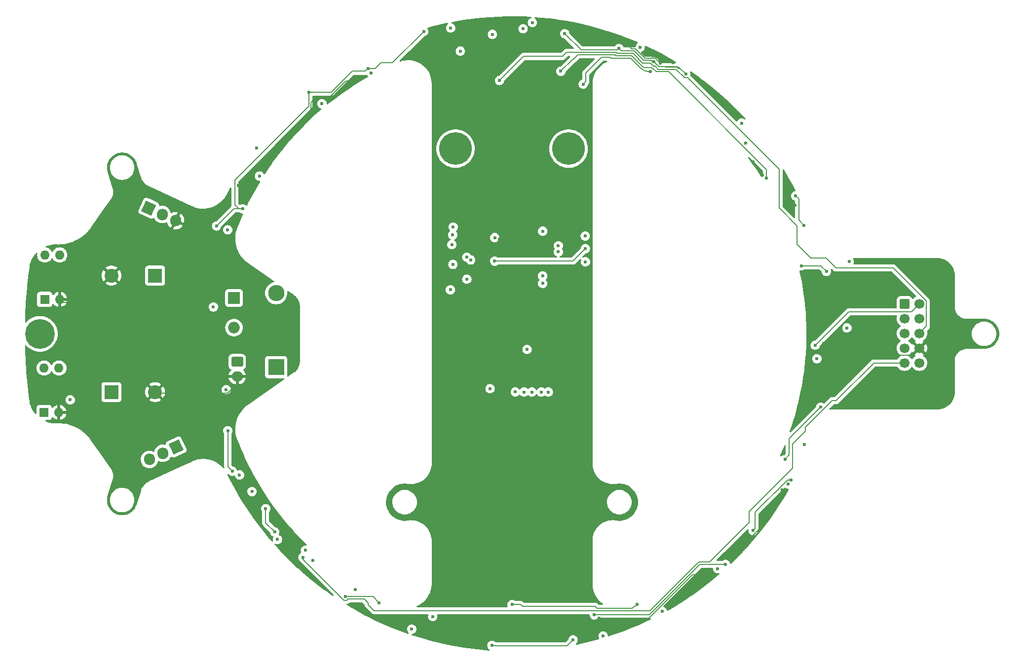
<source format=gbr>
%TF.GenerationSoftware,KiCad,Pcbnew,8.0.6*%
%TF.CreationDate,2024-11-15T00:49:57-05:00*%
%TF.ProjectId,LinePCB,4c696e65-5043-4422-9e6b-696361645f70,rev?*%
%TF.SameCoordinates,Original*%
%TF.FileFunction,Copper,L3,Inr*%
%TF.FilePolarity,Positive*%
%FSLAX46Y46*%
G04 Gerber Fmt 4.6, Leading zero omitted, Abs format (unit mm)*
G04 Created by KiCad (PCBNEW 8.0.6) date 2024-11-15 00:49:57*
%MOMM*%
%LPD*%
G01*
G04 APERTURE LIST*
G04 Aperture macros list*
%AMRoundRect*
0 Rectangle with rounded corners*
0 $1 Rounding radius*
0 $2 $3 $4 $5 $6 $7 $8 $9 X,Y pos of 4 corners*
0 Add a 4 corners polygon primitive as box body*
4,1,4,$2,$3,$4,$5,$6,$7,$8,$9,$2,$3,0*
0 Add four circle primitives for the rounded corners*
1,1,$1+$1,$2,$3*
1,1,$1+$1,$4,$5*
1,1,$1+$1,$6,$7*
1,1,$1+$1,$8,$9*
0 Add four rect primitives between the rounded corners*
20,1,$1+$1,$2,$3,$4,$5,0*
20,1,$1+$1,$4,$5,$6,$7,0*
20,1,$1+$1,$6,$7,$8,$9,0*
20,1,$1+$1,$8,$9,$2,$3,0*%
%AMHorizOval*
0 Thick line with rounded ends*
0 $1 width*
0 $2 $3 position (X,Y) of the first rounded end (center of the circle)*
0 $4 $5 position (X,Y) of the second rounded end (center of the circle)*
0 Add line between two ends*
20,1,$1,$2,$3,$4,$5,0*
0 Add two circle primitives to create the rounded ends*
1,1,$1,$2,$3*
1,1,$1,$4,$5*%
%AMRotRect*
0 Rectangle, with rotation*
0 The origin of the aperture is its center*
0 $1 length*
0 $2 width*
0 $3 Rotation angle, in degrees counterclockwise*
0 Add horizontal line*
21,1,$1,$2,0,0,$3*%
G04 Aperture macros list end*
%TA.AperFunction,ComponentPad*%
%ADD10C,5.100000*%
%TD*%
%TA.AperFunction,ComponentPad*%
%ADD11RoundRect,0.250000X-0.600000X-0.600000X0.600000X-0.600000X0.600000X0.600000X-0.600000X0.600000X0*%
%TD*%
%TA.AperFunction,ComponentPad*%
%ADD12C,1.700000*%
%TD*%
%TA.AperFunction,ComponentPad*%
%ADD13R,2.000000X2.000000*%
%TD*%
%TA.AperFunction,ComponentPad*%
%ADD14O,2.000000X2.000000*%
%TD*%
%TA.AperFunction,ComponentPad*%
%ADD15R,2.800000X2.800000*%
%TD*%
%TA.AperFunction,ComponentPad*%
%ADD16O,2.800000X2.800000*%
%TD*%
%TA.AperFunction,ComponentPad*%
%ADD17R,1.600000X1.600000*%
%TD*%
%TA.AperFunction,ComponentPad*%
%ADD18O,1.600000X1.600000*%
%TD*%
%TA.AperFunction,ComponentPad*%
%ADD19R,2.400000X2.400000*%
%TD*%
%TA.AperFunction,ComponentPad*%
%ADD20C,2.400000*%
%TD*%
%TA.AperFunction,ComponentPad*%
%ADD21C,5.600000*%
%TD*%
%TA.AperFunction,ComponentPad*%
%ADD22RotRect,1.905000X2.000000X205.000000*%
%TD*%
%TA.AperFunction,ComponentPad*%
%ADD23HorizOval,1.905000X-0.020074X0.043050X0.020074X-0.043050X0*%
%TD*%
%TA.AperFunction,ComponentPad*%
%ADD24RoundRect,0.250000X-0.750000X0.600000X-0.750000X-0.600000X0.750000X-0.600000X0.750000X0.600000X0*%
%TD*%
%TA.AperFunction,ComponentPad*%
%ADD25O,2.000000X1.700000*%
%TD*%
%TA.AperFunction,ComponentPad*%
%ADD26RotRect,1.905000X2.000000X335.000000*%
%TD*%
%TA.AperFunction,ComponentPad*%
%ADD27HorizOval,1.905000X-0.020074X-0.043050X0.020074X0.043050X0*%
%TD*%
%TA.AperFunction,ViaPad*%
%ADD28C,0.600000*%
%TD*%
%TA.AperFunction,Conductor*%
%ADD29C,0.200000*%
%TD*%
G04 APERTURE END LIST*
D10*
%TO.N,N/C*%
%TO.C,H1*%
X19002000Y-100000000D03*
%TD*%
D11*
%TO.N,CS1*%
%TO.C,J1*%
X167340000Y-94840000D03*
D12*
%TO.N,SCK1*%
X169880000Y-94840000D03*
%TO.N,CS2*%
X167340000Y-97380000D03*
%TO.N,MISO*%
X169880000Y-97380000D03*
%TO.N,CS3*%
X167340000Y-99920000D03*
%TO.N,MOSI*%
X169880000Y-99920000D03*
%TO.N,12V*%
X167340000Y-102460000D03*
%TO.N,GND*%
X169880000Y-102460000D03*
%TO.N,Kicker*%
X167340000Y-105000000D03*
%TO.N,3.3V*%
X169880000Y-105000000D03*
%TD*%
D13*
%TO.N,Net-(U15-K)*%
%TO.C,R52*%
X52305000Y-93860000D03*
D14*
%TO.N,Net-(U6-D)*%
X52305000Y-98940000D03*
%TD*%
D15*
%TO.N,Net-(U15-K)*%
%TO.C,U15*%
X59540000Y-105710000D03*
D16*
%TO.N,Net-(U14-S)*%
X59540000Y-93010000D03*
%TD*%
D17*
%TO.N,Net-(U12-A)*%
%TO.C,U12*%
X19835000Y-94090000D03*
D18*
%TO.N,GND*%
X22375000Y-94090000D03*
%TO.N,Net-(U14-G)*%
X22375000Y-86470000D03*
%TO.N,12V*%
X19835000Y-86470000D03*
%TD*%
D19*
%TO.N,Net-(U15-K)*%
%TO.C,U10*%
X38770000Y-90000000D03*
D20*
%TO.N,GND*%
X31270000Y-90000000D03*
%TD*%
D21*
%TO.N,N/C*%
%TO.C,H3*%
X109700000Y-68209100D03*
%TD*%
D22*
%TO.N,Net-(U6-G)*%
%TO.C,U6*%
X42382600Y-119420100D03*
D23*
%TO.N,Net-(U6-D)*%
X40080579Y-120493549D03*
%TO.N,48V*%
X37778556Y-121567000D03*
%TD*%
D24*
%TO.N,48V*%
%TO.C,J2*%
X52850000Y-104800000D03*
D25*
%TO.N,GND*%
X52850000Y-107300000D03*
%TD*%
D19*
%TO.N,Net-(U15-K)*%
%TO.C,U9*%
X31270000Y-110000000D03*
D20*
%TO.N,GND*%
X38770000Y-110000000D03*
%TD*%
D21*
%TO.N,N/C*%
%TO.C,H2*%
X90300000Y-68209100D03*
%TD*%
D26*
%TO.N,Net-(U14-G)*%
%TO.C,U14*%
X37676000Y-78443100D03*
D27*
%TO.N,Net-(U14-S)*%
X39978021Y-79516551D03*
%TO.N,GND*%
X42280043Y-80590000D03*
%TD*%
D17*
%TO.N,Net-(U7-A)*%
%TO.C,U7*%
X19725000Y-113490000D03*
D18*
%TO.N,GND*%
X22265000Y-113490000D03*
%TO.N,Net-(U6-G)*%
X22265000Y-105870000D03*
%TO.N,48V*%
X19725000Y-105870000D03*
%TD*%
D28*
%TO.N,3.3V*%
X77218171Y-146187006D03*
X56180000Y-68140000D03*
X125820000Y-147650000D03*
X96550000Y-153460000D03*
X71433900Y-145109700D03*
X148652600Y-76327400D03*
X75299100Y-54479600D03*
X146835700Y-121497600D03*
X96636056Y-48609964D03*
X118350000Y-51039400D03*
X135291500Y-140290000D03*
X89470000Y-47510000D03*
X139376700Y-63843000D03*
X53811100Y-78539500D03*
X59753150Y-135286850D03*
X115630000Y-151850000D03*
X49315600Y-81489100D03*
X109033000Y-48475400D03*
X110467850Y-152522150D03*
X59301600Y-134011700D03*
X103505200Y-46589897D03*
X157473100Y-98992500D03*
X141355000Y-133755000D03*
X57738100Y-130006000D03*
X84856400Y-48117900D03*
X51994900Y-123570000D03*
X129804755Y-55433851D03*
X150043900Y-81362300D03*
X53256900Y-124223300D03*
X51233100Y-116630000D03*
X147855700Y-125068600D03*
X124359485Y-53310515D03*
X65840453Y-138916798D03*
X82794900Y-150684400D03*
X65127450Y-58532550D03*
X152961100Y-112599700D03*
%TO.N,Ch1*%
X152306200Y-104268500D03*
X106235500Y-109994600D03*
%TO.N,GND*%
X97640000Y-109833700D03*
X125433199Y-53529729D03*
X153500000Y-101658400D03*
X141355200Y-70470000D03*
X73062521Y-56630000D03*
X151583900Y-105468000D03*
X151034700Y-94544700D03*
X92024900Y-150739500D03*
X78410000Y-148530000D03*
X53034339Y-74504339D03*
X84956700Y-150983400D03*
X148589300Y-77966200D03*
X114946300Y-148826300D03*
X127680000Y-53490766D03*
X142970000Y-72790000D03*
X134272100Y-141382000D03*
X53690000Y-126750000D03*
X149790000Y-111750000D03*
X74600000Y-147340000D03*
X137830200Y-62169800D03*
X146576600Y-120579400D03*
X62169793Y-137830207D03*
X28970000Y-94080000D03*
X62633400Y-65094700D03*
X137890000Y-137890000D03*
X118950000Y-49493400D03*
X111823700Y-49920400D03*
X52480000Y-119650000D03*
X97862300Y-83758600D03*
X146375013Y-126792688D03*
X146997600Y-75430000D03*
%TO.N,Ch2*%
X150130000Y-119010000D03*
X105021000Y-109985500D03*
%TO.N,Ch3*%
X147396700Y-125771000D03*
X103407400Y-109998100D03*
%TO.N,Ch4*%
X102085000Y-109989300D03*
X136635400Y-139567200D03*
X114109200Y-148224600D03*
%TO.N,Ch5*%
X99998800Y-146469000D03*
X100560400Y-109973900D03*
X121445600Y-146415400D03*
%TO.N,Ch8*%
X86396400Y-148535200D03*
X96235400Y-109418500D03*
%TO.N,Ch9*%
X73108900Y-143922500D03*
X89434500Y-92442700D03*
%TO.N,Ch10*%
X92251000Y-90615000D03*
X64561700Y-137142800D03*
%TO.N,Ch11*%
X89865200Y-88086000D03*
X55399700Y-127068200D03*
%TO.N,Ch12*%
X92248300Y-86835100D03*
X50975500Y-109583300D03*
%TO.N,Ch13*%
X92920800Y-87324600D03*
X48772400Y-95381500D03*
%TO.N,Ch14*%
X51229100Y-82161000D03*
X89691800Y-84685000D03*
%TO.N,Ch15*%
X89835000Y-83039200D03*
X56684600Y-72931000D03*
%TO.N,Ch16*%
X67392357Y-60510286D03*
X89910100Y-81683200D03*
%TO.N,Ch17*%
X105263000Y-91350000D03*
X75843400Y-55223200D03*
%TO.N,Ch18*%
X91136800Y-51487200D03*
X105253100Y-90072500D03*
%TO.N,Ch21*%
X123777337Y-54988115D03*
X112220900Y-57146300D03*
X107947600Y-85925400D03*
%TO.N,Ch22*%
X140069300Y-67293600D03*
X107956200Y-84880800D03*
%TO.N,Ch23*%
X108370000Y-54940000D03*
X143680400Y-73256300D03*
%TO.N,Ch24*%
X105262300Y-82392800D03*
X149650000Y-88310000D03*
X153947108Y-89282892D03*
%TO.N,CS2*%
X157850000Y-87620000D03*
X97035200Y-83497200D03*
X121980000Y-50820000D03*
%TO.N,Kicker*%
X64136300Y-138369000D03*
X24210000Y-111328100D03*
%TO.N,CS1*%
X101900200Y-47629200D03*
%TO.N,CS3*%
X112558600Y-83220900D03*
%TO.N,MOSI*%
X97847800Y-56511000D03*
%TO.N,SCK1*%
X102582800Y-102670200D03*
X152025000Y-101967600D03*
X112590100Y-87627100D03*
%TO.N,MISO*%
X112589500Y-85381000D03*
X97029500Y-87526400D03*
%TD*%
D29*
%TO.N,3.3V*%
X122118114Y-52612240D02*
X120955874Y-51450000D01*
X124110515Y-53310515D02*
X123870000Y-53070000D01*
X148652600Y-76327400D02*
X149189300Y-76864100D01*
X110467850Y-152522150D02*
X109470000Y-153520000D01*
X129804755Y-55433851D02*
X128593904Y-54223000D01*
X141355000Y-133755000D02*
X141720000Y-133390000D01*
X79487150Y-53487150D02*
X77492450Y-53487150D01*
X75299100Y-54479600D02*
X74838700Y-54940000D01*
X147575100Y-120758200D02*
X146835700Y-121497600D01*
X128578061Y-54490000D02*
X128220461Y-54132400D01*
X120955874Y-51450000D02*
X118760600Y-51450000D01*
X96610000Y-153520000D02*
X96550000Y-153460000D01*
X118087700Y-51301700D02*
X111859300Y-51301700D01*
X49315600Y-81489100D02*
X52265200Y-78539500D01*
X111859300Y-51301700D02*
X109033000Y-48475400D01*
X77218171Y-146187006D02*
X76140865Y-145109700D01*
X129804755Y-55433851D02*
X128860904Y-54490000D01*
X76500000Y-54479600D02*
X75299100Y-54479600D01*
X147575100Y-117985700D02*
X147575100Y-120758200D01*
X72592550Y-54940000D02*
X69000000Y-58532550D01*
X118760600Y-51450000D02*
X118350000Y-51039400D01*
X152961100Y-112599700D02*
X147575100Y-117985700D01*
X147250571Y-125068600D02*
X147855700Y-125068600D01*
X128860904Y-54490000D02*
X128578061Y-54490000D01*
X118350000Y-51039400D02*
X118087700Y-51301700D01*
X122560000Y-53070000D02*
X122118114Y-52628114D01*
X126370600Y-54223000D02*
X126280000Y-54132400D01*
X128593904Y-54223000D02*
X126370600Y-54223000D01*
X141720000Y-130599171D02*
X147250571Y-125068600D01*
X128220461Y-54132400D02*
X125181370Y-54132400D01*
X53110000Y-78539500D02*
X53811100Y-78539500D01*
X51233100Y-122808200D02*
X51994900Y-123570000D01*
X77492450Y-53487150D02*
X76500000Y-54479600D01*
X69000000Y-58532550D02*
X65127450Y-58532550D01*
X74838700Y-54940000D02*
X72592550Y-54940000D01*
X51233100Y-116630000D02*
X51233100Y-122808200D01*
X149189300Y-80507700D02*
X150043900Y-81362300D01*
X109470000Y-153520000D02*
X96610000Y-153520000D01*
X57738100Y-132448200D02*
X59301600Y-134011700D01*
X53110000Y-78539500D02*
X52434339Y-77863839D01*
X52265200Y-78539500D02*
X53110000Y-78539500D01*
X84856400Y-48117900D02*
X79487150Y-53487150D01*
X122118114Y-52628114D02*
X122118114Y-52612240D01*
X65006200Y-58411300D02*
X65127450Y-58532550D01*
X65127450Y-60923394D02*
X65127450Y-58532550D01*
X76140865Y-145109700D02*
X71433900Y-145109700D01*
X123870000Y-53070000D02*
X122560000Y-53070000D01*
X141720000Y-133390000D02*
X141720000Y-130599171D01*
X52434339Y-73616505D02*
X65127450Y-60923394D01*
X149189300Y-76864100D02*
X149189300Y-80507700D01*
X124359485Y-53310515D02*
X124110515Y-53310515D01*
X125181370Y-54132400D02*
X124359485Y-53310515D01*
X52434339Y-77863839D02*
X52434339Y-73616505D01*
X57738100Y-130006000D02*
X57738100Y-132448200D01*
%TO.N,GND*%
X68648236Y-59450000D02*
X66400000Y-59450000D01*
X28430000Y-94620000D02*
X28970000Y-94080000D01*
X85200600Y-150739500D02*
X92024900Y-150739500D01*
X38967300Y-110197300D02*
X51212400Y-110197300D01*
X28970000Y-94080000D02*
X29430000Y-93620000D01*
X120506600Y-51050000D02*
X118950000Y-49493400D01*
X35280000Y-113490000D02*
X22265000Y-113490000D01*
X66400000Y-59450000D02*
X65527450Y-60322550D01*
X144077429Y-130002571D02*
X144077429Y-131881100D01*
X146375013Y-127704987D02*
X144077429Y-130002571D01*
X28910000Y-94190000D02*
X28910000Y-94140000D01*
X124613985Y-52710515D02*
X124076200Y-52710515D01*
X144077429Y-131881100D02*
X138068529Y-137890000D01*
X52850000Y-107300000D02*
X52850000Y-108451700D01*
X51212400Y-110197300D02*
X52850000Y-108559700D01*
X124035685Y-52670000D02*
X122820000Y-52670000D01*
X149790000Y-111461100D02*
X151583900Y-109667200D01*
X122820000Y-52670000D02*
X121200000Y-51050000D01*
X130946386Y-141382000D02*
X123502086Y-148826300D01*
X53223761Y-74504339D02*
X62500000Y-65228100D01*
X52850000Y-108559700D02*
X52850000Y-108451700D01*
X168683700Y-103656300D02*
X155497900Y-103656300D01*
X149790000Y-111750000D02*
X149790000Y-111461100D01*
X134272100Y-141382000D02*
X130946386Y-141382000D01*
X78052800Y-148172800D02*
X75432800Y-148172800D01*
X71468236Y-56630000D02*
X68648236Y-59450000D01*
X155497900Y-103656300D02*
X153500000Y-101658400D01*
X118950000Y-49493400D02*
X118523000Y-49920400D01*
X38770000Y-110000000D02*
X35280000Y-113490000D01*
X22375000Y-94090000D02*
X22905000Y-94620000D01*
X78410000Y-148530000D02*
X78052800Y-148172800D01*
X65527450Y-60322550D02*
X65527450Y-62200650D01*
X123502086Y-148826300D02*
X114946300Y-148826300D01*
X125433199Y-53529729D02*
X124613985Y-52710515D01*
X53034339Y-74504339D02*
X53223761Y-74504339D01*
X29430000Y-93620000D02*
X29430000Y-91840000D01*
X28910000Y-94140000D02*
X28970000Y-94080000D01*
X38770000Y-110000000D02*
X38967300Y-110197300D01*
X75432800Y-148172800D02*
X74600000Y-147340000D01*
X169880000Y-102460000D02*
X168683700Y-103656300D01*
X138068529Y-137890000D02*
X137890000Y-137890000D01*
X84956700Y-150983400D02*
X85200600Y-150739500D01*
X151583900Y-109667200D02*
X151583900Y-105468000D01*
X65527450Y-62200650D02*
X62633400Y-65094700D01*
X22905000Y-94620000D02*
X28430000Y-94620000D01*
X121200000Y-51050000D02*
X120506600Y-51050000D01*
X62500000Y-65228100D02*
X62500000Y-65010000D01*
X73062521Y-56630000D02*
X71468236Y-56630000D01*
X118523000Y-49920400D02*
X111823700Y-49920400D01*
X29430000Y-91840000D02*
X31270000Y-90000000D01*
X146375013Y-126792688D02*
X146375013Y-127704987D01*
X124076200Y-52710515D02*
X124035685Y-52670000D01*
%TO.N,Ch4*%
X132195500Y-139567200D02*
X123538100Y-148224600D01*
X136635400Y-139567200D02*
X132195500Y-139567200D01*
X123538100Y-148224600D02*
X114109200Y-148224600D01*
%TO.N,Ch5*%
X121445600Y-146415400D02*
X121087800Y-146773200D01*
X121087800Y-146773200D02*
X120970000Y-146773200D01*
X114616800Y-147110000D02*
X114280000Y-146773200D01*
X101480700Y-146469000D02*
X99998800Y-146469000D01*
X120970000Y-146773200D02*
X120633200Y-147110000D01*
X101784900Y-146773200D02*
X101480700Y-146469000D01*
X120633200Y-147110000D02*
X114616800Y-147110000D01*
X114280000Y-146773200D02*
X101784900Y-146773200D01*
%TO.N,Ch21*%
X120320000Y-52660000D02*
X116948400Y-52660000D01*
X122600241Y-54719209D02*
X122173771Y-54513771D01*
X116790100Y-52501700D02*
X115398300Y-52501700D01*
X123120615Y-54988115D02*
X122600241Y-54719209D01*
X116948400Y-52660000D02*
X116790100Y-52501700D01*
X112688600Y-56678600D02*
X112220900Y-57146300D01*
X123777337Y-54988115D02*
X123120615Y-54988115D01*
X122173771Y-54513771D02*
X120320000Y-52660000D01*
X115398300Y-52501700D02*
X112688600Y-55211400D01*
X112688600Y-55211400D02*
X112688600Y-56678600D01*
%TO.N,Ch23*%
X143680400Y-71810400D02*
X126893000Y-55023000D01*
X124749642Y-55023000D02*
X124210000Y-54483358D01*
X124118113Y-54483358D02*
X123944755Y-54310000D01*
X120489812Y-52249812D02*
X117828212Y-52249812D01*
X110580000Y-52831600D02*
X110478400Y-52831600D01*
X111309900Y-52101700D02*
X110580000Y-52831600D01*
X126893000Y-55023000D02*
X124749642Y-55023000D01*
X122672445Y-54310000D02*
X122436194Y-54196194D01*
X143680400Y-73256300D02*
X143680400Y-71810400D01*
X123944755Y-54310000D02*
X122672445Y-54310000D01*
X117828212Y-52249812D02*
X117680100Y-52101700D01*
X117680100Y-52101700D02*
X111309900Y-52101700D01*
X110478400Y-52831600D02*
X108370000Y-54940000D01*
X124210000Y-54483358D02*
X124118113Y-54483358D01*
X122436194Y-54196194D02*
X120489812Y-52249812D01*
%TO.N,Ch24*%
X152974216Y-88310000D02*
X153947108Y-89282892D01*
X149650000Y-88310000D02*
X152974216Y-88310000D01*
%TO.N,Kicker*%
X150345000Y-116064329D02*
X150345000Y-116725000D01*
X131906786Y-139278214D02*
X123675000Y-147510000D01*
X132108639Y-139117211D02*
X131906786Y-139278214D01*
X76348471Y-147510000D02*
X75309500Y-146471029D01*
X155605000Y-111465000D02*
X154944329Y-111465000D01*
X71160600Y-145709700D02*
X64136300Y-138685400D01*
X64136300Y-138685400D02*
X64136300Y-138369000D01*
X123675000Y-147510000D02*
X76348471Y-147510000D01*
X71882429Y-145509700D02*
X71682429Y-145709700D01*
X71682429Y-145709700D02*
X71160600Y-145709700D01*
X133912789Y-139117211D02*
X132108639Y-139117211D01*
X162070000Y-105000000D02*
X155605000Y-111465000D01*
X167340000Y-105000000D02*
X162070000Y-105000000D01*
X140640000Y-130545000D02*
X140640000Y-132390000D01*
X75309500Y-146188186D02*
X74631014Y-145509700D01*
X140640000Y-132390000D02*
X133912789Y-139117211D01*
X150345000Y-116725000D02*
X148147800Y-118922200D01*
X148147800Y-118922200D02*
X148147800Y-123037200D01*
X74631014Y-145509700D02*
X71882429Y-145509700D01*
X154944329Y-111465000D02*
X150345000Y-116064329D01*
X75309500Y-146471029D02*
X75309500Y-146188186D01*
X148147800Y-123037200D02*
X140640000Y-130545000D01*
%TO.N,MOSI*%
X124566642Y-54083358D02*
X124283799Y-54083358D01*
X129556226Y-56033851D02*
X128145375Y-54623000D01*
X122364730Y-53559044D02*
X121718114Y-52912428D01*
X165386900Y-88690000D02*
X155582929Y-88690000D01*
X117901700Y-51701700D02*
X109337700Y-51701700D01*
X130063851Y-56033851D02*
X129556226Y-56033851D01*
X124283799Y-54083358D02*
X123759485Y-53559044D01*
X121718114Y-52912428D02*
X121718114Y-52777926D01*
X169880000Y-99920000D02*
X171096100Y-98703900D01*
X148880000Y-81460000D02*
X145812700Y-78392700D01*
X171096100Y-98703900D02*
X171096100Y-94399200D01*
X120790188Y-51850000D02*
X118050000Y-51850000D01*
X171096100Y-94399200D02*
X165386900Y-88690000D01*
X109337700Y-51701700D02*
X108640000Y-52399400D01*
X151230000Y-86960000D02*
X148880000Y-84610000D01*
X128145375Y-54623000D02*
X125106284Y-54623000D01*
X123759485Y-53559044D02*
X122364730Y-53559044D01*
X125106284Y-54623000D02*
X124566642Y-54083358D01*
X145812700Y-71782700D02*
X130063851Y-56033851D01*
X101959400Y-52399400D02*
X97847800Y-56511000D01*
X155582929Y-88690000D02*
X153852929Y-86960000D01*
X118050000Y-51850000D02*
X117901700Y-51701700D01*
X121718114Y-52777926D02*
X120790188Y-51850000D01*
X145812700Y-78392700D02*
X145812700Y-71782700D01*
X153852929Y-86960000D02*
X151230000Y-86960000D01*
X108640000Y-52399400D02*
X101959400Y-52399400D01*
X148880000Y-84610000D02*
X148880000Y-81460000D01*
%TO.N,SCK1*%
X168521800Y-96198200D02*
X157794400Y-96198200D01*
X169880000Y-94840000D02*
X168521800Y-96198200D01*
X157794400Y-96198200D02*
X152025000Y-101967600D01*
%TO.N,MISO*%
X97029500Y-87526400D02*
X110444100Y-87526400D01*
X110444100Y-87526400D02*
X112589500Y-85381000D01*
%TD*%
%TA.AperFunction,Conductor*%
%TO.N,GND*%
G36*
X74397956Y-146129885D02*
G01*
X74418598Y-146146519D01*
X74672680Y-146400601D01*
X74706165Y-146461924D01*
X74708999Y-146488282D01*
X74708999Y-146550083D01*
X74708998Y-146550083D01*
X74720349Y-146592445D01*
X74749923Y-146702814D01*
X74772134Y-146741284D01*
X74815746Y-146816822D01*
X74828979Y-146839743D01*
X74828981Y-146839746D01*
X74947849Y-146958614D01*
X74947855Y-146958619D01*
X75863610Y-147874374D01*
X75863620Y-147874385D01*
X75867950Y-147878715D01*
X75867951Y-147878716D01*
X75979755Y-147990520D01*
X76053226Y-148032938D01*
X76116686Y-148069577D01*
X76269414Y-148110501D01*
X76269417Y-148110501D01*
X76435124Y-148110501D01*
X76435140Y-148110500D01*
X85522155Y-148110500D01*
X85589194Y-148130185D01*
X85634949Y-148182989D01*
X85644893Y-148252147D01*
X85639196Y-148275455D01*
X85611033Y-148355937D01*
X85611030Y-148355950D01*
X85590835Y-148535196D01*
X85590835Y-148535203D01*
X85611030Y-148714449D01*
X85611031Y-148714454D01*
X85670611Y-148884723D01*
X85711872Y-148950389D01*
X85766584Y-149037462D01*
X85894138Y-149165016D01*
X86046878Y-149260989D01*
X86217145Y-149320568D01*
X86217150Y-149320569D01*
X86396396Y-149340765D01*
X86396400Y-149340765D01*
X86396404Y-149340765D01*
X86575649Y-149320569D01*
X86575652Y-149320568D01*
X86575655Y-149320568D01*
X86745922Y-149260989D01*
X86898662Y-149165016D01*
X87026216Y-149037462D01*
X87122189Y-148884722D01*
X87181768Y-148714455D01*
X87182458Y-148708334D01*
X87201965Y-148535203D01*
X87201965Y-148535196D01*
X87181769Y-148355950D01*
X87181766Y-148355937D01*
X87153604Y-148275455D01*
X87150042Y-148205676D01*
X87184770Y-148145049D01*
X87246764Y-148112821D01*
X87270645Y-148110500D01*
X113179966Y-148110500D01*
X113247005Y-148130185D01*
X113292760Y-148182989D01*
X113303186Y-148220617D01*
X113323830Y-148403849D01*
X113323831Y-148403854D01*
X113383411Y-148574123D01*
X113471588Y-148714455D01*
X113479384Y-148726862D01*
X113606938Y-148854416D01*
X113759678Y-148950389D01*
X113852498Y-148982868D01*
X113929945Y-149009968D01*
X113929950Y-149009969D01*
X114109196Y-149030165D01*
X114109200Y-149030165D01*
X114109204Y-149030165D01*
X114288449Y-149009969D01*
X114288452Y-149009968D01*
X114288455Y-149009968D01*
X114458722Y-148950389D01*
X114611462Y-148854416D01*
X114611467Y-148854410D01*
X114614297Y-148852155D01*
X114616475Y-148851265D01*
X114617358Y-148850711D01*
X114617455Y-148850865D01*
X114678983Y-148825745D01*
X114691612Y-148825100D01*
X123451431Y-148825100D01*
X123451447Y-148825101D01*
X123459043Y-148825101D01*
X123617155Y-148825101D01*
X123617157Y-148825101D01*
X123677566Y-148808914D01*
X123747415Y-148810576D01*
X123805278Y-148849737D01*
X123832783Y-148913966D01*
X123821197Y-148982868D01*
X123774199Y-149034569D01*
X123763796Y-149040247D01*
X123136171Y-149344814D01*
X123133164Y-149346223D01*
X121806564Y-149946639D01*
X121803521Y-149947968D01*
X120461238Y-150512680D01*
X120458160Y-150513926D01*
X119101308Y-151042463D01*
X119098198Y-151043627D01*
X117727627Y-151535661D01*
X117724486Y-151536741D01*
X116592507Y-151909213D01*
X116522674Y-151911469D01*
X116462707Y-151875612D01*
X116431646Y-151813026D01*
X116430530Y-151805309D01*
X116415369Y-151670750D01*
X116415368Y-151670745D01*
X116355789Y-151500478D01*
X116333745Y-151465396D01*
X116299812Y-151411392D01*
X116259816Y-151347738D01*
X116132262Y-151220184D01*
X116078912Y-151186662D01*
X115979523Y-151124211D01*
X115809254Y-151064631D01*
X115809249Y-151064630D01*
X115630004Y-151044435D01*
X115629996Y-151044435D01*
X115450750Y-151064630D01*
X115450745Y-151064631D01*
X115280476Y-151124211D01*
X115127737Y-151220184D01*
X115000184Y-151347737D01*
X114904211Y-151500476D01*
X114844631Y-151670745D01*
X114844630Y-151670750D01*
X114824435Y-151849996D01*
X114824435Y-151850003D01*
X114844630Y-152029249D01*
X114844631Y-152029254D01*
X114904212Y-152199525D01*
X114934218Y-152247280D01*
X114953218Y-152314516D01*
X114932850Y-152381352D01*
X114879582Y-152426565D01*
X114861620Y-152432944D01*
X113534371Y-152792175D01*
X113531154Y-152793000D01*
X112115841Y-153135670D01*
X112112604Y-153136408D01*
X111089303Y-153355334D01*
X111019629Y-153350110D01*
X110963839Y-153308047D01*
X110939647Y-153242499D01*
X110954734Y-153174278D01*
X110975673Y-153146404D01*
X111097666Y-153024412D01*
X111193639Y-152871672D01*
X111253218Y-152701405D01*
X111253670Y-152697392D01*
X111273415Y-152522153D01*
X111273415Y-152522146D01*
X111253219Y-152342900D01*
X111253218Y-152342895D01*
X111240262Y-152305868D01*
X111193639Y-152172628D01*
X111097666Y-152019888D01*
X110970112Y-151892334D01*
X110902732Y-151849996D01*
X110817373Y-151796361D01*
X110647104Y-151736781D01*
X110647099Y-151736780D01*
X110467854Y-151716585D01*
X110467846Y-151716585D01*
X110288600Y-151736780D01*
X110288595Y-151736781D01*
X110118326Y-151796361D01*
X109965587Y-151892334D01*
X109838034Y-152019887D01*
X109742060Y-152172628D01*
X109682480Y-152342900D01*
X109672687Y-152429818D01*
X109645620Y-152494232D01*
X109637148Y-152503615D01*
X109257584Y-152883181D01*
X109196261Y-152916666D01*
X109169903Y-152919500D01*
X97192940Y-152919500D01*
X97125901Y-152899815D01*
X97105259Y-152883181D01*
X97052262Y-152830184D01*
X96899523Y-152734211D01*
X96729254Y-152674631D01*
X96729249Y-152674630D01*
X96550004Y-152654435D01*
X96549996Y-152654435D01*
X96370750Y-152674630D01*
X96370745Y-152674631D01*
X96200476Y-152734211D01*
X96047737Y-152830184D01*
X95920184Y-152957737D01*
X95824211Y-153110476D01*
X95764631Y-153280745D01*
X95764630Y-153280750D01*
X95744435Y-153459996D01*
X95744435Y-153460003D01*
X95764630Y-153639249D01*
X95764631Y-153639254D01*
X95824211Y-153809523D01*
X95920184Y-153962262D01*
X96047739Y-154089817D01*
X96102427Y-154124180D01*
X96148717Y-154176514D01*
X96159365Y-154245568D01*
X96130990Y-154309416D01*
X96072600Y-154347788D01*
X96026071Y-154352738D01*
X94711554Y-154242284D01*
X94708249Y-154241961D01*
X93261006Y-154081226D01*
X93257711Y-154080816D01*
X91815207Y-153881372D01*
X91811924Y-153880873D01*
X90375306Y-153642878D01*
X90372037Y-153642291D01*
X88942316Y-153365913D01*
X88939065Y-153365239D01*
X87517292Y-153050684D01*
X87514059Y-153049924D01*
X86101153Y-152697392D01*
X86097942Y-152696545D01*
X84694998Y-152306309D01*
X84691811Y-152305376D01*
X83299834Y-151877717D01*
X83296673Y-151876699D01*
X82839615Y-151722766D01*
X82782365Y-151682714D01*
X82755857Y-151618068D01*
X82768507Y-151549353D01*
X82816300Y-151498386D01*
X82865310Y-151482032D01*
X82974149Y-151469769D01*
X82974152Y-151469768D01*
X82974155Y-151469768D01*
X83144422Y-151410189D01*
X83297162Y-151314216D01*
X83424716Y-151186662D01*
X83520689Y-151033922D01*
X83580268Y-150863655D01*
X83600465Y-150684400D01*
X83581257Y-150513926D01*
X83580269Y-150505150D01*
X83580268Y-150505145D01*
X83533003Y-150370070D01*
X83520689Y-150334878D01*
X83424716Y-150182138D01*
X83297162Y-150054584D01*
X83144423Y-149958611D01*
X82974154Y-149899031D01*
X82974149Y-149899030D01*
X82794904Y-149878835D01*
X82794896Y-149878835D01*
X82615650Y-149899030D01*
X82615645Y-149899031D01*
X82445376Y-149958611D01*
X82292637Y-150054584D01*
X82165084Y-150182137D01*
X82069111Y-150334876D01*
X82009531Y-150505145D01*
X82009530Y-150505150D01*
X81989335Y-150684396D01*
X81989335Y-150684403D01*
X82009530Y-150863649D01*
X82009531Y-150863654D01*
X82069111Y-151033923D01*
X82165084Y-151186662D01*
X82256870Y-151278448D01*
X82290355Y-151339771D01*
X82285371Y-151409463D01*
X82243499Y-151465396D01*
X82178035Y-151489813D01*
X82129611Y-151483643D01*
X81916647Y-151411918D01*
X81913515Y-151410816D01*
X80546451Y-150909257D01*
X80543349Y-150908072D01*
X79190170Y-150370070D01*
X79187101Y-150368802D01*
X77848819Y-149794761D01*
X77845785Y-149793411D01*
X76523358Y-149183741D01*
X76520361Y-149182310D01*
X75714278Y-148784177D01*
X75214756Y-148537457D01*
X75211809Y-148535953D01*
X75210374Y-148535196D01*
X74839527Y-148339507D01*
X73923905Y-147856351D01*
X73920989Y-147854762D01*
X72935451Y-147300478D01*
X72651756Y-147140922D01*
X72648898Y-147139265D01*
X72449838Y-147020184D01*
X71648173Y-146540614D01*
X71600747Y-146489305D01*
X71588590Y-146420501D01*
X71615561Y-146356047D01*
X71673097Y-146316406D01*
X71711831Y-146310201D01*
X71761483Y-146310201D01*
X71761486Y-146310201D01*
X71914214Y-146269277D01*
X71969745Y-146237216D01*
X72051145Y-146190220D01*
X72094846Y-146146519D01*
X72156169Y-146113034D01*
X72182527Y-146110200D01*
X74330917Y-146110200D01*
X74397956Y-146129885D01*
G37*
%TD.AperFunction*%
%TA.AperFunction,Conductor*%
G36*
X134428974Y-140187385D02*
G01*
X134474729Y-140240189D01*
X134484086Y-140283201D01*
X134485155Y-140283081D01*
X134506130Y-140469249D01*
X134506131Y-140469254D01*
X134565711Y-140639523D01*
X134661684Y-140792262D01*
X134789238Y-140919816D01*
X134941978Y-141015789D01*
X135112245Y-141075368D01*
X135112250Y-141075369D01*
X135291496Y-141095565D01*
X135291500Y-141095565D01*
X135291503Y-141095565D01*
X135469123Y-141075552D01*
X135537945Y-141087606D01*
X135589325Y-141134955D01*
X135606949Y-141202566D01*
X135585223Y-141268972D01*
X135564734Y-141292028D01*
X135369120Y-141463458D01*
X135366593Y-141465613D01*
X134246156Y-142395682D01*
X134243573Y-142397769D01*
X133098604Y-143297522D01*
X133095966Y-143299539D01*
X131927287Y-144168330D01*
X131924595Y-144170275D01*
X130733115Y-145007429D01*
X130730373Y-145009301D01*
X129516905Y-145814248D01*
X129514113Y-145816047D01*
X128279513Y-146588219D01*
X128276675Y-146589942D01*
X127021811Y-147328794D01*
X127018926Y-147330440D01*
X126759864Y-147473772D01*
X126691675Y-147489003D01*
X126626076Y-147464950D01*
X126583895Y-147409250D01*
X126582792Y-147406226D01*
X126545789Y-147300478D01*
X126449815Y-147147737D01*
X126322262Y-147020184D01*
X126169522Y-146924211D01*
X125998881Y-146864501D01*
X125942105Y-146823779D01*
X125916358Y-146758826D01*
X125929814Y-146690264D01*
X125952152Y-146659781D01*
X132407916Y-140204019D01*
X132469239Y-140170534D01*
X132495597Y-140167700D01*
X134361935Y-140167700D01*
X134428974Y-140187385D01*
G37*
%TD.AperFunction*%
%TA.AperFunction,Conductor*%
G36*
X100541410Y-45503210D02*
G01*
X101997275Y-45537131D01*
X102000505Y-45537249D01*
X103195467Y-45597139D01*
X103261437Y-45620155D01*
X103304491Y-45675183D01*
X103310961Y-45744753D01*
X103278791Y-45806776D01*
X103230215Y-45838025D01*
X103155680Y-45864106D01*
X103002937Y-45960081D01*
X102875384Y-46087634D01*
X102779411Y-46240373D01*
X102719831Y-46410642D01*
X102719830Y-46410647D01*
X102699635Y-46589893D01*
X102699635Y-46589900D01*
X102719830Y-46769146D01*
X102719831Y-46769151D01*
X102779411Y-46939420D01*
X102823106Y-47008959D01*
X102875384Y-47092159D01*
X103002938Y-47219713D01*
X103155678Y-47315686D01*
X103325945Y-47375265D01*
X103325950Y-47375266D01*
X103505196Y-47395462D01*
X103505200Y-47395462D01*
X103505204Y-47395462D01*
X103684449Y-47375266D01*
X103684452Y-47375265D01*
X103684455Y-47375265D01*
X103854722Y-47315686D01*
X104007462Y-47219713D01*
X104135016Y-47092159D01*
X104230989Y-46939419D01*
X104290568Y-46769152D01*
X104290569Y-46769146D01*
X104310765Y-46589900D01*
X104310765Y-46589893D01*
X104290569Y-46410647D01*
X104290568Y-46410642D01*
X104230989Y-46240375D01*
X104135016Y-46087635D01*
X104007462Y-45960081D01*
X104007460Y-45960079D01*
X103875071Y-45876893D01*
X103828781Y-45824559D01*
X103818133Y-45755505D01*
X103846508Y-45691657D01*
X103904898Y-45653285D01*
X103950561Y-45648266D01*
X104910197Y-45722167D01*
X104913401Y-45722457D01*
X106361866Y-45873113D01*
X106365133Y-45873498D01*
X107636429Y-46040247D01*
X107808965Y-46062878D01*
X107812252Y-46063354D01*
X109250501Y-46291329D01*
X109253778Y-46291893D01*
X110685430Y-46558304D01*
X110688560Y-46558930D01*
X112112643Y-46863600D01*
X112115803Y-46864320D01*
X113531163Y-47207001D01*
X113534363Y-47207821D01*
X114940007Y-47588271D01*
X114943103Y-47589153D01*
X116338153Y-48007136D01*
X116341254Y-48008111D01*
X117724541Y-48463276D01*
X117727573Y-48464319D01*
X118991086Y-48917919D01*
X119098198Y-48956372D01*
X119101300Y-48957533D01*
X120458188Y-49486084D01*
X120461210Y-49487308D01*
X121520334Y-49932891D01*
X121574492Y-49977032D01*
X121596190Y-50043447D01*
X121578536Y-50111049D01*
X121538219Y-50152180D01*
X121477740Y-50190182D01*
X121477737Y-50190184D01*
X121350184Y-50317737D01*
X121254211Y-50470476D01*
X121194631Y-50640745D01*
X121194630Y-50640749D01*
X121183252Y-50741735D01*
X121156185Y-50806149D01*
X121098590Y-50845704D01*
X121043404Y-50847392D01*
X121042987Y-50850560D01*
X121034932Y-50849499D01*
X121034931Y-50849499D01*
X120876817Y-50849499D01*
X120869221Y-50849499D01*
X120869205Y-50849500D01*
X119219626Y-50849500D01*
X119152587Y-50829815D01*
X119106832Y-50777011D01*
X119102584Y-50766454D01*
X119079972Y-50701832D01*
X119075789Y-50689878D01*
X118979816Y-50537138D01*
X118852262Y-50409584D01*
X118699523Y-50313611D01*
X118529254Y-50254031D01*
X118529249Y-50254030D01*
X118350004Y-50233835D01*
X118349996Y-50233835D01*
X118170750Y-50254030D01*
X118170745Y-50254031D01*
X118000476Y-50313611D01*
X117847737Y-50409584D01*
X117720184Y-50537137D01*
X117700142Y-50569034D01*
X117653557Y-50643173D01*
X117601224Y-50689463D01*
X117548565Y-50701200D01*
X112159398Y-50701200D01*
X112092359Y-50681515D01*
X112071717Y-50664881D01*
X109863700Y-48456865D01*
X109830215Y-48395542D01*
X109828163Y-48383086D01*
X109818368Y-48296145D01*
X109758789Y-48125878D01*
X109662816Y-47973138D01*
X109535262Y-47845584D01*
X109469717Y-47804399D01*
X109382523Y-47749611D01*
X109212254Y-47690031D01*
X109212249Y-47690030D01*
X109033004Y-47669835D01*
X109032996Y-47669835D01*
X108853750Y-47690030D01*
X108853745Y-47690031D01*
X108683476Y-47749611D01*
X108530737Y-47845584D01*
X108403184Y-47973137D01*
X108307211Y-48125876D01*
X108247631Y-48296145D01*
X108247630Y-48296150D01*
X108227435Y-48475396D01*
X108227435Y-48475403D01*
X108247630Y-48654649D01*
X108247631Y-48654654D01*
X108307211Y-48824923D01*
X108319003Y-48843689D01*
X108403184Y-48977662D01*
X108530738Y-49105216D01*
X108683478Y-49201189D01*
X108853745Y-49260768D01*
X108940669Y-49270561D01*
X109005080Y-49297626D01*
X109014465Y-49306100D01*
X110597883Y-50889519D01*
X110631368Y-50950842D01*
X110626384Y-51020534D01*
X110584512Y-51076467D01*
X110519048Y-51100884D01*
X110510202Y-51101200D01*
X109424370Y-51101200D01*
X109424354Y-51101199D01*
X109416758Y-51101199D01*
X109258643Y-51101199D01*
X109105915Y-51142123D01*
X109105913Y-51142123D01*
X109105913Y-51142124D01*
X108968981Y-51221182D01*
X108427584Y-51762581D01*
X108366261Y-51796066D01*
X108339903Y-51798900D01*
X101880340Y-51798900D01*
X101839419Y-51809864D01*
X101839419Y-51809865D01*
X101802151Y-51819851D01*
X101727614Y-51839823D01*
X101727609Y-51839826D01*
X101590690Y-51918875D01*
X101590682Y-51918881D01*
X101478878Y-52030686D01*
X97829265Y-55680298D01*
X97767942Y-55713783D01*
X97755468Y-55715837D01*
X97668550Y-55725630D01*
X97498278Y-55785210D01*
X97345537Y-55881184D01*
X97217984Y-56008737D01*
X97122011Y-56161476D01*
X97062431Y-56331745D01*
X97062430Y-56331750D01*
X97042235Y-56510996D01*
X97042235Y-56511003D01*
X97062430Y-56690249D01*
X97062431Y-56690254D01*
X97122011Y-56860523D01*
X97188944Y-56967045D01*
X97217984Y-57013262D01*
X97345538Y-57140816D01*
X97498278Y-57236789D01*
X97668545Y-57296368D01*
X97668550Y-57296369D01*
X97847796Y-57316565D01*
X97847800Y-57316565D01*
X97847804Y-57316565D01*
X98027049Y-57296369D01*
X98027052Y-57296368D01*
X98027055Y-57296368D01*
X98197322Y-57236789D01*
X98350062Y-57140816D01*
X98477616Y-57013262D01*
X98573589Y-56860522D01*
X98633168Y-56690255D01*
X98642961Y-56603329D01*
X98670026Y-56538918D01*
X98678490Y-56529543D01*
X102171816Y-53036219D01*
X102233139Y-53002734D01*
X102259497Y-52999900D01*
X108553331Y-52999900D01*
X108553347Y-52999901D01*
X108560943Y-52999901D01*
X108719054Y-52999901D01*
X108719057Y-52999901D01*
X108871785Y-52958977D01*
X108955477Y-52910657D01*
X109008716Y-52879920D01*
X109120520Y-52768116D01*
X109120520Y-52768114D01*
X109130721Y-52757914D01*
X109130724Y-52757909D01*
X109550118Y-52338516D01*
X109611440Y-52305034D01*
X109637798Y-52302200D01*
X109859202Y-52302200D01*
X109926241Y-52321885D01*
X109971996Y-52374689D01*
X109981940Y-52443847D01*
X109952915Y-52507403D01*
X109946883Y-52513881D01*
X108351465Y-54109298D01*
X108290142Y-54142783D01*
X108277668Y-54144837D01*
X108190750Y-54154630D01*
X108020478Y-54214210D01*
X107867737Y-54310184D01*
X107740184Y-54437737D01*
X107644211Y-54590476D01*
X107584631Y-54760745D01*
X107584630Y-54760750D01*
X107564435Y-54939996D01*
X107564435Y-54940003D01*
X107584630Y-55119249D01*
X107584631Y-55119254D01*
X107644211Y-55289523D01*
X107725074Y-55418215D01*
X107740184Y-55442262D01*
X107867738Y-55569816D01*
X107888047Y-55582577D01*
X108010976Y-55659819D01*
X108020478Y-55665789D01*
X108157637Y-55713783D01*
X108190745Y-55725368D01*
X108190750Y-55725369D01*
X108369996Y-55745565D01*
X108370000Y-55745565D01*
X108370004Y-55745565D01*
X108549249Y-55725369D01*
X108549252Y-55725368D01*
X108549255Y-55725368D01*
X108719522Y-55665789D01*
X108872262Y-55569816D01*
X108999816Y-55442262D01*
X109095789Y-55289522D01*
X109155368Y-55119255D01*
X109165161Y-55032329D01*
X109192226Y-54967918D01*
X109200690Y-54958543D01*
X110728559Y-53430674D01*
X110784145Y-53398582D01*
X110811785Y-53391177D01*
X110872479Y-53356135D01*
X110948716Y-53312120D01*
X111060520Y-53200316D01*
X111060520Y-53200314D01*
X111070724Y-53190111D01*
X111070727Y-53190106D01*
X111522316Y-52738519D01*
X111583639Y-52705034D01*
X111609997Y-52702200D01*
X114049203Y-52702200D01*
X114116242Y-52721885D01*
X114161997Y-52774689D01*
X114171941Y-52843847D01*
X114142916Y-52907403D01*
X114136885Y-52913879D01*
X113207983Y-53842781D01*
X112319886Y-54730878D01*
X112208082Y-54842681D01*
X112208080Y-54842683D01*
X112208080Y-54842684D01*
X112164993Y-54917313D01*
X112129023Y-54979615D01*
X112088099Y-55132343D01*
X112088099Y-55132345D01*
X112088099Y-55300446D01*
X112088100Y-55300459D01*
X112088100Y-56256694D01*
X112068415Y-56323733D01*
X112015611Y-56369488D01*
X112005058Y-56373734D01*
X111977862Y-56383250D01*
X111871378Y-56420510D01*
X111718637Y-56516484D01*
X111591084Y-56644037D01*
X111495111Y-56796776D01*
X111435531Y-56967045D01*
X111435530Y-56967050D01*
X111415335Y-57146296D01*
X111415335Y-57146303D01*
X111435530Y-57325549D01*
X111435531Y-57325554D01*
X111495111Y-57495823D01*
X111562609Y-57603245D01*
X111591084Y-57648562D01*
X111718638Y-57776116D01*
X111871378Y-57872089D01*
X111965381Y-57904982D01*
X112041645Y-57931668D01*
X112041650Y-57931669D01*
X112220896Y-57951865D01*
X112220900Y-57951865D01*
X112220904Y-57951865D01*
X112400149Y-57931669D01*
X112400152Y-57931668D01*
X112400155Y-57931668D01*
X112570422Y-57872089D01*
X112723162Y-57776116D01*
X112850716Y-57648562D01*
X112946689Y-57495822D01*
X113006268Y-57325555D01*
X113016061Y-57238630D01*
X113043126Y-57174220D01*
X113051588Y-57164846D01*
X113169120Y-57047316D01*
X113248177Y-56910384D01*
X113289101Y-56757657D01*
X113289101Y-56599542D01*
X113289101Y-56591947D01*
X113289100Y-56591929D01*
X113289100Y-55511497D01*
X113308785Y-55444458D01*
X113325419Y-55423816D01*
X115610716Y-53138519D01*
X115672039Y-53105034D01*
X115698397Y-53102200D01*
X116226861Y-53102200D01*
X116293900Y-53121885D01*
X116339655Y-53174689D01*
X116349599Y-53243847D01*
X116320574Y-53307403D01*
X116269989Y-53342458D01*
X116233132Y-53356130D01*
X116233126Y-53356132D01*
X115895834Y-53518535D01*
X115575193Y-53711713D01*
X115273995Y-53933980D01*
X115273977Y-53933995D01*
X114994838Y-54183423D01*
X114740222Y-54457811D01*
X114740207Y-54457829D01*
X114512317Y-54754796D01*
X114315221Y-55068451D01*
X114313143Y-55071758D01*
X114289164Y-55119255D01*
X114144432Y-55405932D01*
X114007665Y-55754382D01*
X113904025Y-56114100D01*
X113834424Y-56481926D01*
X113799474Y-56854618D01*
X113799474Y-56854629D01*
X113799500Y-57041800D01*
X113799500Y-122327551D01*
X113799449Y-122459894D01*
X113799449Y-122459895D01*
X113836008Y-122816231D01*
X113836009Y-122816238D01*
X113836010Y-122816243D01*
X113898227Y-123116255D01*
X113908752Y-123167009D01*
X114016911Y-123508503D01*
X114159366Y-123837190D01*
X114226613Y-123957068D01*
X114334622Y-124149613D01*
X114345733Y-124165394D01*
X114540842Y-124442508D01*
X114540849Y-124442516D01*
X114540851Y-124442519D01*
X114603433Y-124514494D01*
X114775894Y-124712840D01*
X114775906Y-124712852D01*
X115037303Y-124957763D01*
X115037304Y-124957765D01*
X115190233Y-125074168D01*
X115217529Y-125094945D01*
X115322358Y-125174736D01*
X115322369Y-125174744D01*
X115520841Y-125295979D01*
X115628056Y-125361471D01*
X115951219Y-125516031D01*
X115951218Y-125516031D01*
X115951221Y-125516032D01*
X116288472Y-125636801D01*
X116636289Y-125722517D01*
X116813664Y-125747401D01*
X116991031Y-125772285D01*
X116991032Y-125772285D01*
X116991039Y-125772286D01*
X117349015Y-125785586D01*
X117706479Y-125762280D01*
X117879782Y-125732937D01*
X117886446Y-125731995D01*
X118221570Y-125693956D01*
X118234997Y-125693167D01*
X118568934Y-125691699D01*
X118582359Y-125692370D01*
X118914481Y-125727116D01*
X118927768Y-125729241D01*
X119188528Y-125785605D01*
X119254158Y-125799791D01*
X119267143Y-125803346D01*
X119425219Y-125855995D01*
X119583953Y-125908863D01*
X119596472Y-125913803D01*
X119899982Y-126053051D01*
X119911898Y-126059321D01*
X120198521Y-126230656D01*
X120209676Y-126238176D01*
X120476030Y-126439573D01*
X120486313Y-126448264D01*
X120729256Y-126677347D01*
X120738536Y-126687102D01*
X120955217Y-126941183D01*
X120963384Y-126951887D01*
X121151233Y-127227951D01*
X121158190Y-127239475D01*
X121314996Y-127534271D01*
X121315007Y-127534290D01*
X121320672Y-127546498D01*
X121351659Y-127624029D01*
X121444598Y-127856572D01*
X121448909Y-127869327D01*
X121538488Y-128191014D01*
X121541390Y-128204162D01*
X121595561Y-128533656D01*
X121597021Y-128547040D01*
X121615149Y-128880470D01*
X121615149Y-128893934D01*
X121597020Y-129227364D01*
X121595560Y-129240748D01*
X121541389Y-129570242D01*
X121538487Y-129583390D01*
X121448909Y-129905074D01*
X121444598Y-129917830D01*
X121320671Y-130227904D01*
X121315003Y-130240116D01*
X121158189Y-130534927D01*
X121151230Y-130546453D01*
X120963381Y-130822516D01*
X120955214Y-130833220D01*
X120738532Y-131087301D01*
X120729252Y-131097056D01*
X120486309Y-131326138D01*
X120476026Y-131334830D01*
X120209668Y-131536229D01*
X120198504Y-131543754D01*
X119911897Y-131715078D01*
X119899982Y-131721348D01*
X119596467Y-131860598D01*
X119583942Y-131865540D01*
X119267136Y-131971056D01*
X119254151Y-131974611D01*
X118927770Y-132045158D01*
X118914474Y-132047284D01*
X118582365Y-132082028D01*
X118568918Y-132082700D01*
X118234999Y-132081232D01*
X118221558Y-132080442D01*
X117887080Y-132042474D01*
X117880411Y-132041533D01*
X117879760Y-132041423D01*
X117832953Y-132033515D01*
X117832912Y-132033495D01*
X117832910Y-132033508D01*
X117706473Y-132012099D01*
X117349014Y-131988794D01*
X116991041Y-132002095D01*
X116991028Y-132002096D01*
X116636294Y-132051862D01*
X116636288Y-132051863D01*
X116636284Y-132051864D01*
X116288467Y-132137581D01*
X116288463Y-132137582D01*
X115951213Y-132258350D01*
X115628044Y-132412914D01*
X115322363Y-132599637D01*
X115322352Y-132599645D01*
X115037302Y-132816613D01*
X114861800Y-132981046D01*
X114810618Y-133029000D01*
X114775887Y-133061540D01*
X114664652Y-133189470D01*
X114559032Y-133310943D01*
X114540839Y-133331866D01*
X114334616Y-133624760D01*
X114334612Y-133624766D01*
X114334612Y-133624767D01*
X114161002Y-133934256D01*
X114159352Y-133937197D01*
X114127060Y-134011703D01*
X114020632Y-134257262D01*
X114016897Y-134265879D01*
X113908737Y-134607371D01*
X113908736Y-134607375D01*
X113835993Y-134958134D01*
X113835992Y-134958141D01*
X113799431Y-135314483D01*
X113799500Y-135493600D01*
X113799500Y-142899376D01*
X113799200Y-142904108D01*
X113799499Y-142973903D01*
X113799500Y-142974434D01*
X113799500Y-143044523D01*
X113799802Y-143048991D01*
X113800258Y-143162070D01*
X113800259Y-143162086D01*
X113836649Y-143533828D01*
X113907517Y-143900579D01*
X113907519Y-143900588D01*
X114012242Y-144259118D01*
X114012243Y-144259121D01*
X114149923Y-144606363D01*
X114245404Y-144793964D01*
X114319350Y-144939253D01*
X114513193Y-145245648D01*
X114519059Y-145254920D01*
X114747294Y-145550589D01*
X114747296Y-145550591D01*
X114747304Y-145550601D01*
X114936899Y-145753836D01*
X115002104Y-145823732D01*
X115002111Y-145823739D01*
X115281237Y-146071933D01*
X115281246Y-146071940D01*
X115572087Y-146285561D01*
X115614466Y-146341112D01*
X115620084Y-146410755D01*
X115587158Y-146472380D01*
X115526142Y-146506421D01*
X115498683Y-146509500D01*
X114916897Y-146509500D01*
X114849858Y-146489815D01*
X114829216Y-146473181D01*
X114767590Y-146411555D01*
X114767588Y-146411552D01*
X114648717Y-146292681D01*
X114648709Y-146292675D01*
X114550795Y-146236145D01*
X114550793Y-146236144D01*
X114511790Y-146213625D01*
X114511789Y-146213624D01*
X114499263Y-146210267D01*
X114359057Y-146172699D01*
X114200943Y-146172699D01*
X114193347Y-146172699D01*
X114193331Y-146172700D01*
X102084997Y-146172700D01*
X102017958Y-146153015D01*
X101997316Y-146136381D01*
X101978661Y-146117726D01*
X101978659Y-146117723D01*
X101849417Y-145988481D01*
X101849409Y-145988475D01*
X101747636Y-145929717D01*
X101747634Y-145929716D01*
X101712490Y-145909425D01*
X101712489Y-145909424D01*
X101699963Y-145906067D01*
X101559757Y-145868499D01*
X101401643Y-145868499D01*
X101394047Y-145868499D01*
X101394031Y-145868500D01*
X100581212Y-145868500D01*
X100514173Y-145848815D01*
X100503897Y-145841445D01*
X100501063Y-145839185D01*
X100501062Y-145839184D01*
X100415755Y-145785582D01*
X100348323Y-145743211D01*
X100178054Y-145683631D01*
X100178049Y-145683630D01*
X99998804Y-145663435D01*
X99998796Y-145663435D01*
X99819550Y-145683630D01*
X99819545Y-145683631D01*
X99649276Y-145743211D01*
X99496537Y-145839184D01*
X99368984Y-145966737D01*
X99273011Y-146119476D01*
X99213431Y-146289745D01*
X99213430Y-146289750D01*
X99193235Y-146468996D01*
X99193235Y-146469003D01*
X99213430Y-146648249D01*
X99213433Y-146648262D01*
X99247125Y-146744545D01*
X99250688Y-146814324D01*
X99215959Y-146874951D01*
X99153966Y-146907179D01*
X99130084Y-146909500D01*
X83741600Y-146909500D01*
X83674561Y-146889815D01*
X83628806Y-146837011D01*
X83618862Y-146767853D01*
X83647887Y-146704297D01*
X83698472Y-146669242D01*
X83739477Y-146654030D01*
X83766879Y-146643865D01*
X84104162Y-146481466D01*
X84424808Y-146288285D01*
X84639458Y-146129885D01*
X84726004Y-146066019D01*
X84726008Y-146066015D01*
X84726017Y-146066009D01*
X85005156Y-145816581D01*
X85006464Y-145815172D01*
X85127103Y-145685165D01*
X85259786Y-145542179D01*
X85487684Y-145245201D01*
X85686857Y-144928242D01*
X85855566Y-144594071D01*
X85944474Y-144367553D01*
X85992334Y-144245617D01*
X85995404Y-144234962D01*
X86095975Y-143885897D01*
X86165574Y-143518080D01*
X86174750Y-143420238D01*
X86193561Y-143219645D01*
X86200526Y-143145372D01*
X86200500Y-142958200D01*
X86200500Y-142892308D01*
X86200500Y-135505276D01*
X86201186Y-135326580D01*
X86165744Y-134969376D01*
X86098942Y-134642096D01*
X86093958Y-134617677D01*
X86093957Y-134617675D01*
X86093956Y-134617669D01*
X85986574Y-134275149D01*
X85986570Y-134275141D01*
X85986569Y-134275136D01*
X85844724Y-133945405D01*
X85669896Y-133631903D01*
X85669895Y-133631901D01*
X85463918Y-133337920D01*
X85228954Y-133066547D01*
X84967469Y-132820628D01*
X84967465Y-132820625D01*
X84967463Y-132820623D01*
X84682210Y-132602746D01*
X84682197Y-132602737D01*
X84376142Y-132415168D01*
X84052518Y-132259888D01*
X84052514Y-132259887D01*
X83884339Y-132199465D01*
X83714700Y-132138517D01*
X83489005Y-132082696D01*
X83366250Y-132052335D01*
X83366247Y-132052334D01*
X83366241Y-132052333D01*
X83140981Y-132020586D01*
X83010798Y-132002239D01*
X82795572Y-131994151D01*
X82652090Y-131988760D01*
X82652089Y-131988760D01*
X82652088Y-131988760D01*
X82293885Y-132012039D01*
X82121680Y-132041178D01*
X82121644Y-132041184D01*
X82120229Y-132041423D01*
X82113563Y-132042364D01*
X81778433Y-132080406D01*
X81764993Y-132081196D01*
X81431074Y-132082666D01*
X81417626Y-132081994D01*
X81085518Y-132047250D01*
X81072223Y-132045124D01*
X80745838Y-131974578D01*
X80732852Y-131971023D01*
X80416050Y-131865510D01*
X80403526Y-131860569D01*
X80100015Y-131721322D01*
X80088100Y-131715051D01*
X79801490Y-131543726D01*
X79790325Y-131536201D01*
X79523967Y-131334802D01*
X79513685Y-131326110D01*
X79270736Y-131097024D01*
X79261471Y-131087285D01*
X79044776Y-130833191D01*
X79036616Y-130822496D01*
X78878881Y-130590688D01*
X78848758Y-130546420D01*
X78841808Y-130534908D01*
X78684985Y-130240082D01*
X78679320Y-130227875D01*
X78674526Y-130215881D01*
X78555396Y-129917806D01*
X78551086Y-129905053D01*
X78461503Y-129583355D01*
X78458606Y-129570226D01*
X78404433Y-129240724D01*
X78402974Y-129227343D01*
X78400066Y-129173867D01*
X78384845Y-128893911D01*
X78384845Y-128887181D01*
X79478575Y-128887181D01*
X79498184Y-129173861D01*
X79498184Y-129173865D01*
X79498185Y-129173867D01*
X79512079Y-129240727D01*
X79556649Y-129455215D01*
X79556650Y-129455218D01*
X79652877Y-129725974D01*
X79652876Y-129725974D01*
X79785081Y-129981116D01*
X79950795Y-130215881D01*
X79978302Y-130245333D01*
X80146930Y-130425889D01*
X80369836Y-130607236D01*
X80571810Y-130730060D01*
X80615365Y-130756546D01*
X80780030Y-130828069D01*
X80878925Y-130871025D01*
X81155625Y-130948552D01*
X81405903Y-130982952D01*
X81440304Y-130987681D01*
X81440305Y-130987681D01*
X81727662Y-130987681D01*
X81758353Y-130983462D01*
X82012341Y-130948552D01*
X82289041Y-130871025D01*
X82401998Y-130821960D01*
X82552600Y-130756546D01*
X82552603Y-130756544D01*
X82552608Y-130756542D01*
X82798130Y-130607236D01*
X83021036Y-130425889D01*
X83217172Y-130215879D01*
X83382884Y-129981117D01*
X83515087Y-129725978D01*
X83611317Y-129455213D01*
X83669781Y-129173867D01*
X83689391Y-128887181D01*
X116310609Y-128887181D01*
X116330218Y-129173861D01*
X116330218Y-129173865D01*
X116330219Y-129173867D01*
X116344113Y-129240727D01*
X116388683Y-129455215D01*
X116388684Y-129455218D01*
X116484911Y-129725974D01*
X116484910Y-129725974D01*
X116617115Y-129981116D01*
X116782829Y-130215881D01*
X116810336Y-130245333D01*
X116978964Y-130425889D01*
X117201870Y-130607236D01*
X117403844Y-130730060D01*
X117447399Y-130756546D01*
X117612064Y-130828069D01*
X117710959Y-130871025D01*
X117987659Y-130948552D01*
X118237937Y-130982952D01*
X118272338Y-130987681D01*
X118272339Y-130987681D01*
X118559696Y-130987681D01*
X118590387Y-130983462D01*
X118844375Y-130948552D01*
X119121075Y-130871025D01*
X119234032Y-130821960D01*
X119384634Y-130756546D01*
X119384637Y-130756544D01*
X119384642Y-130756542D01*
X119630164Y-130607236D01*
X119853070Y-130425889D01*
X120049206Y-130215879D01*
X120214918Y-129981117D01*
X120347121Y-129725978D01*
X120443351Y-129455213D01*
X120501815Y-129173867D01*
X120521425Y-128887181D01*
X120501815Y-128600495D01*
X120443351Y-128319149D01*
X120347122Y-128048387D01*
X120347123Y-128048387D01*
X120214918Y-127793245D01*
X120049204Y-127558480D01*
X119917744Y-127417722D01*
X119853070Y-127348473D01*
X119630164Y-127167126D01*
X119630163Y-127167125D01*
X119384634Y-127017815D01*
X119121080Y-126903339D01*
X119121078Y-126903338D01*
X119121075Y-126903337D01*
X118991595Y-126867058D01*
X118844381Y-126825811D01*
X118844376Y-126825810D01*
X118844375Y-126825810D01*
X118694589Y-126805222D01*
X118559696Y-126786681D01*
X118559695Y-126786681D01*
X118272339Y-126786681D01*
X118272338Y-126786681D01*
X117987659Y-126825810D01*
X117987652Y-126825811D01*
X117779878Y-126884026D01*
X117710959Y-126903337D01*
X117710956Y-126903337D01*
X117710953Y-126903339D01*
X117710952Y-126903339D01*
X117447399Y-127017815D01*
X117201870Y-127167125D01*
X116978967Y-127348470D01*
X116782829Y-127558480D01*
X116617115Y-127793245D01*
X116484911Y-128048387D01*
X116388684Y-128319143D01*
X116388683Y-128319146D01*
X116330218Y-128600500D01*
X116310609Y-128887181D01*
X83689391Y-128887181D01*
X83669781Y-128600495D01*
X83611317Y-128319149D01*
X83515088Y-128048387D01*
X83515089Y-128048387D01*
X83382884Y-127793245D01*
X83217170Y-127558480D01*
X83085710Y-127417722D01*
X83021036Y-127348473D01*
X82798130Y-127167126D01*
X82798129Y-127167125D01*
X82552600Y-127017815D01*
X82289046Y-126903339D01*
X82289044Y-126903338D01*
X82289041Y-126903337D01*
X82159561Y-126867058D01*
X82012347Y-126825811D01*
X82012342Y-126825810D01*
X82012341Y-126825810D01*
X81862555Y-126805222D01*
X81727662Y-126786681D01*
X81727661Y-126786681D01*
X81440305Y-126786681D01*
X81440304Y-126786681D01*
X81155625Y-126825810D01*
X81155618Y-126825811D01*
X80947844Y-126884026D01*
X80878925Y-126903337D01*
X80878922Y-126903337D01*
X80878919Y-126903339D01*
X80878918Y-126903339D01*
X80615365Y-127017815D01*
X80369836Y-127167125D01*
X80146933Y-127348470D01*
X79950795Y-127558480D01*
X79785081Y-127793245D01*
X79652877Y-128048387D01*
X79556650Y-128319143D01*
X79556649Y-128319146D01*
X79498184Y-128600500D01*
X79478575Y-128887181D01*
X78384845Y-128887181D01*
X78384845Y-128880448D01*
X78402974Y-128547018D01*
X78404434Y-128533634D01*
X78411608Y-128489996D01*
X78458608Y-128204125D01*
X78461502Y-128191011D01*
X78551088Y-127869297D01*
X78555394Y-127856559D01*
X78679326Y-127546470D01*
X78684981Y-127534284D01*
X78841813Y-127239442D01*
X78848753Y-127227947D01*
X79036620Y-126951856D01*
X79044769Y-126941177D01*
X79261479Y-126687064D01*
X79270724Y-126677347D01*
X79513693Y-126448239D01*
X79523957Y-126439564D01*
X79790329Y-126238154D01*
X79801485Y-126230636D01*
X80088114Y-126059300D01*
X80100001Y-126053044D01*
X80403543Y-125913782D01*
X80416015Y-125908861D01*
X80732879Y-125803327D01*
X80745830Y-125799783D01*
X81072238Y-125729231D01*
X81085505Y-125727110D01*
X81417639Y-125692364D01*
X81431061Y-125691693D01*
X81764997Y-125693163D01*
X81778427Y-125693952D01*
X82113231Y-125731958D01*
X82119899Y-125732900D01*
X82293518Y-125762299D01*
X82650983Y-125785605D01*
X83008960Y-125772305D01*
X83008966Y-125772304D01*
X83008969Y-125772304D01*
X83148945Y-125752666D01*
X83363710Y-125722537D01*
X83711528Y-125636821D01*
X84048780Y-125516052D01*
X84371946Y-125361492D01*
X84677648Y-125174754D01*
X84962694Y-124957791D01*
X85224107Y-124712867D01*
X85459156Y-124442540D01*
X85665386Y-124149635D01*
X85840645Y-123837211D01*
X85983099Y-123508530D01*
X86091263Y-123167026D01*
X86164006Y-122816265D01*
X86200569Y-122459912D01*
X86200500Y-122280800D01*
X86200500Y-122214908D01*
X86200500Y-109418496D01*
X95429835Y-109418496D01*
X95429835Y-109418503D01*
X95450030Y-109597749D01*
X95450031Y-109597754D01*
X95509611Y-109768023D01*
X95555295Y-109840728D01*
X95605584Y-109920762D01*
X95733138Y-110048316D01*
X95885878Y-110144289D01*
X96002095Y-110184955D01*
X96056145Y-110203868D01*
X96056150Y-110203869D01*
X96235396Y-110224065D01*
X96235400Y-110224065D01*
X96235404Y-110224065D01*
X96414649Y-110203869D01*
X96414652Y-110203868D01*
X96414655Y-110203868D01*
X96584922Y-110144289D01*
X96737662Y-110048316D01*
X96812082Y-109973896D01*
X99754835Y-109973896D01*
X99754835Y-109973903D01*
X99775030Y-110153149D01*
X99775031Y-110153154D01*
X99834611Y-110323423D01*
X99889982Y-110411545D01*
X99930584Y-110476162D01*
X100058138Y-110603716D01*
X100210878Y-110699689D01*
X100280035Y-110723888D01*
X100381145Y-110759268D01*
X100381150Y-110759269D01*
X100560396Y-110779465D01*
X100560400Y-110779465D01*
X100560404Y-110779465D01*
X100739649Y-110759269D01*
X100739652Y-110759268D01*
X100739655Y-110759268D01*
X100909922Y-110699689D01*
X101062662Y-110603716D01*
X101190216Y-110476162D01*
X101212868Y-110440110D01*
X101265200Y-110393821D01*
X101334253Y-110383171D01*
X101398102Y-110411545D01*
X101422854Y-110440110D01*
X101455182Y-110491560D01*
X101455184Y-110491562D01*
X101582738Y-110619116D01*
X101599912Y-110629907D01*
X101729428Y-110711288D01*
X101735478Y-110715089D01*
X101861737Y-110759269D01*
X101905745Y-110774668D01*
X101905750Y-110774669D01*
X102084996Y-110794865D01*
X102085000Y-110794865D01*
X102085004Y-110794865D01*
X102264249Y-110774669D01*
X102264252Y-110774668D01*
X102264255Y-110774668D01*
X102434522Y-110715089D01*
X102587262Y-110619116D01*
X102654119Y-110552259D01*
X102715442Y-110518774D01*
X102785134Y-110523758D01*
X102829481Y-110552259D01*
X102905138Y-110627916D01*
X102908307Y-110629907D01*
X103052307Y-110720389D01*
X103057878Y-110723889D01*
X103192136Y-110770868D01*
X103228145Y-110783468D01*
X103228150Y-110783469D01*
X103407396Y-110803665D01*
X103407400Y-110803665D01*
X103407404Y-110803665D01*
X103586649Y-110783469D01*
X103586652Y-110783468D01*
X103586655Y-110783468D01*
X103756922Y-110723889D01*
X103909662Y-110627916D01*
X104037216Y-110500362D01*
X104113166Y-110379488D01*
X104165498Y-110333199D01*
X104234552Y-110322550D01*
X104298400Y-110350925D01*
X104323152Y-110379490D01*
X104391184Y-110487762D01*
X104518738Y-110615316D01*
X104609080Y-110672082D01*
X104653016Y-110699689D01*
X104671478Y-110711289D01*
X104808594Y-110759268D01*
X104841745Y-110770868D01*
X104841750Y-110770869D01*
X105020996Y-110791065D01*
X105021000Y-110791065D01*
X105021004Y-110791065D01*
X105200249Y-110770869D01*
X105200252Y-110770868D01*
X105200255Y-110770868D01*
X105370522Y-110711289D01*
X105523262Y-110615316D01*
X105536019Y-110602559D01*
X105597342Y-110569074D01*
X105667034Y-110574058D01*
X105711381Y-110602559D01*
X105733238Y-110624416D01*
X105741977Y-110629907D01*
X105877541Y-110715088D01*
X105885978Y-110720389D01*
X106041101Y-110774669D01*
X106056245Y-110779968D01*
X106056250Y-110779969D01*
X106235496Y-110800165D01*
X106235500Y-110800165D01*
X106235504Y-110800165D01*
X106414749Y-110779969D01*
X106414752Y-110779968D01*
X106414755Y-110779968D01*
X106585022Y-110720389D01*
X106737762Y-110624416D01*
X106865316Y-110496862D01*
X106961289Y-110344122D01*
X107020868Y-110173855D01*
X107020869Y-110173849D01*
X107041065Y-109994603D01*
X107041065Y-109994596D01*
X107020869Y-109815350D01*
X107020868Y-109815345D01*
X107017684Y-109806245D01*
X106961289Y-109645078D01*
X106953494Y-109632673D01*
X106884638Y-109523089D01*
X106865316Y-109492338D01*
X106737762Y-109364784D01*
X106729327Y-109359484D01*
X106585023Y-109268811D01*
X106414754Y-109209231D01*
X106414749Y-109209230D01*
X106235504Y-109189035D01*
X106235496Y-109189035D01*
X106056250Y-109209230D01*
X106056245Y-109209231D01*
X105885976Y-109268811D01*
X105733237Y-109364784D01*
X105720481Y-109377541D01*
X105659158Y-109411026D01*
X105589466Y-109406042D01*
X105545119Y-109377541D01*
X105523262Y-109355684D01*
X105370523Y-109259711D01*
X105200254Y-109200131D01*
X105200249Y-109200130D01*
X105021004Y-109179935D01*
X105020996Y-109179935D01*
X104841750Y-109200130D01*
X104841745Y-109200131D01*
X104671476Y-109259711D01*
X104518737Y-109355684D01*
X104391182Y-109483239D01*
X104315234Y-109604110D01*
X104262900Y-109650400D01*
X104193846Y-109661048D01*
X104129998Y-109632673D01*
X104105247Y-109604109D01*
X104092172Y-109583300D01*
X104037216Y-109495838D01*
X103909662Y-109368284D01*
X103871148Y-109344084D01*
X103756923Y-109272311D01*
X103586654Y-109212731D01*
X103586649Y-109212730D01*
X103407404Y-109192535D01*
X103407396Y-109192535D01*
X103228150Y-109212730D01*
X103228145Y-109212731D01*
X103057876Y-109272311D01*
X102905137Y-109368284D01*
X102838281Y-109435141D01*
X102776958Y-109468626D01*
X102707266Y-109463642D01*
X102662919Y-109435141D01*
X102587262Y-109359484D01*
X102434523Y-109263511D01*
X102264254Y-109203931D01*
X102264249Y-109203930D01*
X102085004Y-109183735D01*
X102084996Y-109183735D01*
X101905750Y-109203930D01*
X101905745Y-109203931D01*
X101735476Y-109263511D01*
X101582737Y-109359484D01*
X101455184Y-109487037D01*
X101455182Y-109487040D01*
X101432531Y-109523089D01*
X101380196Y-109569380D01*
X101311143Y-109580027D01*
X101247294Y-109551652D01*
X101222544Y-109523088D01*
X101205421Y-109495837D01*
X101190216Y-109471638D01*
X101062662Y-109344084D01*
X100909923Y-109248111D01*
X100739654Y-109188531D01*
X100739649Y-109188530D01*
X100560404Y-109168335D01*
X100560396Y-109168335D01*
X100381150Y-109188530D01*
X100381145Y-109188531D01*
X100210876Y-109248111D01*
X100058137Y-109344084D01*
X99930584Y-109471637D01*
X99834611Y-109624376D01*
X99775031Y-109794645D01*
X99775030Y-109794650D01*
X99754835Y-109973896D01*
X96812082Y-109973896D01*
X96865216Y-109920762D01*
X96961189Y-109768022D01*
X97020768Y-109597755D01*
X97020769Y-109597749D01*
X97040965Y-109418503D01*
X97040965Y-109418496D01*
X97020769Y-109239250D01*
X97020768Y-109239245D01*
X97001344Y-109183735D01*
X96961189Y-109068978D01*
X96865216Y-108916238D01*
X96737662Y-108788684D01*
X96679476Y-108752123D01*
X96584923Y-108692711D01*
X96414654Y-108633131D01*
X96414649Y-108633130D01*
X96235404Y-108612935D01*
X96235396Y-108612935D01*
X96056150Y-108633130D01*
X96056145Y-108633131D01*
X95885876Y-108692711D01*
X95733137Y-108788684D01*
X95605584Y-108916237D01*
X95509611Y-109068976D01*
X95450031Y-109239245D01*
X95450030Y-109239250D01*
X95429835Y-109418496D01*
X86200500Y-109418496D01*
X86200500Y-102670196D01*
X101777235Y-102670196D01*
X101777235Y-102670203D01*
X101797430Y-102849449D01*
X101797431Y-102849454D01*
X101857011Y-103019723D01*
X101923858Y-103126109D01*
X101952984Y-103172462D01*
X102080538Y-103300016D01*
X102233278Y-103395989D01*
X102386204Y-103449500D01*
X102403545Y-103455568D01*
X102403550Y-103455569D01*
X102582796Y-103475765D01*
X102582800Y-103475765D01*
X102582804Y-103475765D01*
X102762049Y-103455569D01*
X102762052Y-103455568D01*
X102762055Y-103455568D01*
X102932322Y-103395989D01*
X103085062Y-103300016D01*
X103212616Y-103172462D01*
X103308589Y-103019722D01*
X103368168Y-102849455D01*
X103373523Y-102801931D01*
X103388365Y-102670203D01*
X103388365Y-102670196D01*
X103368169Y-102490950D01*
X103368168Y-102490945D01*
X103357340Y-102460000D01*
X103308589Y-102320678D01*
X103298625Y-102304821D01*
X103248265Y-102224673D01*
X103212616Y-102167938D01*
X103085062Y-102040384D01*
X103015247Y-101996516D01*
X102932323Y-101944411D01*
X102762054Y-101884831D01*
X102762049Y-101884830D01*
X102582804Y-101864635D01*
X102582796Y-101864635D01*
X102403550Y-101884830D01*
X102403545Y-101884831D01*
X102233276Y-101944411D01*
X102080537Y-102040384D01*
X101952984Y-102167937D01*
X101857011Y-102320676D01*
X101797431Y-102490945D01*
X101797430Y-102490950D01*
X101777235Y-102670196D01*
X86200500Y-102670196D01*
X86200500Y-99934108D01*
X86200500Y-92442696D01*
X88628935Y-92442696D01*
X88628935Y-92442703D01*
X88649130Y-92621949D01*
X88649131Y-92621954D01*
X88708711Y-92792223D01*
X88721219Y-92812129D01*
X88804684Y-92944962D01*
X88932238Y-93072516D01*
X89084978Y-93168489D01*
X89125068Y-93182517D01*
X89255245Y-93228068D01*
X89255250Y-93228069D01*
X89434496Y-93248265D01*
X89434500Y-93248265D01*
X89434504Y-93248265D01*
X89613749Y-93228069D01*
X89613752Y-93228068D01*
X89613755Y-93228068D01*
X89784022Y-93168489D01*
X89936762Y-93072516D01*
X90064316Y-92944962D01*
X90160289Y-92792222D01*
X90219868Y-92621955D01*
X90220351Y-92617669D01*
X90240065Y-92442703D01*
X90240065Y-92442696D01*
X90219869Y-92263450D01*
X90219868Y-92263445D01*
X90160289Y-92093178D01*
X90064316Y-91940438D01*
X89936762Y-91812884D01*
X89856193Y-91762259D01*
X89784023Y-91716911D01*
X89613754Y-91657331D01*
X89613749Y-91657330D01*
X89434504Y-91637135D01*
X89434496Y-91637135D01*
X89255250Y-91657330D01*
X89255245Y-91657331D01*
X89084976Y-91716911D01*
X88932237Y-91812884D01*
X88804684Y-91940437D01*
X88708711Y-92093176D01*
X88649131Y-92263445D01*
X88649130Y-92263450D01*
X88628935Y-92442696D01*
X86200500Y-92442696D01*
X86200500Y-90614996D01*
X91445435Y-90614996D01*
X91445435Y-90615003D01*
X91465630Y-90794249D01*
X91465631Y-90794254D01*
X91525211Y-90964523D01*
X91581537Y-91054164D01*
X91621184Y-91117262D01*
X91748738Y-91244816D01*
X91901478Y-91340789D01*
X91975636Y-91366738D01*
X92071745Y-91400368D01*
X92071750Y-91400369D01*
X92250996Y-91420565D01*
X92251000Y-91420565D01*
X92251004Y-91420565D01*
X92430249Y-91400369D01*
X92430252Y-91400368D01*
X92430255Y-91400368D01*
X92600522Y-91340789D01*
X92753262Y-91244816D01*
X92880816Y-91117262D01*
X92976789Y-90964522D01*
X93036368Y-90794255D01*
X93042518Y-90739671D01*
X93056565Y-90615003D01*
X93056565Y-90614996D01*
X93036369Y-90435750D01*
X93036368Y-90435745D01*
X93007608Y-90353553D01*
X92976789Y-90265478D01*
X92968162Y-90251749D01*
X92910812Y-90160476D01*
X92880816Y-90112738D01*
X92840574Y-90072496D01*
X104447535Y-90072496D01*
X104447535Y-90072503D01*
X104467730Y-90251749D01*
X104467731Y-90251754D01*
X104527311Y-90422023D01*
X104623284Y-90574762D01*
X104677041Y-90628519D01*
X104710526Y-90689842D01*
X104705542Y-90759534D01*
X104677041Y-90803881D01*
X104633184Y-90847737D01*
X104537211Y-91000476D01*
X104477631Y-91170745D01*
X104477630Y-91170750D01*
X104457435Y-91349996D01*
X104457435Y-91350003D01*
X104477630Y-91529249D01*
X104477631Y-91529254D01*
X104537211Y-91699523D01*
X104596938Y-91794577D01*
X104633184Y-91852262D01*
X104760738Y-91979816D01*
X104913478Y-92075789D01*
X105083745Y-92135368D01*
X105083750Y-92135369D01*
X105262996Y-92155565D01*
X105263000Y-92155565D01*
X105263004Y-92155565D01*
X105442249Y-92135369D01*
X105442252Y-92135368D01*
X105442255Y-92135368D01*
X105612522Y-92075789D01*
X105765262Y-91979816D01*
X105892816Y-91852262D01*
X105988789Y-91699522D01*
X106048368Y-91529255D01*
X106054327Y-91476371D01*
X106068565Y-91350003D01*
X106068565Y-91349996D01*
X106048369Y-91170750D01*
X106048368Y-91170745D01*
X106043867Y-91157883D01*
X105988789Y-91000478D01*
X105963560Y-90960327D01*
X105947736Y-90935142D01*
X105892816Y-90847738D01*
X105839059Y-90793981D01*
X105805574Y-90732658D01*
X105810558Y-90662966D01*
X105839059Y-90618619D01*
X105857678Y-90600000D01*
X105882916Y-90574762D01*
X105978889Y-90422022D01*
X106038468Y-90251755D01*
X106040740Y-90231591D01*
X106058665Y-90072503D01*
X106058665Y-90072496D01*
X106038469Y-89893250D01*
X106038468Y-89893245D01*
X106011080Y-89814974D01*
X105978889Y-89722978D01*
X105882916Y-89570238D01*
X105755362Y-89442684D01*
X105687431Y-89400000D01*
X105602623Y-89346711D01*
X105432354Y-89287131D01*
X105432349Y-89287130D01*
X105253104Y-89266935D01*
X105253096Y-89266935D01*
X105073850Y-89287130D01*
X105073845Y-89287131D01*
X104903576Y-89346711D01*
X104750837Y-89442684D01*
X104623284Y-89570237D01*
X104527311Y-89722976D01*
X104467731Y-89893245D01*
X104467730Y-89893250D01*
X104447535Y-90072496D01*
X92840574Y-90072496D01*
X92753262Y-89985184D01*
X92671552Y-89933842D01*
X92600523Y-89889211D01*
X92430254Y-89829631D01*
X92430249Y-89829630D01*
X92251004Y-89809435D01*
X92250996Y-89809435D01*
X92071750Y-89829630D01*
X92071745Y-89829631D01*
X91901476Y-89889211D01*
X91748737Y-89985184D01*
X91621184Y-90112737D01*
X91525211Y-90265476D01*
X91465631Y-90435745D01*
X91465630Y-90435750D01*
X91445435Y-90614996D01*
X86200500Y-90614996D01*
X86200500Y-88085996D01*
X89059635Y-88085996D01*
X89059635Y-88086003D01*
X89079830Y-88265249D01*
X89079831Y-88265254D01*
X89139411Y-88435523D01*
X89194774Y-88523632D01*
X89235384Y-88588262D01*
X89362938Y-88715816D01*
X89515678Y-88811789D01*
X89685945Y-88871368D01*
X89685950Y-88871369D01*
X89865196Y-88891565D01*
X89865200Y-88891565D01*
X89865204Y-88891565D01*
X90044449Y-88871369D01*
X90044452Y-88871368D01*
X90044455Y-88871368D01*
X90214722Y-88811789D01*
X90367462Y-88715816D01*
X90495016Y-88588262D01*
X90590989Y-88435522D01*
X90650568Y-88265255D01*
X90652040Y-88252189D01*
X90670765Y-88086003D01*
X90670765Y-88085996D01*
X90650569Y-87906750D01*
X90650568Y-87906745D01*
X90615440Y-87806355D01*
X90590989Y-87736478D01*
X90585713Y-87728082D01*
X90522262Y-87627100D01*
X90495016Y-87583738D01*
X90367462Y-87456184D01*
X90342533Y-87440520D01*
X90214723Y-87360211D01*
X90044454Y-87300631D01*
X90044449Y-87300630D01*
X89865204Y-87280435D01*
X89865196Y-87280435D01*
X89685950Y-87300630D01*
X89685945Y-87300631D01*
X89515676Y-87360211D01*
X89362937Y-87456184D01*
X89235384Y-87583737D01*
X89139411Y-87736476D01*
X89079831Y-87906745D01*
X89079830Y-87906750D01*
X89059635Y-88085996D01*
X86200500Y-88085996D01*
X86200500Y-86835096D01*
X91442735Y-86835096D01*
X91442735Y-86835103D01*
X91462930Y-87014349D01*
X91462931Y-87014354D01*
X91522511Y-87184623D01*
X91610323Y-87324374D01*
X91618484Y-87337362D01*
X91746038Y-87464916D01*
X91808009Y-87503855D01*
X91898160Y-87560501D01*
X91898778Y-87560889D01*
X92069045Y-87620468D01*
X92108985Y-87624968D01*
X92173398Y-87652033D01*
X92200095Y-87682215D01*
X92290982Y-87826860D01*
X92290984Y-87826862D01*
X92418538Y-87954416D01*
X92571278Y-88050389D01*
X92673057Y-88086003D01*
X92741545Y-88109968D01*
X92741550Y-88109969D01*
X92920796Y-88130165D01*
X92920800Y-88130165D01*
X92920804Y-88130165D01*
X93100049Y-88109969D01*
X93100052Y-88109968D01*
X93100055Y-88109968D01*
X93270322Y-88050389D01*
X93423062Y-87954416D01*
X93550616Y-87826862D01*
X93646589Y-87674122D01*
X93698281Y-87526396D01*
X96223935Y-87526396D01*
X96223935Y-87526403D01*
X96244130Y-87705649D01*
X96244131Y-87705654D01*
X96303711Y-87875923D01*
X96392363Y-88017011D01*
X96399684Y-88028662D01*
X96527238Y-88156216D01*
X96679978Y-88252189D01*
X96815185Y-88299500D01*
X96850245Y-88311768D01*
X96850250Y-88311769D01*
X97029496Y-88331965D01*
X97029500Y-88331965D01*
X97029504Y-88331965D01*
X97208749Y-88311769D01*
X97208752Y-88311768D01*
X97208755Y-88311768D01*
X97379022Y-88252189D01*
X97531762Y-88156216D01*
X97531767Y-88156210D01*
X97534597Y-88153955D01*
X97536775Y-88153065D01*
X97537658Y-88152511D01*
X97537755Y-88152665D01*
X97599283Y-88127545D01*
X97611912Y-88126900D01*
X110357431Y-88126900D01*
X110357447Y-88126901D01*
X110365043Y-88126901D01*
X110523154Y-88126901D01*
X110523157Y-88126901D01*
X110675885Y-88085977D01*
X110737525Y-88050389D01*
X110812816Y-88006920D01*
X110924620Y-87895116D01*
X110924620Y-87895114D01*
X110934824Y-87884911D01*
X110934827Y-87884906D01*
X111653557Y-87166176D01*
X111714880Y-87132692D01*
X111784572Y-87137676D01*
X111840505Y-87179548D01*
X111864922Y-87245012D01*
X111858280Y-87294812D01*
X111804732Y-87447842D01*
X111804730Y-87447850D01*
X111784535Y-87627096D01*
X111784535Y-87627103D01*
X111804730Y-87806349D01*
X111804731Y-87806354D01*
X111864311Y-87976623D01*
X111958737Y-88126900D01*
X111960284Y-88129362D01*
X112087838Y-88256916D01*
X112155610Y-88299500D01*
X112216842Y-88337975D01*
X112240578Y-88352889D01*
X112354706Y-88392824D01*
X112410845Y-88412468D01*
X112410850Y-88412469D01*
X112590096Y-88432665D01*
X112590100Y-88432665D01*
X112590104Y-88432665D01*
X112769349Y-88412469D01*
X112769352Y-88412468D01*
X112769355Y-88412468D01*
X112939622Y-88352889D01*
X113092362Y-88256916D01*
X113219916Y-88129362D01*
X113315889Y-87976622D01*
X113375468Y-87806355D01*
X113375469Y-87806349D01*
X113395665Y-87627103D01*
X113395665Y-87627096D01*
X113375469Y-87447850D01*
X113375468Y-87447845D01*
X113372905Y-87440520D01*
X113315889Y-87277578D01*
X113295426Y-87245012D01*
X113257481Y-87184622D01*
X113219916Y-87124838D01*
X113092362Y-86997284D01*
X113085756Y-86993133D01*
X112939623Y-86901311D01*
X112769354Y-86841731D01*
X112769349Y-86841730D01*
X112590104Y-86821535D01*
X112590096Y-86821535D01*
X112410850Y-86841730D01*
X112410842Y-86841732D01*
X112257812Y-86895279D01*
X112188033Y-86898840D01*
X112127406Y-86864111D01*
X112095179Y-86802117D01*
X112101585Y-86732542D01*
X112129173Y-86690560D01*
X112608036Y-86211698D01*
X112669357Y-86178215D01*
X112681810Y-86176163D01*
X112768755Y-86166368D01*
X112939022Y-86106789D01*
X113091762Y-86010816D01*
X113219316Y-85883262D01*
X113315289Y-85730522D01*
X113374868Y-85560255D01*
X113374869Y-85560249D01*
X113395065Y-85381003D01*
X113395065Y-85380996D01*
X113374869Y-85201750D01*
X113374868Y-85201745D01*
X113356234Y-85148493D01*
X113315289Y-85031478D01*
X113315063Y-85031119D01*
X113264276Y-84950291D01*
X113219316Y-84878738D01*
X113091762Y-84751184D01*
X112939023Y-84655211D01*
X112768754Y-84595631D01*
X112768749Y-84595630D01*
X112589504Y-84575435D01*
X112589496Y-84575435D01*
X112410250Y-84595630D01*
X112410245Y-84595631D01*
X112239976Y-84655211D01*
X112087237Y-84751184D01*
X111959684Y-84878737D01*
X111863710Y-85031478D01*
X111804130Y-85201750D01*
X111794337Y-85288667D01*
X111767270Y-85353081D01*
X111758798Y-85362464D01*
X110231684Y-86889581D01*
X110170361Y-86923066D01*
X110144003Y-86925900D01*
X108241857Y-86925900D01*
X108174818Y-86906215D01*
X108129063Y-86853411D01*
X108119119Y-86784253D01*
X108148144Y-86720697D01*
X108200902Y-86684859D01*
X108297119Y-86651190D01*
X108297118Y-86651190D01*
X108297122Y-86651189D01*
X108449862Y-86555216D01*
X108577416Y-86427662D01*
X108673389Y-86274922D01*
X108732968Y-86104655D01*
X108733312Y-86101606D01*
X108753165Y-85925403D01*
X108753165Y-85925396D01*
X108732969Y-85746150D01*
X108732968Y-85746145D01*
X108692627Y-85630858D01*
X108673389Y-85575878D01*
X108663572Y-85560255D01*
X108610578Y-85475915D01*
X108591578Y-85408679D01*
X108610579Y-85343970D01*
X108613431Y-85339432D01*
X108675082Y-85241315D01*
X108681988Y-85230324D01*
X108688138Y-85212749D01*
X108741568Y-85060055D01*
X108744788Y-85031476D01*
X108761765Y-84880803D01*
X108761765Y-84880796D01*
X108741569Y-84701550D01*
X108741568Y-84701545D01*
X108723600Y-84650195D01*
X108681989Y-84531278D01*
X108674243Y-84518951D01*
X108586015Y-84378537D01*
X108458462Y-84250984D01*
X108305723Y-84155011D01*
X108135454Y-84095431D01*
X108135449Y-84095430D01*
X107956204Y-84075235D01*
X107956196Y-84075235D01*
X107776950Y-84095430D01*
X107776945Y-84095431D01*
X107606676Y-84155011D01*
X107453937Y-84250984D01*
X107326384Y-84378537D01*
X107230411Y-84531276D01*
X107170831Y-84701545D01*
X107170830Y-84701550D01*
X107150635Y-84880796D01*
X107150635Y-84880803D01*
X107170830Y-85060049D01*
X107170831Y-85060054D01*
X107230411Y-85230323D01*
X107293221Y-85330284D01*
X107312221Y-85397521D01*
X107293221Y-85462228D01*
X107221811Y-85575876D01*
X107162231Y-85746145D01*
X107162230Y-85746150D01*
X107142035Y-85925396D01*
X107142035Y-85925403D01*
X107162230Y-86104649D01*
X107162231Y-86104654D01*
X107221811Y-86274923D01*
X107297916Y-86396042D01*
X107317784Y-86427662D01*
X107445338Y-86555216D01*
X107514719Y-86598811D01*
X107598080Y-86651190D01*
X107694298Y-86684859D01*
X107751074Y-86725580D01*
X107776821Y-86790533D01*
X107763365Y-86859095D01*
X107714977Y-86909497D01*
X107653343Y-86925900D01*
X97611912Y-86925900D01*
X97544873Y-86906215D01*
X97534597Y-86898845D01*
X97531763Y-86896585D01*
X97531762Y-86896584D01*
X97444464Y-86841731D01*
X97379023Y-86800611D01*
X97208754Y-86741031D01*
X97208749Y-86741030D01*
X97029504Y-86720835D01*
X97029496Y-86720835D01*
X96850250Y-86741030D01*
X96850245Y-86741031D01*
X96679976Y-86800611D01*
X96527237Y-86896584D01*
X96399684Y-87024137D01*
X96303711Y-87176876D01*
X96244131Y-87347145D01*
X96244130Y-87347150D01*
X96223935Y-87526396D01*
X93698281Y-87526396D01*
X93706168Y-87503855D01*
X93708696Y-87481418D01*
X93726365Y-87324603D01*
X93726365Y-87324596D01*
X93706169Y-87145350D01*
X93706168Y-87145345D01*
X93705049Y-87142147D01*
X93646589Y-86975078D01*
X93550616Y-86822338D01*
X93423062Y-86694784D01*
X93416333Y-86690556D01*
X93270321Y-86598810D01*
X93100049Y-86539230D01*
X93060110Y-86534730D01*
X92995697Y-86507662D01*
X92969002Y-86477482D01*
X92917830Y-86396042D01*
X92878116Y-86332838D01*
X92750562Y-86205284D01*
X92746668Y-86202837D01*
X92597823Y-86109311D01*
X92427554Y-86049731D01*
X92427549Y-86049730D01*
X92248304Y-86029535D01*
X92248296Y-86029535D01*
X92069050Y-86049730D01*
X92069045Y-86049731D01*
X91898776Y-86109311D01*
X91746037Y-86205284D01*
X91618484Y-86332837D01*
X91522511Y-86485576D01*
X91462931Y-86655845D01*
X91462930Y-86655850D01*
X91442735Y-86835096D01*
X86200500Y-86835096D01*
X86200500Y-84684996D01*
X88886235Y-84684996D01*
X88886235Y-84685003D01*
X88906430Y-84864249D01*
X88906431Y-84864254D01*
X88966011Y-85034523D01*
X89005636Y-85097585D01*
X89061984Y-85187262D01*
X89189538Y-85314816D01*
X89265369Y-85362464D01*
X89323197Y-85398800D01*
X89342278Y-85410789D01*
X89489282Y-85462228D01*
X89512545Y-85470368D01*
X89512550Y-85470369D01*
X89691796Y-85490565D01*
X89691800Y-85490565D01*
X89691804Y-85490565D01*
X89871049Y-85470369D01*
X89871052Y-85470368D01*
X89871055Y-85470368D01*
X90041322Y-85410789D01*
X90194062Y-85314816D01*
X90321616Y-85187262D01*
X90417589Y-85034522D01*
X90477168Y-84864255D01*
X90479700Y-84841785D01*
X90497365Y-84685003D01*
X90497365Y-84684996D01*
X90477169Y-84505750D01*
X90477168Y-84505745D01*
X90469218Y-84483026D01*
X90417589Y-84335478D01*
X90321616Y-84182738D01*
X90194062Y-84055184D01*
X90112026Y-84003637D01*
X90065736Y-83951303D01*
X90055088Y-83882249D01*
X90083463Y-83818401D01*
X90137045Y-83781602D01*
X90161925Y-83772896D01*
X90184522Y-83764989D01*
X90337262Y-83669016D01*
X90464816Y-83541462D01*
X90492630Y-83497196D01*
X96229635Y-83497196D01*
X96229635Y-83497203D01*
X96249830Y-83676449D01*
X96249831Y-83676454D01*
X96309411Y-83846723D01*
X96405384Y-83999462D01*
X96532938Y-84127016D01*
X96685678Y-84222989D01*
X96855945Y-84282568D01*
X96855950Y-84282569D01*
X97035196Y-84302765D01*
X97035200Y-84302765D01*
X97035204Y-84302765D01*
X97214449Y-84282569D01*
X97214452Y-84282568D01*
X97214455Y-84282568D01*
X97384722Y-84222989D01*
X97537462Y-84127016D01*
X97665016Y-83999462D01*
X97760989Y-83846722D01*
X97820568Y-83676455D01*
X97821406Y-83669016D01*
X97840765Y-83497203D01*
X97840765Y-83497196D01*
X97820569Y-83317950D01*
X97820568Y-83317945D01*
X97815911Y-83304637D01*
X97786609Y-83220896D01*
X111753035Y-83220896D01*
X111753035Y-83220903D01*
X111773230Y-83400149D01*
X111773231Y-83400154D01*
X111832811Y-83570423D01*
X111866049Y-83623320D01*
X111928784Y-83723162D01*
X112056338Y-83850716D01*
X112209078Y-83946689D01*
X112244864Y-83959211D01*
X112379345Y-84006268D01*
X112379350Y-84006269D01*
X112558596Y-84026465D01*
X112558600Y-84026465D01*
X112558604Y-84026465D01*
X112737849Y-84006269D01*
X112737852Y-84006268D01*
X112737855Y-84006268D01*
X112908122Y-83946689D01*
X113060862Y-83850716D01*
X113188416Y-83723162D01*
X113284389Y-83570422D01*
X113343968Y-83400155D01*
X113345256Y-83388723D01*
X113364165Y-83220903D01*
X113364165Y-83220896D01*
X113343969Y-83041650D01*
X113343968Y-83041645D01*
X113337303Y-83022597D01*
X113284389Y-82871378D01*
X113281879Y-82867384D01*
X113233768Y-82790815D01*
X113188416Y-82718638D01*
X113060862Y-82591084D01*
X112974691Y-82536939D01*
X112908123Y-82495111D01*
X112737854Y-82435531D01*
X112737849Y-82435530D01*
X112558604Y-82415335D01*
X112558596Y-82415335D01*
X112379350Y-82435530D01*
X112379345Y-82435531D01*
X112209076Y-82495111D01*
X112056337Y-82591084D01*
X111928784Y-82718637D01*
X111832811Y-82871376D01*
X111773231Y-83041645D01*
X111773230Y-83041650D01*
X111753035Y-83220896D01*
X97786609Y-83220896D01*
X97760989Y-83147678D01*
X97665016Y-82994938D01*
X97537462Y-82867384D01*
X97525623Y-82859945D01*
X97384723Y-82771411D01*
X97214454Y-82711831D01*
X97214449Y-82711830D01*
X97035204Y-82691635D01*
X97035196Y-82691635D01*
X96855950Y-82711830D01*
X96855945Y-82711831D01*
X96685676Y-82771411D01*
X96532937Y-82867384D01*
X96405384Y-82994937D01*
X96309411Y-83147676D01*
X96249831Y-83317945D01*
X96249830Y-83317950D01*
X96229635Y-83497196D01*
X90492630Y-83497196D01*
X90560789Y-83388722D01*
X90620368Y-83218455D01*
X90624907Y-83178169D01*
X90640565Y-83039203D01*
X90640565Y-83039196D01*
X90620369Y-82859950D01*
X90620368Y-82859945D01*
X90596178Y-82790815D01*
X90560789Y-82689678D01*
X90464816Y-82536938D01*
X90414309Y-82486431D01*
X90380824Y-82425108D01*
X90383135Y-82392796D01*
X104456735Y-82392796D01*
X104456735Y-82392803D01*
X104476930Y-82572049D01*
X104476931Y-82572054D01*
X104536511Y-82742323D01*
X104610422Y-82859950D01*
X104632484Y-82895062D01*
X104760038Y-83022616D01*
X104912778Y-83118589D01*
X104995904Y-83147676D01*
X105083045Y-83178168D01*
X105083050Y-83178169D01*
X105262296Y-83198365D01*
X105262300Y-83198365D01*
X105262304Y-83198365D01*
X105441549Y-83178169D01*
X105441552Y-83178168D01*
X105441555Y-83178168D01*
X105611822Y-83118589D01*
X105764562Y-83022616D01*
X105892116Y-82895062D01*
X105988089Y-82742322D01*
X106047668Y-82572055D01*
X106054601Y-82510522D01*
X106067865Y-82392803D01*
X106067865Y-82392796D01*
X106047669Y-82213550D01*
X106047668Y-82213545D01*
X106014556Y-82118916D01*
X105988089Y-82043278D01*
X105983288Y-82035638D01*
X105935041Y-81958853D01*
X105892116Y-81890538D01*
X105764562Y-81762984D01*
X105727651Y-81739791D01*
X105611823Y-81667011D01*
X105441554Y-81607431D01*
X105441549Y-81607430D01*
X105262304Y-81587235D01*
X105262296Y-81587235D01*
X105083050Y-81607430D01*
X105083045Y-81607431D01*
X104912776Y-81667011D01*
X104760037Y-81762984D01*
X104632484Y-81890537D01*
X104536511Y-82043276D01*
X104476931Y-82213545D01*
X104476930Y-82213550D01*
X104456735Y-82392796D01*
X90383135Y-82392796D01*
X90385808Y-82355416D01*
X90414309Y-82311069D01*
X90472206Y-82253172D01*
X90539916Y-82185462D01*
X90635889Y-82032722D01*
X90695468Y-81862455D01*
X90695469Y-81862449D01*
X90715665Y-81683203D01*
X90715665Y-81683196D01*
X90695469Y-81503950D01*
X90695468Y-81503945D01*
X90690275Y-81489103D01*
X90635889Y-81333678D01*
X90539916Y-81180938D01*
X90412362Y-81053384D01*
X90375322Y-81030110D01*
X90259623Y-80957411D01*
X90089354Y-80897831D01*
X90089349Y-80897830D01*
X89910104Y-80877635D01*
X89910096Y-80877635D01*
X89730850Y-80897830D01*
X89730845Y-80897831D01*
X89560576Y-80957411D01*
X89407837Y-81053384D01*
X89280284Y-81180937D01*
X89184311Y-81333676D01*
X89124731Y-81503945D01*
X89124730Y-81503950D01*
X89104535Y-81683196D01*
X89104535Y-81683203D01*
X89124730Y-81862449D01*
X89124731Y-81862454D01*
X89184311Y-82032723D01*
X89280284Y-82185462D01*
X89280285Y-82185463D01*
X89330791Y-82235970D01*
X89364275Y-82297293D01*
X89359290Y-82366985D01*
X89330791Y-82411331D01*
X89205183Y-82536939D01*
X89109211Y-82689676D01*
X89049631Y-82859945D01*
X89049630Y-82859950D01*
X89029435Y-83039196D01*
X89029435Y-83039203D01*
X89049630Y-83218449D01*
X89049631Y-83218454D01*
X89109211Y-83388723D01*
X89151756Y-83456432D01*
X89205184Y-83541462D01*
X89332738Y-83669016D01*
X89414772Y-83720561D01*
X89461063Y-83772896D01*
X89471711Y-83841949D01*
X89443336Y-83905798D01*
X89389757Y-83942596D01*
X89342278Y-83959210D01*
X89189537Y-84055184D01*
X89061984Y-84182737D01*
X88966011Y-84335476D01*
X88906431Y-84505745D01*
X88906430Y-84505750D01*
X88886235Y-84684996D01*
X86200500Y-84684996D01*
X86200500Y-68209097D01*
X86994652Y-68209097D01*
X86994652Y-68209102D01*
X87014028Y-68566468D01*
X87014029Y-68566485D01*
X87071926Y-68919639D01*
X87071932Y-68919665D01*
X87167672Y-69264492D01*
X87167674Y-69264499D01*
X87300142Y-69596970D01*
X87300151Y-69596988D01*
X87467784Y-69913177D01*
X87467787Y-69913182D01*
X87467789Y-69913185D01*
X87625397Y-70145640D01*
X87668634Y-70209409D01*
X87668641Y-70209419D01*
X87840191Y-70411383D01*
X87900332Y-70482186D01*
X88160163Y-70728311D01*
X88445081Y-70944900D01*
X88751747Y-71129415D01*
X88751749Y-71129416D01*
X88751751Y-71129417D01*
X88751755Y-71129419D01*
X89061430Y-71272689D01*
X89076565Y-71279691D01*
X89415726Y-71393968D01*
X89765254Y-71470905D01*
X90121052Y-71509600D01*
X90121058Y-71509600D01*
X90478942Y-71509600D01*
X90478948Y-71509600D01*
X90834746Y-71470905D01*
X91184274Y-71393968D01*
X91523435Y-71279691D01*
X91848253Y-71129415D01*
X92154919Y-70944900D01*
X92439837Y-70728311D01*
X92699668Y-70482186D01*
X92931365Y-70209411D01*
X93132211Y-69913185D01*
X93299853Y-69596980D01*
X93432324Y-69264503D01*
X93528071Y-68919652D01*
X93552635Y-68769816D01*
X93585970Y-68566485D01*
X93585970Y-68566482D01*
X93585972Y-68566471D01*
X93605348Y-68209100D01*
X93605348Y-68209097D01*
X106394652Y-68209097D01*
X106394652Y-68209102D01*
X106414028Y-68566468D01*
X106414029Y-68566485D01*
X106471926Y-68919639D01*
X106471932Y-68919665D01*
X106567672Y-69264492D01*
X106567674Y-69264499D01*
X106700142Y-69596970D01*
X106700151Y-69596988D01*
X106867784Y-69913177D01*
X106867787Y-69913182D01*
X106867789Y-69913185D01*
X107025397Y-70145640D01*
X107068634Y-70209409D01*
X107068641Y-70209419D01*
X107240191Y-70411383D01*
X107300332Y-70482186D01*
X107560163Y-70728311D01*
X107845081Y-70944900D01*
X108151747Y-71129415D01*
X108151749Y-71129416D01*
X108151751Y-71129417D01*
X108151755Y-71129419D01*
X108461430Y-71272689D01*
X108476565Y-71279691D01*
X108815726Y-71393968D01*
X109165254Y-71470905D01*
X109521052Y-71509600D01*
X109521058Y-71509600D01*
X109878942Y-71509600D01*
X109878948Y-71509600D01*
X110234746Y-71470905D01*
X110584274Y-71393968D01*
X110923435Y-71279691D01*
X111248253Y-71129415D01*
X111554919Y-70944900D01*
X111839837Y-70728311D01*
X112099668Y-70482186D01*
X112331365Y-70209411D01*
X112532211Y-69913185D01*
X112699853Y-69596980D01*
X112832324Y-69264503D01*
X112928071Y-68919652D01*
X112952635Y-68769816D01*
X112985970Y-68566485D01*
X112985970Y-68566482D01*
X112985972Y-68566471D01*
X113005348Y-68209100D01*
X112985972Y-67851729D01*
X112975930Y-67790478D01*
X112928073Y-67498560D01*
X112928072Y-67498559D01*
X112928071Y-67498548D01*
X112855440Y-67236952D01*
X112832327Y-67153707D01*
X112832325Y-67153700D01*
X112699857Y-66821229D01*
X112699848Y-66821211D01*
X112532215Y-66505022D01*
X112532213Y-66505019D01*
X112532211Y-66505015D01*
X112331365Y-66208789D01*
X112331361Y-66208784D01*
X112331358Y-66208780D01*
X112099668Y-65936014D01*
X112013965Y-65854832D01*
X111839837Y-65689889D01*
X111839830Y-65689883D01*
X111839827Y-65689881D01*
X111772245Y-65638507D01*
X111554919Y-65473300D01*
X111248253Y-65288785D01*
X111248252Y-65288784D01*
X111248248Y-65288782D01*
X111248244Y-65288780D01*
X110923447Y-65138514D01*
X110923441Y-65138511D01*
X110923435Y-65138509D01*
X110753854Y-65081370D01*
X110584273Y-65024231D01*
X110234744Y-64947294D01*
X109878949Y-64908600D01*
X109878948Y-64908600D01*
X109521052Y-64908600D01*
X109521050Y-64908600D01*
X109165255Y-64947294D01*
X108815726Y-65024231D01*
X108559970Y-65110406D01*
X108476565Y-65138509D01*
X108476563Y-65138510D01*
X108476552Y-65138514D01*
X108151755Y-65288780D01*
X108151751Y-65288782D01*
X107923367Y-65426196D01*
X107845081Y-65473300D01*
X107756768Y-65540433D01*
X107560172Y-65689881D01*
X107560163Y-65689889D01*
X107300331Y-65936014D01*
X107068641Y-66208780D01*
X107068634Y-66208790D01*
X106867790Y-66505013D01*
X106867784Y-66505022D01*
X106700151Y-66821211D01*
X106700142Y-66821229D01*
X106567674Y-67153700D01*
X106567672Y-67153707D01*
X106471932Y-67498534D01*
X106471926Y-67498560D01*
X106414029Y-67851714D01*
X106414028Y-67851727D01*
X106414028Y-67851729D01*
X106410639Y-67914229D01*
X106394652Y-68209097D01*
X93605348Y-68209097D01*
X93585972Y-67851729D01*
X93575930Y-67790478D01*
X93528073Y-67498560D01*
X93528072Y-67498559D01*
X93528071Y-67498548D01*
X93455440Y-67236952D01*
X93432327Y-67153707D01*
X93432325Y-67153700D01*
X93299857Y-66821229D01*
X93299848Y-66821211D01*
X93132215Y-66505022D01*
X93132213Y-66505019D01*
X93132211Y-66505015D01*
X92931365Y-66208789D01*
X92931361Y-66208784D01*
X92931358Y-66208780D01*
X92699668Y-65936014D01*
X92613965Y-65854832D01*
X92439837Y-65689889D01*
X92439830Y-65689883D01*
X92439827Y-65689881D01*
X92372245Y-65638507D01*
X92154919Y-65473300D01*
X91848253Y-65288785D01*
X91848252Y-65288784D01*
X91848248Y-65288782D01*
X91848244Y-65288780D01*
X91523447Y-65138514D01*
X91523441Y-65138511D01*
X91523435Y-65138509D01*
X91353854Y-65081370D01*
X91184273Y-65024231D01*
X90834744Y-64947294D01*
X90478949Y-64908600D01*
X90478948Y-64908600D01*
X90121052Y-64908600D01*
X90121050Y-64908600D01*
X89765255Y-64947294D01*
X89415726Y-65024231D01*
X89159970Y-65110406D01*
X89076565Y-65138509D01*
X89076563Y-65138510D01*
X89076552Y-65138514D01*
X88751755Y-65288780D01*
X88751751Y-65288782D01*
X88523367Y-65426196D01*
X88445081Y-65473300D01*
X88356768Y-65540433D01*
X88160172Y-65689881D01*
X88160163Y-65689889D01*
X87900331Y-65936014D01*
X87668641Y-66208780D01*
X87668634Y-66208790D01*
X87467790Y-66505013D01*
X87467784Y-66505022D01*
X87300151Y-66821211D01*
X87300142Y-66821229D01*
X87167674Y-67153700D01*
X87167672Y-67153707D01*
X87071932Y-67498534D01*
X87071926Y-67498560D01*
X87014029Y-67851714D01*
X87014028Y-67851727D01*
X87014028Y-67851729D01*
X87010639Y-67914229D01*
X86994652Y-68209097D01*
X86200500Y-68209097D01*
X86200500Y-57058048D01*
X86200501Y-57057514D01*
X86200891Y-56967045D01*
X86201304Y-56871327D01*
X86188387Y-56727275D01*
X86167799Y-56497686D01*
X86167798Y-56497682D01*
X86167797Y-56497666D01*
X86099473Y-56128779D01*
X85996931Y-55767903D01*
X85996930Y-55767900D01*
X85996925Y-55767886D01*
X85909684Y-55543334D01*
X85861071Y-55418206D01*
X85693085Y-55082756D01*
X85494448Y-54764497D01*
X85266902Y-54466221D01*
X85012444Y-54190545D01*
X84733307Y-53939889D01*
X84733302Y-53939885D01*
X84733297Y-53939881D01*
X84431942Y-53716453D01*
X84431932Y-53716446D01*
X84110992Y-53522196D01*
X84110983Y-53522191D01*
X83773272Y-53358824D01*
X83773270Y-53358823D01*
X83773269Y-53358823D01*
X83546630Y-53274328D01*
X83421744Y-53227768D01*
X83317453Y-53199673D01*
X83059496Y-53130181D01*
X83059488Y-53130179D01*
X83059484Y-53130178D01*
X82689708Y-53066918D01*
X82636266Y-53062863D01*
X82315621Y-53038535D01*
X82315616Y-53038535D01*
X82315615Y-53038535D01*
X81940532Y-53045280D01*
X81940510Y-53045281D01*
X81567715Y-53087092D01*
X81567714Y-53087092D01*
X81567701Y-53087094D01*
X81567698Y-53087095D01*
X81420785Y-53117702D01*
X81200410Y-53163614D01*
X80896644Y-53257284D01*
X80826781Y-53258228D01*
X80767497Y-53221251D01*
X80737617Y-53158093D01*
X80746625Y-53088807D01*
X80772421Y-53051112D01*
X82336337Y-51487196D01*
X90331235Y-51487196D01*
X90331235Y-51487203D01*
X90351430Y-51666449D01*
X90351431Y-51666454D01*
X90411011Y-51836723D01*
X90490855Y-51963793D01*
X90506984Y-51989462D01*
X90634538Y-52117016D01*
X90787278Y-52212989D01*
X90874542Y-52243524D01*
X90957545Y-52272568D01*
X90957550Y-52272569D01*
X91136796Y-52292765D01*
X91136800Y-52292765D01*
X91136804Y-52292765D01*
X91316049Y-52272569D01*
X91316052Y-52272568D01*
X91316055Y-52272568D01*
X91486322Y-52212989D01*
X91639062Y-52117016D01*
X91766616Y-51989462D01*
X91862589Y-51836722D01*
X91922168Y-51666455D01*
X91922169Y-51666449D01*
X91942365Y-51487203D01*
X91942365Y-51487196D01*
X91922169Y-51307950D01*
X91922168Y-51307945D01*
X91891808Y-51221182D01*
X91862589Y-51137678D01*
X91832780Y-51090238D01*
X91766615Y-50984937D01*
X91639062Y-50857384D01*
X91486323Y-50761411D01*
X91316054Y-50701831D01*
X91316049Y-50701830D01*
X91136804Y-50681635D01*
X91136796Y-50681635D01*
X90957550Y-50701830D01*
X90957545Y-50701831D01*
X90787276Y-50761411D01*
X90634537Y-50857384D01*
X90506984Y-50984937D01*
X90411011Y-51137676D01*
X90351431Y-51307945D01*
X90351430Y-51307950D01*
X90331235Y-51487196D01*
X82336337Y-51487196D01*
X84874935Y-48948598D01*
X84936256Y-48915115D01*
X84948711Y-48913063D01*
X85035655Y-48903268D01*
X85205922Y-48843689D01*
X85358662Y-48747716D01*
X85486216Y-48620162D01*
X85492626Y-48609960D01*
X95830491Y-48609960D01*
X95830491Y-48609967D01*
X95850686Y-48789213D01*
X95850687Y-48789218D01*
X95910267Y-48959487D01*
X95968837Y-49052700D01*
X96006240Y-49112226D01*
X96133794Y-49239780D01*
X96182780Y-49270560D01*
X96239341Y-49306100D01*
X96286534Y-49335753D01*
X96456801Y-49395332D01*
X96456806Y-49395333D01*
X96636052Y-49415529D01*
X96636056Y-49415529D01*
X96636060Y-49415529D01*
X96815305Y-49395333D01*
X96815308Y-49395332D01*
X96815311Y-49395332D01*
X96985578Y-49335753D01*
X97138318Y-49239780D01*
X97265872Y-49112226D01*
X97361845Y-48959486D01*
X97421424Y-48789219D01*
X97421425Y-48789213D01*
X97441621Y-48609967D01*
X97441621Y-48609960D01*
X97421425Y-48430714D01*
X97421424Y-48430709D01*
X97415776Y-48414568D01*
X97361845Y-48260442D01*
X97360948Y-48259015D01*
X97300767Y-48163237D01*
X97265872Y-48107702D01*
X97138318Y-47980148D01*
X97102793Y-47957826D01*
X96985579Y-47884175D01*
X96815310Y-47824595D01*
X96815305Y-47824594D01*
X96636060Y-47804399D01*
X96636052Y-47804399D01*
X96456806Y-47824594D01*
X96456801Y-47824595D01*
X96286532Y-47884175D01*
X96133793Y-47980148D01*
X96006240Y-48107701D01*
X95910267Y-48260440D01*
X95850687Y-48430709D01*
X95850686Y-48430714D01*
X95830491Y-48609960D01*
X85492626Y-48609960D01*
X85582189Y-48467422D01*
X85641768Y-48297155D01*
X85641769Y-48297149D01*
X85661965Y-48117903D01*
X85661965Y-48117896D01*
X85641769Y-47938650D01*
X85641768Y-47938645D01*
X85614082Y-47859523D01*
X85582189Y-47768378D01*
X85498755Y-47635594D01*
X85479756Y-47568360D01*
X85500123Y-47501524D01*
X85553391Y-47456310D01*
X85570508Y-47450163D01*
X86098014Y-47303434D01*
X86101080Y-47302626D01*
X87514126Y-46950059D01*
X87517223Y-46949331D01*
X88887703Y-46646124D01*
X88957410Y-46650862D01*
X89013491Y-46692535D01*
X89038139Y-46757913D01*
X89023529Y-46826238D01*
X88980464Y-46872187D01*
X88967738Y-46880183D01*
X88840184Y-47007737D01*
X88744211Y-47160476D01*
X88684631Y-47330745D01*
X88684630Y-47330750D01*
X88664435Y-47509996D01*
X88664435Y-47510003D01*
X88684630Y-47689249D01*
X88684631Y-47689254D01*
X88744211Y-47859523D01*
X88815600Y-47973137D01*
X88840184Y-48012262D01*
X88967738Y-48139816D01*
X89120478Y-48235789D01*
X89290745Y-48295368D01*
X89290750Y-48295369D01*
X89469996Y-48315565D01*
X89470000Y-48315565D01*
X89470004Y-48315565D01*
X89649249Y-48295369D01*
X89649252Y-48295368D01*
X89649255Y-48295368D01*
X89819522Y-48235789D01*
X89972262Y-48139816D01*
X90099816Y-48012262D01*
X90195789Y-47859522D01*
X90255368Y-47689255D01*
X90261414Y-47635596D01*
X90262135Y-47629196D01*
X101094635Y-47629196D01*
X101094635Y-47629203D01*
X101114830Y-47808449D01*
X101114831Y-47808454D01*
X101174411Y-47978723D01*
X101261860Y-48117896D01*
X101270384Y-48131462D01*
X101397938Y-48259016D01*
X101550678Y-48354989D01*
X101666572Y-48395542D01*
X101720945Y-48414568D01*
X101720950Y-48414569D01*
X101900196Y-48434765D01*
X101900200Y-48434765D01*
X101900204Y-48434765D01*
X102079449Y-48414569D01*
X102079452Y-48414568D01*
X102079455Y-48414568D01*
X102249722Y-48354989D01*
X102402462Y-48259016D01*
X102530016Y-48131462D01*
X102625989Y-47978722D01*
X102685568Y-47808455D01*
X102698911Y-47690031D01*
X102705765Y-47629203D01*
X102705765Y-47629196D01*
X102685569Y-47449950D01*
X102685568Y-47449945D01*
X102625989Y-47279678D01*
X102530016Y-47126938D01*
X102402462Y-46999384D01*
X102249723Y-46903411D01*
X102079454Y-46843831D01*
X102079449Y-46843830D01*
X101900204Y-46823635D01*
X101900196Y-46823635D01*
X101720950Y-46843830D01*
X101720945Y-46843831D01*
X101550676Y-46903411D01*
X101397937Y-46999384D01*
X101270384Y-47126937D01*
X101174411Y-47279676D01*
X101114831Y-47449945D01*
X101114830Y-47449950D01*
X101094635Y-47629196D01*
X90262135Y-47629196D01*
X90275565Y-47510003D01*
X90275565Y-47509996D01*
X90255369Y-47330750D01*
X90255368Y-47330745D01*
X90195788Y-47160476D01*
X90099815Y-47007737D01*
X89972262Y-46880184D01*
X89819519Y-46784209D01*
X89664382Y-46729924D01*
X89607606Y-46689203D01*
X89581859Y-46624250D01*
X89595315Y-46555688D01*
X89643703Y-46505286D01*
X89681799Y-46491138D01*
X90372095Y-46357697D01*
X90375248Y-46357131D01*
X91811973Y-46119118D01*
X91815158Y-46118634D01*
X93257782Y-45919174D01*
X93260933Y-45918782D01*
X94708259Y-45758036D01*
X94711545Y-45757715D01*
X96162743Y-45635777D01*
X96165940Y-45635553D01*
X97619859Y-45552520D01*
X97623044Y-45552380D01*
X99078655Y-45508310D01*
X99081945Y-45508255D01*
X100538205Y-45503178D01*
X100541410Y-45503210D01*
G37*
%TD.AperFunction*%
%TA.AperFunction,Conductor*%
G36*
X33265415Y-68880310D02*
G01*
X33280369Y-68881249D01*
X33558891Y-68915748D01*
X33577570Y-68918062D01*
X33592318Y-68920804D01*
X33691654Y-68945565D01*
X33882884Y-68993232D01*
X33897181Y-68997730D01*
X34143736Y-69092041D01*
X34176880Y-69104719D01*
X34190542Y-69110916D01*
X34455275Y-69250897D01*
X34468088Y-69258699D01*
X34713969Y-69429617D01*
X34725746Y-69438908D01*
X34945789Y-69635234D01*
X34949197Y-69638274D01*
X34959766Y-69648921D01*
X35157502Y-69873808D01*
X35166708Y-69885651D01*
X35335842Y-70132770D01*
X35343550Y-70145640D01*
X35481609Y-70411383D01*
X35487701Y-70425075D01*
X35593997Y-70709116D01*
X35596412Y-70716218D01*
X35615900Y-70779763D01*
X35618175Y-70785700D01*
X36324929Y-73043688D01*
X36324930Y-73043691D01*
X36330630Y-73061901D01*
X36330631Y-73061968D01*
X36330639Y-73061966D01*
X36384649Y-73234768D01*
X36487630Y-73473499D01*
X36487632Y-73473503D01*
X36487634Y-73473507D01*
X36560085Y-73602688D01*
X36614819Y-73700281D01*
X36614831Y-73700300D01*
X36764833Y-73912641D01*
X36764846Y-73912657D01*
X36936078Y-74108321D01*
X36936081Y-74108323D01*
X37126682Y-74285174D01*
X37334597Y-74441308D01*
X37557582Y-74575040D01*
X37674420Y-74629462D01*
X37674460Y-74629497D01*
X37674467Y-74629484D01*
X45050576Y-78069021D01*
X45062530Y-78074595D01*
X45062577Y-78074618D01*
X45100584Y-78092340D01*
X45123793Y-78103162D01*
X45123794Y-78103163D01*
X45123795Y-78103163D01*
X45191409Y-78134692D01*
X45191557Y-78134748D01*
X45310028Y-78189979D01*
X45696752Y-78328993D01*
X46094534Y-78432190D01*
X46500064Y-78498711D01*
X46909969Y-78528003D01*
X46909985Y-78528002D01*
X46909990Y-78528003D01*
X47188299Y-78522460D01*
X47320838Y-78519821D01*
X47729252Y-78474234D01*
X48131813Y-78391621D01*
X48525171Y-78272669D01*
X48906053Y-78118369D01*
X49271291Y-77930004D01*
X49617845Y-77709141D01*
X49942832Y-77457619D01*
X50243548Y-77177529D01*
X50517490Y-76871203D01*
X50762379Y-76541189D01*
X50976178Y-76190233D01*
X51033774Y-76072801D01*
X51033830Y-76072706D01*
X51037650Y-76064914D01*
X51037653Y-76064912D01*
X51066343Y-76006401D01*
X51067007Y-76005071D01*
X51158245Y-75825138D01*
X51599244Y-74955429D01*
X51647119Y-74904542D01*
X51714907Y-74887614D01*
X51781086Y-74910022D01*
X51824645Y-74964652D01*
X51833839Y-75011510D01*
X51833839Y-77777169D01*
X51833838Y-77777187D01*
X51833838Y-77942897D01*
X51853078Y-78014704D01*
X51851415Y-78084554D01*
X51820987Y-78134475D01*
X51784682Y-78170782D01*
X51784681Y-78170781D01*
X51784678Y-78170786D01*
X49297065Y-80658398D01*
X49235742Y-80691883D01*
X49223268Y-80693937D01*
X49136350Y-80703730D01*
X48966078Y-80763310D01*
X48813337Y-80859284D01*
X48685784Y-80986837D01*
X48589811Y-81139576D01*
X48530231Y-81309845D01*
X48530230Y-81309850D01*
X48510035Y-81489096D01*
X48510035Y-81489103D01*
X48530230Y-81668349D01*
X48530231Y-81668354D01*
X48589811Y-81838623D01*
X48665357Y-81958853D01*
X48685784Y-81991362D01*
X48813338Y-82118916D01*
X48966078Y-82214889D01*
X49136345Y-82274468D01*
X49136350Y-82274469D01*
X49315596Y-82294665D01*
X49315600Y-82294665D01*
X49315604Y-82294665D01*
X49494849Y-82274469D01*
X49494852Y-82274468D01*
X49494855Y-82274468D01*
X49665122Y-82214889D01*
X49750892Y-82160996D01*
X50423535Y-82160996D01*
X50423535Y-82161003D01*
X50443730Y-82340249D01*
X50443731Y-82340254D01*
X50503311Y-82510523D01*
X50567617Y-82612865D01*
X50599284Y-82663262D01*
X50726838Y-82790816D01*
X50817180Y-82847582D01*
X50855051Y-82871378D01*
X50879578Y-82886789D01*
X51049845Y-82946368D01*
X51049850Y-82946369D01*
X51229096Y-82966565D01*
X51229100Y-82966565D01*
X51229104Y-82966565D01*
X51408349Y-82946369D01*
X51408352Y-82946368D01*
X51408355Y-82946368D01*
X51578622Y-82886789D01*
X51731362Y-82790816D01*
X51858916Y-82663262D01*
X51954889Y-82510522D01*
X52014468Y-82340255D01*
X52017537Y-82313016D01*
X52034665Y-82161003D01*
X52034665Y-82160996D01*
X52014469Y-81981750D01*
X52014468Y-81981745D01*
X51973464Y-81864562D01*
X51954889Y-81811478D01*
X51953706Y-81809596D01*
X51906042Y-81733739D01*
X51858916Y-81658738D01*
X51731362Y-81531184D01*
X51693881Y-81507633D01*
X51578623Y-81435211D01*
X51408354Y-81375631D01*
X51408349Y-81375630D01*
X51229104Y-81355435D01*
X51229096Y-81355435D01*
X51049850Y-81375630D01*
X51049845Y-81375631D01*
X50879576Y-81435211D01*
X50726837Y-81531184D01*
X50599284Y-81658737D01*
X50503311Y-81811476D01*
X50443731Y-81981745D01*
X50443730Y-81981750D01*
X50423535Y-82160996D01*
X49750892Y-82160996D01*
X49817862Y-82118916D01*
X49945416Y-81991362D01*
X50041389Y-81838622D01*
X50100968Y-81668355D01*
X50110761Y-81581429D01*
X50137826Y-81517018D01*
X50146290Y-81507643D01*
X52477616Y-79176319D01*
X52538939Y-79142834D01*
X52565297Y-79140000D01*
X53023331Y-79140000D01*
X53023347Y-79140001D01*
X53030943Y-79140001D01*
X53196653Y-79140001D01*
X53196669Y-79140000D01*
X53228688Y-79140000D01*
X53295727Y-79159685D01*
X53306003Y-79167055D01*
X53308836Y-79169314D01*
X53308838Y-79169316D01*
X53391325Y-79221146D01*
X53458138Y-79263128D01*
X53461578Y-79265289D01*
X53585048Y-79308493D01*
X53631845Y-79324868D01*
X53631850Y-79324869D01*
X53742963Y-79337388D01*
X53807377Y-79364454D01*
X53846932Y-79422049D01*
X53849070Y-79491886D01*
X53842264Y-79511258D01*
X53625547Y-79995542D01*
X53101588Y-81256808D01*
X52875690Y-81845032D01*
X52875662Y-81845067D01*
X52782426Y-82087919D01*
X52666273Y-82486184D01*
X52583505Y-82892686D01*
X52534689Y-83304637D01*
X52520157Y-83719233D01*
X52540010Y-84133596D01*
X52540010Y-84133598D01*
X52594112Y-84544886D01*
X52594116Y-84544908D01*
X52682091Y-84950291D01*
X52682097Y-84950314D01*
X52803349Y-85347035D01*
X52957044Y-85732360D01*
X52957054Y-85732382D01*
X53142115Y-86103617D01*
X53142120Y-86103626D01*
X53142124Y-86103633D01*
X53281192Y-86332838D01*
X53357316Y-86458302D01*
X53416110Y-86539232D01*
X53601139Y-86793926D01*
X53871923Y-87108207D01*
X54063701Y-87296675D01*
X54167805Y-87398982D01*
X54167812Y-87398988D01*
X54262948Y-87478113D01*
X54486752Y-87664253D01*
X54540959Y-87702219D01*
X54596232Y-87740932D01*
X54596363Y-87741036D01*
X54602670Y-87745452D01*
X54602671Y-87745453D01*
X59033193Y-90847737D01*
X59158021Y-90935142D01*
X59201646Y-90989719D01*
X59208840Y-91059217D01*
X59177317Y-91121572D01*
X59117087Y-91156986D01*
X59113256Y-91157883D01*
X59003206Y-91181823D01*
X59003202Y-91181824D01*
X59003199Y-91181825D01*
X58875843Y-91229326D01*
X58748480Y-91276830D01*
X58509892Y-91407109D01*
X58509891Y-91407110D01*
X58292259Y-91570028D01*
X58292247Y-91570038D01*
X58100038Y-91762247D01*
X58100028Y-91762259D01*
X57937110Y-91979891D01*
X57937109Y-91979892D01*
X57806830Y-92218480D01*
X57759326Y-92345843D01*
X57711825Y-92473199D01*
X57711824Y-92473202D01*
X57711823Y-92473206D01*
X57654040Y-92738832D01*
X57654039Y-92738839D01*
X57634645Y-93009998D01*
X57634645Y-93010001D01*
X57654039Y-93281160D01*
X57654040Y-93281167D01*
X57699033Y-93487996D01*
X57711825Y-93546801D01*
X57765236Y-93690000D01*
X57806830Y-93801519D01*
X57937109Y-94040107D01*
X57937110Y-94040108D01*
X57937113Y-94040113D01*
X58100029Y-94257742D01*
X58100033Y-94257746D01*
X58100038Y-94257752D01*
X58292247Y-94449961D01*
X58292253Y-94449966D01*
X58292258Y-94449971D01*
X58509887Y-94612887D01*
X58509891Y-94612889D01*
X58509892Y-94612890D01*
X58748481Y-94743169D01*
X58748480Y-94743169D01*
X58748484Y-94743170D01*
X58748487Y-94743172D01*
X59003199Y-94838175D01*
X59268840Y-94895961D01*
X59520605Y-94913967D01*
X59539999Y-94915355D01*
X59540000Y-94915355D01*
X59540001Y-94915355D01*
X59558100Y-94914060D01*
X59811160Y-94895961D01*
X60076801Y-94838175D01*
X60331513Y-94743172D01*
X60331517Y-94743169D01*
X60331519Y-94743169D01*
X60491686Y-94655711D01*
X60570113Y-94612887D01*
X60787742Y-94449971D01*
X60979971Y-94257742D01*
X61142887Y-94040113D01*
X61273172Y-93801513D01*
X61368175Y-93546801D01*
X61425961Y-93281160D01*
X61445355Y-93010000D01*
X61428306Y-92771637D01*
X61443158Y-92703368D01*
X61492563Y-92653962D01*
X61560835Y-92639110D01*
X61623113Y-92661219D01*
X62508496Y-93281171D01*
X62508530Y-93281198D01*
X62514442Y-93285337D01*
X62514443Y-93285338D01*
X62565826Y-93321313D01*
X62570863Y-93325034D01*
X62764141Y-93475574D01*
X62773657Y-93483798D01*
X62924973Y-93628642D01*
X62948304Y-93650975D01*
X62956964Y-93660154D01*
X63077351Y-93801519D01*
X63113699Y-93844200D01*
X63121379Y-93854208D01*
X63249547Y-94040108D01*
X63258598Y-94053235D01*
X63265222Y-94063974D01*
X63277966Y-94087203D01*
X63381502Y-94275921D01*
X63386999Y-94287276D01*
X63480924Y-94509447D01*
X63485510Y-94522200D01*
X63507613Y-94596132D01*
X63543361Y-94715711D01*
X63546691Y-94729806D01*
X63581468Y-94928241D01*
X63583131Y-94942646D01*
X63594710Y-95147439D01*
X63594908Y-95154687D01*
X63594769Y-95223703D01*
X63594915Y-95225951D01*
X63594915Y-104849295D01*
X63594705Y-104856505D01*
X63582853Y-105059985D01*
X63581179Y-105074308D01*
X63546412Y-105271480D01*
X63543087Y-105285511D01*
X63485535Y-105477748D01*
X63480973Y-105490431D01*
X63387621Y-105711448D01*
X63382160Y-105722746D01*
X63266745Y-105933569D01*
X63260170Y-105944257D01*
X63124036Y-106142340D01*
X63116415Y-106152306D01*
X62960965Y-106335609D01*
X62952381Y-106344751D01*
X62779197Y-106511406D01*
X62769726Y-106519639D01*
X62578301Y-106669728D01*
X62572915Y-106673721D01*
X61628189Y-107335225D01*
X61561984Y-107357552D01*
X61494217Y-107340542D01*
X61446404Y-107289594D01*
X61433726Y-107220884D01*
X61433778Y-107220394D01*
X61440499Y-107157881D01*
X61440500Y-107157873D01*
X61440499Y-104262128D01*
X61434091Y-104202517D01*
X61414500Y-104149992D01*
X61383797Y-104067671D01*
X61383793Y-104067664D01*
X61297547Y-103952455D01*
X61297544Y-103952452D01*
X61182335Y-103866206D01*
X61182328Y-103866202D01*
X61047482Y-103815908D01*
X61047483Y-103815908D01*
X60987883Y-103809501D01*
X60987881Y-103809500D01*
X60987873Y-103809500D01*
X60987864Y-103809500D01*
X58092129Y-103809500D01*
X58092123Y-103809501D01*
X58032516Y-103815908D01*
X57897671Y-103866202D01*
X57897664Y-103866206D01*
X57782455Y-103952452D01*
X57782452Y-103952455D01*
X57696206Y-104067664D01*
X57696202Y-104067671D01*
X57645908Y-104202517D01*
X57639501Y-104262116D01*
X57639501Y-104262123D01*
X57639500Y-104262135D01*
X57639500Y-107157870D01*
X57639501Y-107157876D01*
X57645908Y-107217483D01*
X57696202Y-107352328D01*
X57696206Y-107352335D01*
X57782452Y-107467544D01*
X57782455Y-107467547D01*
X57897664Y-107553793D01*
X57897671Y-107553797D01*
X58032517Y-107604091D01*
X58032516Y-107604091D01*
X58039444Y-107604835D01*
X58092127Y-107610500D01*
X60841780Y-107610499D01*
X60908819Y-107630184D01*
X60954574Y-107682987D01*
X60964518Y-107752146D01*
X60935493Y-107815702D01*
X60912904Y-107836073D01*
X54686418Y-112195908D01*
X54656676Y-112216732D01*
X54656675Y-112216734D01*
X54614591Y-112246202D01*
X54596608Y-112258794D01*
X54596407Y-112258953D01*
X54486778Y-112335737D01*
X54167834Y-112601003D01*
X54167816Y-112601019D01*
X53871954Y-112891771D01*
X53871950Y-112891775D01*
X53601163Y-113206056D01*
X53357330Y-113541691D01*
X53142146Y-113896342D01*
X53142139Y-113896355D01*
X52962232Y-114257248D01*
X52957060Y-114267623D01*
X52905262Y-114397483D01*
X52803364Y-114652947D01*
X52682109Y-115049672D01*
X52682103Y-115049694D01*
X52594126Y-115455079D01*
X52594122Y-115455101D01*
X52540019Y-115866389D01*
X52540019Y-115866390D01*
X52520165Y-116280758D01*
X52534696Y-116695353D01*
X52583512Y-117107307D01*
X52640487Y-117387131D01*
X52666282Y-117513818D01*
X52782432Y-117912072D01*
X52782434Y-117912077D01*
X52830360Y-118036912D01*
X52830401Y-118037043D01*
X52880394Y-118167214D01*
X52881472Y-118170020D01*
X52881481Y-118170044D01*
X53101589Y-118743191D01*
X53547078Y-119815565D01*
X53625551Y-120004463D01*
X53942278Y-120712232D01*
X54183421Y-121251097D01*
X54774804Y-122482209D01*
X55399229Y-123696821D01*
X55399239Y-123696840D01*
X55399241Y-123696843D01*
X56043997Y-124871743D01*
X56056311Y-124894181D01*
X56745496Y-126073280D01*
X57466324Y-127233335D01*
X58218262Y-128373481D01*
X58426545Y-128671441D01*
X59000744Y-129492865D01*
X59813211Y-130590686D01*
X60655066Y-131666137D01*
X61427414Y-132599645D01*
X61525712Y-132718454D01*
X62424440Y-133746783D01*
X62607737Y-133945407D01*
X63350695Y-134750489D01*
X63350705Y-134750499D01*
X63350714Y-134750509D01*
X64303733Y-135728764D01*
X64717782Y-136131398D01*
X64752121Y-136192247D01*
X64748111Y-136262002D01*
X64707026Y-136318515D01*
X64641909Y-136343844D01*
X64617452Y-136343516D01*
X64561704Y-136337235D01*
X64561696Y-136337235D01*
X64382450Y-136357430D01*
X64382445Y-136357431D01*
X64212176Y-136417011D01*
X64059437Y-136512984D01*
X63931884Y-136640537D01*
X63835911Y-136793276D01*
X63776331Y-136963545D01*
X63776330Y-136963550D01*
X63756135Y-137142796D01*
X63756135Y-137142803D01*
X63776330Y-137322049D01*
X63776333Y-137322062D01*
X63837676Y-137497368D01*
X63841238Y-137567147D01*
X63806510Y-137627774D01*
X63786608Y-137643316D01*
X63634040Y-137739182D01*
X63634037Y-137739184D01*
X63506484Y-137866737D01*
X63410511Y-138019476D01*
X63350931Y-138189745D01*
X63350930Y-138189750D01*
X63330735Y-138368996D01*
X63330735Y-138369003D01*
X63350930Y-138548249D01*
X63350931Y-138548254D01*
X63410511Y-138718523D01*
X63506484Y-138871262D01*
X63598395Y-138963173D01*
X63618100Y-138988853D01*
X63655780Y-139054116D01*
X63655782Y-139054118D01*
X63774649Y-139172985D01*
X63774655Y-139172990D01*
X69393925Y-144792260D01*
X69427410Y-144853583D01*
X69422426Y-144923275D01*
X69380554Y-144979208D01*
X69315090Y-145003625D01*
X69246817Y-144988773D01*
X69236981Y-144982793D01*
X68956581Y-144793964D01*
X68953875Y-144792089D01*
X68079138Y-144168330D01*
X67768245Y-143946638D01*
X67765567Y-143944674D01*
X66773936Y-143196711D01*
X66602990Y-143067770D01*
X66600371Y-143065739D01*
X66566901Y-143039058D01*
X65461703Y-142158026D01*
X65459139Y-142155925D01*
X65397742Y-142104233D01*
X64345188Y-141218048D01*
X64342679Y-141215878D01*
X64273670Y-141154545D01*
X63254220Y-140248488D01*
X63251784Y-140246263D01*
X63218031Y-140214607D01*
X62408783Y-139455624D01*
X62189655Y-139250107D01*
X62187263Y-139247803D01*
X61480311Y-138548249D01*
X61152158Y-138223530D01*
X61149844Y-138221178D01*
X60142533Y-137169550D01*
X60140306Y-137167163D01*
X59275698Y-136214718D01*
X59245214Y-136151851D01*
X59253558Y-136082481D01*
X59298081Y-136028635D01*
X59364648Y-136007407D01*
X59408467Y-136014333D01*
X59573887Y-136072216D01*
X59573893Y-136072217D01*
X59573895Y-136072218D01*
X59573896Y-136072218D01*
X59573900Y-136072219D01*
X59753146Y-136092415D01*
X59753150Y-136092415D01*
X59753154Y-136092415D01*
X59932399Y-136072219D01*
X59932402Y-136072218D01*
X59932405Y-136072218D01*
X60102672Y-136012639D01*
X60255412Y-135916666D01*
X60382966Y-135789112D01*
X60478939Y-135636372D01*
X60538518Y-135466105D01*
X60538519Y-135466099D01*
X60558715Y-135286853D01*
X60558715Y-135286846D01*
X60538519Y-135107600D01*
X60538518Y-135107595D01*
X60538515Y-135107587D01*
X60478939Y-134937328D01*
X60382966Y-134784588D01*
X60255412Y-134657034D01*
X60192776Y-134617677D01*
X60102674Y-134561062D01*
X60102670Y-134561060D01*
X60084784Y-134554801D01*
X60028009Y-134514078D01*
X60002264Y-134449125D01*
X60015722Y-134380563D01*
X60020738Y-134371806D01*
X60027389Y-134361222D01*
X60086968Y-134190955D01*
X60086969Y-134190949D01*
X60107165Y-134011703D01*
X60107165Y-134011696D01*
X60086969Y-133832450D01*
X60086968Y-133832445D01*
X60056999Y-133746799D01*
X60027389Y-133662178D01*
X60008363Y-133631899D01*
X59943187Y-133528172D01*
X59931416Y-133509438D01*
X59803862Y-133381884D01*
X59724253Y-133331862D01*
X59651121Y-133285910D01*
X59480849Y-133226330D01*
X59393930Y-133216537D01*
X59329516Y-133189470D01*
X59320133Y-133180998D01*
X58374919Y-132235784D01*
X58341434Y-132174461D01*
X58338600Y-132148103D01*
X58338600Y-130588412D01*
X58358285Y-130521373D01*
X58365655Y-130511097D01*
X58367910Y-130508267D01*
X58367916Y-130508262D01*
X58463889Y-130355522D01*
X58523468Y-130185255D01*
X58528945Y-130136645D01*
X58543665Y-130006003D01*
X58543665Y-130005996D01*
X58523469Y-129826750D01*
X58523468Y-129826745D01*
X58469570Y-129672713D01*
X58463889Y-129656478D01*
X58440474Y-129619214D01*
X58417170Y-129582125D01*
X58367916Y-129503738D01*
X58240362Y-129376184D01*
X58221084Y-129364071D01*
X58087623Y-129280211D01*
X57917354Y-129220631D01*
X57917349Y-129220630D01*
X57738104Y-129200435D01*
X57738096Y-129200435D01*
X57558850Y-129220630D01*
X57558845Y-129220631D01*
X57388576Y-129280211D01*
X57235837Y-129376184D01*
X57108284Y-129503737D01*
X57012311Y-129656476D01*
X56952731Y-129826745D01*
X56952730Y-129826750D01*
X56932535Y-130005996D01*
X56932535Y-130006003D01*
X56952730Y-130185249D01*
X56952731Y-130185254D01*
X57012311Y-130355523D01*
X57108285Y-130508263D01*
X57110545Y-130511097D01*
X57111434Y-130513275D01*
X57111989Y-130514158D01*
X57111834Y-130514255D01*
X57136955Y-130575783D01*
X57137600Y-130588412D01*
X57137600Y-132361530D01*
X57137599Y-132361548D01*
X57137599Y-132527254D01*
X57137598Y-132527254D01*
X57160727Y-132613572D01*
X57178523Y-132679985D01*
X57178526Y-132679990D01*
X57181871Y-132685784D01*
X57257577Y-132816912D01*
X57257581Y-132816917D01*
X57376449Y-132935785D01*
X57376455Y-132935790D01*
X58470898Y-134030233D01*
X58504383Y-134091556D01*
X58506437Y-134104030D01*
X58516230Y-134190949D01*
X58575810Y-134361221D01*
X58590635Y-134384815D01*
X58671784Y-134513962D01*
X58799338Y-134641516D01*
X58810905Y-134648784D01*
X58952077Y-134737489D01*
X58952080Y-134737490D01*
X58969959Y-134743746D01*
X59026736Y-134784466D01*
X59052485Y-134849418D01*
X59039030Y-134917980D01*
X59034003Y-134926757D01*
X59027359Y-134937331D01*
X58967783Y-135107587D01*
X58967780Y-135107600D01*
X58947585Y-135286846D01*
X58947585Y-135286853D01*
X58967780Y-135466099D01*
X58967782Y-135466107D01*
X58985742Y-135517434D01*
X58989303Y-135587213D01*
X58954574Y-135647840D01*
X58892580Y-135680067D01*
X58823005Y-135673661D01*
X58774689Y-135639245D01*
X58694730Y-135546278D01*
X58209790Y-134982444D01*
X58207665Y-134979906D01*
X58164578Y-134927008D01*
X57619055Y-134257262D01*
X57287994Y-133850814D01*
X57285932Y-133848211D01*
X56396886Y-132694976D01*
X56394894Y-132692319D01*
X55537004Y-131515630D01*
X55535083Y-131512921D01*
X55466021Y-131412662D01*
X54708991Y-130313655D01*
X54707204Y-130310986D01*
X53913521Y-129090026D01*
X53911750Y-129087219D01*
X53848008Y-128983166D01*
X53151070Y-127845482D01*
X53149406Y-127842683D01*
X52703032Y-127068196D01*
X54594135Y-127068196D01*
X54594135Y-127068203D01*
X54614330Y-127247449D01*
X54614331Y-127247454D01*
X54673911Y-127417723D01*
X54762355Y-127558480D01*
X54769884Y-127570462D01*
X54897438Y-127698016D01*
X55050178Y-127793989D01*
X55193356Y-127844089D01*
X55220445Y-127853568D01*
X55220450Y-127853569D01*
X55399696Y-127873765D01*
X55399700Y-127873765D01*
X55399704Y-127873765D01*
X55578949Y-127853569D01*
X55578952Y-127853568D01*
X55578955Y-127853568D01*
X55749222Y-127793989D01*
X55901962Y-127698016D01*
X56029516Y-127570462D01*
X56125489Y-127417722D01*
X56185068Y-127247455D01*
X56185969Y-127239458D01*
X56205265Y-127068203D01*
X56205265Y-127068196D01*
X56185069Y-126888950D01*
X56185068Y-126888945D01*
X56125488Y-126718676D01*
X56038078Y-126579565D01*
X56029516Y-126565938D01*
X55901962Y-126438384D01*
X55880308Y-126424778D01*
X55749223Y-126342411D01*
X55578954Y-126282831D01*
X55578949Y-126282830D01*
X55399704Y-126262635D01*
X55399696Y-126262635D01*
X55220450Y-126282830D01*
X55220445Y-126282831D01*
X55050176Y-126342411D01*
X54897437Y-126438384D01*
X54769884Y-126565937D01*
X54673911Y-126718676D01*
X54614331Y-126888945D01*
X54614330Y-126888950D01*
X54594135Y-127068196D01*
X52703032Y-127068196D01*
X52422207Y-126580948D01*
X52420634Y-126578131D01*
X51845820Y-125516032D01*
X51727530Y-125297464D01*
X51725988Y-125294523D01*
X51213196Y-124283232D01*
X51191776Y-124240990D01*
X51179015Y-124172297D01*
X51205418Y-124107608D01*
X51262603Y-124067462D01*
X51332415Y-124064606D01*
X51390053Y-124097231D01*
X51492638Y-124199816D01*
X51537905Y-124228259D01*
X51625393Y-124283232D01*
X51645378Y-124295789D01*
X51752561Y-124333294D01*
X51815645Y-124355368D01*
X51815650Y-124355369D01*
X51994896Y-124375565D01*
X51994900Y-124375565D01*
X51994904Y-124375565D01*
X52174149Y-124355369D01*
X52174152Y-124355368D01*
X52174155Y-124355368D01*
X52174156Y-124355367D01*
X52174159Y-124355367D01*
X52228745Y-124336266D01*
X52308596Y-124308324D01*
X52378372Y-124304762D01*
X52439000Y-124339491D01*
X52470438Y-124397764D01*
X52471530Y-124402549D01*
X52531110Y-124572821D01*
X52600670Y-124683525D01*
X52627084Y-124725562D01*
X52754638Y-124853116D01*
X52907378Y-124949089D01*
X52991693Y-124978592D01*
X53077645Y-125008668D01*
X53077650Y-125008669D01*
X53256896Y-125028865D01*
X53256900Y-125028865D01*
X53256904Y-125028865D01*
X53436149Y-125008669D01*
X53436152Y-125008668D01*
X53436155Y-125008668D01*
X53606422Y-124949089D01*
X53759162Y-124853116D01*
X53886716Y-124725562D01*
X53982689Y-124572822D01*
X54042268Y-124402555D01*
X54047585Y-124355367D01*
X54062465Y-124223303D01*
X54062465Y-124223296D01*
X54042269Y-124044050D01*
X54042268Y-124044045D01*
X54024844Y-123994250D01*
X53982689Y-123873778D01*
X53959712Y-123837211D01*
X53904446Y-123749255D01*
X53886716Y-123721038D01*
X53759162Y-123593484D01*
X53713894Y-123565040D01*
X53606423Y-123497511D01*
X53436154Y-123437931D01*
X53436149Y-123437930D01*
X53256904Y-123417735D01*
X53256896Y-123417735D01*
X53077650Y-123437930D01*
X53077642Y-123437932D01*
X52943204Y-123484974D01*
X52873425Y-123488535D01*
X52812798Y-123453806D01*
X52781358Y-123395519D01*
X52780269Y-123390749D01*
X52754642Y-123317512D01*
X52720689Y-123220478D01*
X52624716Y-123067738D01*
X52497162Y-122940184D01*
X52454300Y-122913252D01*
X52344421Y-122844210D01*
X52174149Y-122784630D01*
X52087230Y-122774837D01*
X52022816Y-122747770D01*
X52013433Y-122739298D01*
X51869919Y-122595784D01*
X51836434Y-122534461D01*
X51833600Y-122508103D01*
X51833600Y-117212412D01*
X51853285Y-117145373D01*
X51860655Y-117135097D01*
X51862910Y-117132267D01*
X51862916Y-117132262D01*
X51958889Y-116979522D01*
X52018468Y-116809255D01*
X52019054Y-116804054D01*
X52038665Y-116630003D01*
X52038665Y-116629996D01*
X52018469Y-116450750D01*
X52018468Y-116450745D01*
X51982175Y-116347026D01*
X51958889Y-116280478D01*
X51862916Y-116127738D01*
X51735362Y-116000184D01*
X51582623Y-115904211D01*
X51412354Y-115844631D01*
X51412349Y-115844630D01*
X51233104Y-115824435D01*
X51233096Y-115824435D01*
X51053850Y-115844630D01*
X51053845Y-115844631D01*
X50883576Y-115904211D01*
X50730837Y-116000184D01*
X50603284Y-116127737D01*
X50507311Y-116280476D01*
X50447731Y-116450745D01*
X50447730Y-116450750D01*
X50427535Y-116629996D01*
X50427535Y-116630003D01*
X50447730Y-116809249D01*
X50447731Y-116809254D01*
X50507311Y-116979523D01*
X50603285Y-117132263D01*
X50605545Y-117135097D01*
X50606434Y-117137275D01*
X50606989Y-117138158D01*
X50606834Y-117138255D01*
X50631955Y-117199783D01*
X50632600Y-117212412D01*
X50632600Y-122721530D01*
X50632599Y-122721548D01*
X50632599Y-122729143D01*
X50632599Y-122887257D01*
X50639564Y-122913253D01*
X50637902Y-122983102D01*
X50598740Y-123040965D01*
X50534511Y-123068469D01*
X50465609Y-123056883D01*
X50427359Y-123028005D01*
X50243551Y-122822468D01*
X50154256Y-122739298D01*
X49942835Y-122542378D01*
X49942832Y-122542375D01*
X49942827Y-122542371D01*
X49617856Y-122290860D01*
X49617839Y-122290849D01*
X49271295Y-122069993D01*
X48906061Y-121881629D01*
X48906045Y-121881622D01*
X48525180Y-121727329D01*
X48131813Y-121608374D01*
X47819997Y-121544384D01*
X47729253Y-121525762D01*
X47729250Y-121525761D01*
X47729247Y-121525761D01*
X47320845Y-121480175D01*
X47320828Y-121480174D01*
X46909990Y-121471992D01*
X46909976Y-121471993D01*
X46909974Y-121471993D01*
X46909969Y-121471993D01*
X46649120Y-121490633D01*
X46500060Y-121501285D01*
X46094538Y-121567805D01*
X46094536Y-121567805D01*
X46094533Y-121567806D01*
X45777292Y-121650108D01*
X45696743Y-121671005D01*
X45310024Y-121810018D01*
X45189797Y-121866066D01*
X45189697Y-121866106D01*
X45123794Y-121896837D01*
X45123792Y-121896838D01*
X45076413Y-121918929D01*
X45076382Y-121918945D01*
X45064075Y-121924684D01*
X45064074Y-121924684D01*
X43152120Y-122816243D01*
X37682886Y-125366588D01*
X37682459Y-125366786D01*
X37565187Y-125420930D01*
X37565171Y-125420938D01*
X37340787Y-125554548D01*
X37131527Y-125710809D01*
X37131526Y-125710810D01*
X36939678Y-125888017D01*
X36939677Y-125888019D01*
X36767326Y-126084246D01*
X36616360Y-126297344D01*
X36616351Y-126297359D01*
X36488399Y-126525022D01*
X36488395Y-126525031D01*
X36384854Y-126764780D01*
X36384849Y-126764793D01*
X36345875Y-126889393D01*
X36345870Y-126889412D01*
X36338995Y-126911379D01*
X36338994Y-126911382D01*
X35591915Y-129298200D01*
X35589462Y-129305279D01*
X35481773Y-129588145D01*
X35475610Y-129601791D01*
X35336366Y-129866280D01*
X35328604Y-129879084D01*
X35158491Y-130124868D01*
X35149244Y-130136639D01*
X35106065Y-130185254D01*
X34950750Y-130360118D01*
X34940149Y-130370692D01*
X34716155Y-130568626D01*
X34704356Y-130577845D01*
X34458155Y-130747324D01*
X34445331Y-130755055D01*
X34180482Y-130893630D01*
X34166820Y-130899758D01*
X33887197Y-131005399D01*
X33872895Y-131009835D01*
X33582596Y-131080997D01*
X33567864Y-131083678D01*
X33271087Y-131119330D01*
X33256140Y-131120215D01*
X32957234Y-131119836D01*
X32942289Y-131118913D01*
X32645608Y-131082508D01*
X32630882Y-131079790D01*
X32340753Y-131007888D01*
X32326463Y-131003415D01*
X32047116Y-130897068D01*
X32033469Y-130890905D01*
X31768981Y-130751663D01*
X31756177Y-130743901D01*
X31510395Y-130573790D01*
X31498619Y-130564540D01*
X31435256Y-130508262D01*
X31275127Y-130366037D01*
X31264569Y-130355452D01*
X31066632Y-130131457D01*
X31057415Y-130119661D01*
X31051286Y-130110758D01*
X30887922Y-129873444D01*
X30880200Y-129860633D01*
X30741623Y-129595781D01*
X30735497Y-129582125D01*
X30733522Y-129576898D01*
X30629854Y-129302499D01*
X30625419Y-129288201D01*
X30623822Y-129281686D01*
X30554253Y-128997889D01*
X30551575Y-128983176D01*
X30515918Y-128686381D01*
X30515034Y-128671441D01*
X30515219Y-128525278D01*
X31004572Y-128525278D01*
X31024181Y-128811958D01*
X31024181Y-128811962D01*
X31024182Y-128811964D01*
X31045964Y-128916787D01*
X31082646Y-129093312D01*
X31082647Y-129093315D01*
X31178874Y-129364071D01*
X31178873Y-129364071D01*
X31311078Y-129619213D01*
X31476792Y-129853978D01*
X31561529Y-129944708D01*
X31672927Y-130063986D01*
X31895833Y-130245333D01*
X32094334Y-130366045D01*
X32141362Y-130394643D01*
X32328217Y-130475804D01*
X32404922Y-130509122D01*
X32681622Y-130586649D01*
X32931900Y-130621049D01*
X32966301Y-130625778D01*
X32966302Y-130625778D01*
X33253659Y-130625778D01*
X33284350Y-130621559D01*
X33538338Y-130586649D01*
X33815038Y-130509122D01*
X33987197Y-130434343D01*
X34078597Y-130394643D01*
X34078600Y-130394641D01*
X34078605Y-130394639D01*
X34324127Y-130245333D01*
X34547033Y-130063986D01*
X34743169Y-129853976D01*
X34908881Y-129619214D01*
X35041084Y-129364075D01*
X35137314Y-129093310D01*
X35195778Y-128811964D01*
X35215388Y-128525278D01*
X35195778Y-128238592D01*
X35137314Y-127957246D01*
X35041085Y-127686484D01*
X35041086Y-127686484D01*
X34908881Y-127431342D01*
X34743167Y-127196577D01*
X34623266Y-127068196D01*
X34547033Y-126986570D01*
X34324127Y-126805223D01*
X34324126Y-126805222D01*
X34078597Y-126655912D01*
X33815043Y-126541436D01*
X33815041Y-126541435D01*
X33815038Y-126541434D01*
X33685558Y-126505155D01*
X33538344Y-126463908D01*
X33538339Y-126463907D01*
X33538338Y-126463907D01*
X33361174Y-126439556D01*
X33253659Y-126424778D01*
X33253658Y-126424778D01*
X32966302Y-126424778D01*
X32966301Y-126424778D01*
X32681622Y-126463907D01*
X32681615Y-126463908D01*
X32473841Y-126522123D01*
X32404922Y-126541434D01*
X32404919Y-126541434D01*
X32404916Y-126541436D01*
X32404915Y-126541436D01*
X32141362Y-126655912D01*
X31895833Y-126805222D01*
X31672930Y-126986567D01*
X31476792Y-127196577D01*
X31311078Y-127431342D01*
X31178874Y-127686484D01*
X31082647Y-127957240D01*
X31082646Y-127957243D01*
X31024181Y-128238597D01*
X31004572Y-128525278D01*
X30515219Y-128525278D01*
X30515412Y-128372528D01*
X30516334Y-128357600D01*
X30552741Y-128060895D01*
X30555454Y-128046197D01*
X30628251Y-127752443D01*
X30630257Y-127745280D01*
X30648846Y-127685894D01*
X30648846Y-127685892D01*
X31493715Y-124986640D01*
X31493915Y-124986010D01*
X31495335Y-124981572D01*
X31495337Y-124981573D01*
X31530503Y-124871748D01*
X31575233Y-124645492D01*
X31593672Y-124415596D01*
X31585573Y-124185103D01*
X31551045Y-123957068D01*
X31490545Y-123734510D01*
X31404875Y-123520377D01*
X31295168Y-123317505D01*
X31271657Y-123283897D01*
X31271395Y-123283465D01*
X31266866Y-123276997D01*
X31266866Y-123276996D01*
X30083871Y-121587504D01*
X36302376Y-121587504D01*
X36302376Y-121587519D01*
X36330246Y-121814515D01*
X36393282Y-122034358D01*
X36530085Y-122327741D01*
X36657972Y-122517344D01*
X36657978Y-122517352D01*
X36731115Y-122595784D01*
X36813950Y-122684616D01*
X36994173Y-122825424D01*
X37194204Y-122936305D01*
X37264614Y-122961933D01*
X37409110Y-123014528D01*
X37409113Y-123014528D01*
X37409117Y-123014530D01*
X37633622Y-123058172D01*
X37862190Y-123066156D01*
X37862198Y-123066155D01*
X37862199Y-123066155D01*
X37886458Y-123063176D01*
X38089192Y-123038286D01*
X38309040Y-122975248D01*
X38516321Y-122878594D01*
X38705929Y-122750705D01*
X38873196Y-122594729D01*
X39014004Y-122414507D01*
X39124886Y-122214476D01*
X39203110Y-121999562D01*
X39223045Y-121897007D01*
X39255159Y-121834960D01*
X39315724Y-121800121D01*
X39385509Y-121803557D01*
X39404876Y-121812216D01*
X39496227Y-121862854D01*
X39547809Y-121881629D01*
X39711133Y-121941077D01*
X39711136Y-121941077D01*
X39711140Y-121941079D01*
X39935645Y-121984721D01*
X40164213Y-121992705D01*
X40164221Y-121992704D01*
X40164222Y-121992704D01*
X40188481Y-121989725D01*
X40391215Y-121964835D01*
X40611063Y-121901797D01*
X40818344Y-121805143D01*
X41007952Y-121677254D01*
X41175219Y-121521278D01*
X41316027Y-121341056D01*
X41425524Y-121143522D01*
X41475241Y-121094433D01*
X41543607Y-121080016D01*
X41608915Y-121104848D01*
X41620953Y-121115262D01*
X41640434Y-121134437D01*
X41642159Y-121136135D01*
X41642162Y-121136136D01*
X41769011Y-121204100D01*
X41769013Y-121204101D01*
X41769019Y-121204104D01*
X41769022Y-121204104D01*
X41769023Y-121204105D01*
X41799864Y-121210558D01*
X41909890Y-121233581D01*
X42053359Y-121222174D01*
X42110093Y-121202791D01*
X43923383Y-120357238D01*
X43974701Y-120326238D01*
X44075659Y-120223666D01*
X44143629Y-120096805D01*
X44151124Y-120060986D01*
X44173106Y-119955935D01*
X44173106Y-119955934D01*
X44161699Y-119812465D01*
X44142315Y-119755731D01*
X44133015Y-119735788D01*
X43670254Y-118743395D01*
X43256614Y-117856342D01*
X43225614Y-117805024D01*
X43123042Y-117704066D01*
X43123040Y-117704064D01*
X43123037Y-117704063D01*
X42996188Y-117636099D01*
X42996176Y-117636094D01*
X42855310Y-117606618D01*
X42711844Y-117618025D01*
X42711838Y-117618027D01*
X42655111Y-117637407D01*
X42655100Y-117637412D01*
X40841820Y-118482960D01*
X40790497Y-118513963D01*
X40689539Y-118616535D01*
X40689538Y-118616538D01*
X40621574Y-118743387D01*
X40621569Y-118743399D01*
X40592093Y-118884265D01*
X40594451Y-118913918D01*
X40580141Y-118982307D01*
X40531129Y-119032103D01*
X40462976Y-119047495D01*
X40447180Y-119045467D01*
X40225509Y-119002376D01*
X39996950Y-118994393D01*
X39996935Y-118994393D01*
X39769939Y-119022263D01*
X39550096Y-119085299D01*
X39342809Y-119181956D01*
X39153209Y-119309841D01*
X38985939Y-119465820D01*
X38985933Y-119465826D01*
X38845136Y-119646034D01*
X38845126Y-119646049D01*
X38734253Y-119846064D01*
X38734249Y-119846073D01*
X38656024Y-120060988D01*
X38656022Y-120060998D01*
X38636089Y-120163537D01*
X38603974Y-120225588D01*
X38543409Y-120260426D01*
X38473624Y-120256990D01*
X38454251Y-120248327D01*
X38362916Y-120197698D01*
X38362912Y-120197696D01*
X38362908Y-120197694D01*
X38147995Y-120119470D01*
X37923490Y-120075828D01*
X37923488Y-120075827D01*
X37923484Y-120075827D01*
X37694927Y-120067844D01*
X37694912Y-120067844D01*
X37467916Y-120095714D01*
X37248073Y-120158750D01*
X37040786Y-120255407D01*
X36851186Y-120383292D01*
X36683916Y-120539271D01*
X36683910Y-120539277D01*
X36543113Y-120719485D01*
X36543103Y-120719500D01*
X36432230Y-120919515D01*
X36432226Y-120919524D01*
X36354002Y-121134437D01*
X36352236Y-121143524D01*
X36310359Y-121358947D01*
X36302376Y-121587504D01*
X30083871Y-121587504D01*
X29151125Y-120255405D01*
X27777031Y-118292996D01*
X27775679Y-118290774D01*
X27734297Y-118231966D01*
X27696841Y-118178473D01*
X27696838Y-118178470D01*
X27693138Y-118173186D01*
X27691410Y-118171037D01*
X27688719Y-118167214D01*
X27597105Y-118037043D01*
X27593623Y-118032096D01*
X27593613Y-118032083D01*
X27572786Y-118006578D01*
X27285149Y-117654332D01*
X27152560Y-117513810D01*
X26950469Y-117299627D01*
X26950457Y-117299616D01*
X26950449Y-117299607D01*
X26591234Y-116969731D01*
X26209344Y-116666394D01*
X25806734Y-116391150D01*
X25806725Y-116391144D01*
X25806721Y-116391142D01*
X25806707Y-116391133D01*
X25385482Y-116145416D01*
X25385464Y-116145406D01*
X25089744Y-116000184D01*
X24947703Y-115930430D01*
X24495683Y-115747314D01*
X24495680Y-115747313D01*
X24031728Y-115597001D01*
X23801798Y-115540314D01*
X23558199Y-115480257D01*
X23411767Y-115455101D01*
X23077542Y-115397683D01*
X23077526Y-115397681D01*
X22592228Y-115349704D01*
X22592207Y-115349702D01*
X22592201Y-115349702D01*
X22554786Y-115348693D01*
X22104675Y-115336558D01*
X21934693Y-115344135D01*
X21934591Y-115344133D01*
X21863773Y-115347296D01*
X21858386Y-115347419D01*
X21475447Y-115347866D01*
X21464681Y-115347410D01*
X21085866Y-115314843D01*
X21075180Y-115313455D01*
X20700604Y-115248119D01*
X20690079Y-115245808D01*
X20322594Y-115148201D01*
X20312310Y-115144985D01*
X19997017Y-115031128D01*
X19940648Y-114989843D01*
X19915548Y-114924638D01*
X19929685Y-114856213D01*
X19978571Y-114806294D01*
X20039133Y-114790499D01*
X20572871Y-114790499D01*
X20572872Y-114790499D01*
X20632483Y-114784091D01*
X20767331Y-114733796D01*
X20882546Y-114647546D01*
X20968796Y-114532331D01*
X21019091Y-114397483D01*
X21022944Y-114361644D01*
X21049679Y-114297098D01*
X21107070Y-114257248D01*
X21176895Y-114254753D01*
X21236985Y-114290404D01*
X21247806Y-114303777D01*
X21265341Y-114328819D01*
X21426179Y-114489657D01*
X21612517Y-114620134D01*
X21818673Y-114716265D01*
X21818682Y-114716269D01*
X22014999Y-114768872D01*
X22015000Y-114768871D01*
X22015000Y-113805686D01*
X22019394Y-113810080D01*
X22110606Y-113862741D01*
X22212339Y-113890000D01*
X22317661Y-113890000D01*
X22419394Y-113862741D01*
X22510606Y-113810080D01*
X22515000Y-113805686D01*
X22515000Y-114768872D01*
X22711317Y-114716269D01*
X22711326Y-114716265D01*
X22917482Y-114620134D01*
X23103820Y-114489657D01*
X23264657Y-114328820D01*
X23395134Y-114142482D01*
X23491265Y-113936326D01*
X23491269Y-113936317D01*
X23543872Y-113740000D01*
X22580686Y-113740000D01*
X22585080Y-113735606D01*
X22637741Y-113644394D01*
X22665000Y-113542661D01*
X22665000Y-113437339D01*
X22637741Y-113335606D01*
X22585080Y-113244394D01*
X22580686Y-113240000D01*
X23543872Y-113240000D01*
X23543872Y-113239999D01*
X23491269Y-113043682D01*
X23491265Y-113043673D01*
X23395134Y-112837517D01*
X23264657Y-112651179D01*
X23103820Y-112490342D01*
X22917482Y-112359865D01*
X22711328Y-112263734D01*
X22515000Y-112211127D01*
X22515000Y-113174314D01*
X22510606Y-113169920D01*
X22419394Y-113117259D01*
X22317661Y-113090000D01*
X22212339Y-113090000D01*
X22110606Y-113117259D01*
X22019394Y-113169920D01*
X22015000Y-113174314D01*
X22015000Y-112211127D01*
X21818671Y-112263734D01*
X21612517Y-112359865D01*
X21426179Y-112490342D01*
X21265339Y-112651182D01*
X21247806Y-112676222D01*
X21193229Y-112719845D01*
X21123730Y-112727037D01*
X21061376Y-112695513D01*
X21025963Y-112635283D01*
X21022943Y-112618349D01*
X21019091Y-112582516D01*
X20968797Y-112447671D01*
X20968793Y-112447664D01*
X20882547Y-112332455D01*
X20882544Y-112332452D01*
X20767335Y-112246206D01*
X20767328Y-112246202D01*
X20632482Y-112195908D01*
X20632483Y-112195908D01*
X20572883Y-112189501D01*
X20572881Y-112189500D01*
X20572873Y-112189500D01*
X20572864Y-112189500D01*
X18877129Y-112189500D01*
X18877123Y-112189501D01*
X18817516Y-112195908D01*
X18682671Y-112246202D01*
X18682664Y-112246206D01*
X18567455Y-112332452D01*
X18567452Y-112332455D01*
X18481206Y-112447664D01*
X18481202Y-112447671D01*
X18430908Y-112582517D01*
X18424501Y-112642116D01*
X18424500Y-112642135D01*
X18424500Y-113649003D01*
X18404815Y-113716042D01*
X18352011Y-113761797D01*
X18282853Y-113771741D01*
X18219297Y-113742716D01*
X18205875Y-113729141D01*
X18107058Y-113612461D01*
X18100458Y-113603943D01*
X18046393Y-113527530D01*
X18008442Y-113473891D01*
X17880849Y-113293555D01*
X17875013Y-113284497D01*
X17849011Y-113240000D01*
X17683175Y-112956206D01*
X17678153Y-112946684D01*
X17515542Y-112602981D01*
X17511361Y-112593049D01*
X17379205Y-112236533D01*
X17375902Y-112226276D01*
X17340515Y-112097438D01*
X17275190Y-111859602D01*
X17272803Y-111849153D01*
X17203917Y-111473010D01*
X17202906Y-111466510D01*
X17199799Y-111442335D01*
X17185117Y-111328096D01*
X23404435Y-111328096D01*
X23404435Y-111328103D01*
X23424630Y-111507349D01*
X23424631Y-111507354D01*
X23484211Y-111677623D01*
X23557421Y-111794135D01*
X23580184Y-111830362D01*
X23707738Y-111957916D01*
X23740658Y-111978601D01*
X23827723Y-112033308D01*
X23860478Y-112053889D01*
X23984931Y-112097437D01*
X24030745Y-112113468D01*
X24030750Y-112113469D01*
X24209996Y-112133665D01*
X24210000Y-112133665D01*
X24210004Y-112133665D01*
X24389249Y-112113469D01*
X24389252Y-112113468D01*
X24389255Y-112113468D01*
X24559522Y-112053889D01*
X24712262Y-111957916D01*
X24839816Y-111830362D01*
X24935789Y-111677622D01*
X24995368Y-111507355D01*
X24995369Y-111507349D01*
X25015565Y-111328103D01*
X25015565Y-111328096D01*
X24995369Y-111148850D01*
X24995368Y-111148845D01*
X24947831Y-111012992D01*
X24935789Y-110978578D01*
X24839816Y-110825838D01*
X24712262Y-110698284D01*
X24603441Y-110629907D01*
X24559523Y-110602311D01*
X24389254Y-110542731D01*
X24389249Y-110542730D01*
X24210004Y-110522535D01*
X24209996Y-110522535D01*
X24030750Y-110542730D01*
X24030745Y-110542731D01*
X23860476Y-110602311D01*
X23707737Y-110698284D01*
X23580184Y-110825837D01*
X23484211Y-110978576D01*
X23424631Y-111148845D01*
X23424630Y-111148850D01*
X23404435Y-111328096D01*
X17185117Y-111328096D01*
X16993948Y-109840654D01*
X16993678Y-109838381D01*
X16875734Y-108752135D01*
X29569500Y-108752135D01*
X29569500Y-111247870D01*
X29569501Y-111247876D01*
X29575908Y-111307483D01*
X29626202Y-111442328D01*
X29626206Y-111442335D01*
X29712452Y-111557544D01*
X29712455Y-111557547D01*
X29827664Y-111643793D01*
X29827671Y-111643797D01*
X29962517Y-111694091D01*
X29962516Y-111694091D01*
X29969444Y-111694835D01*
X30022127Y-111700500D01*
X32517872Y-111700499D01*
X32577483Y-111694091D01*
X32712331Y-111643796D01*
X32827546Y-111557546D01*
X32913796Y-111442331D01*
X32964091Y-111307483D01*
X32970500Y-111247873D01*
X32970499Y-109999995D01*
X37065233Y-109999995D01*
X37065233Y-110000004D01*
X37084273Y-110254079D01*
X37140968Y-110502477D01*
X37140973Y-110502494D01*
X37234058Y-110739671D01*
X37234057Y-110739671D01*
X37361454Y-110960327D01*
X37361461Y-110960338D01*
X37403452Y-111012991D01*
X37403453Y-111012992D01*
X38205387Y-110211058D01*
X38210889Y-110231591D01*
X38289881Y-110368408D01*
X38401592Y-110480119D01*
X38538409Y-110559111D01*
X38558940Y-110564612D01*
X37756813Y-111366738D01*
X37917616Y-111476371D01*
X37917624Y-111476376D01*
X38147176Y-111586921D01*
X38147174Y-111586921D01*
X38390652Y-111662024D01*
X38390658Y-111662026D01*
X38642595Y-111699999D01*
X38642604Y-111700000D01*
X38897396Y-111700000D01*
X38897404Y-111699999D01*
X39149341Y-111662026D01*
X39149347Y-111662024D01*
X39392824Y-111586921D01*
X39622376Y-111476376D01*
X39622377Y-111476375D01*
X39783185Y-111366738D01*
X38981060Y-110564612D01*
X39001591Y-110559111D01*
X39138408Y-110480119D01*
X39250119Y-110368408D01*
X39329111Y-110231591D01*
X39334612Y-110211059D01*
X40136544Y-111012992D01*
X40136546Y-111012991D01*
X40178544Y-110960330D01*
X40305941Y-110739671D01*
X40399026Y-110502494D01*
X40399031Y-110502477D01*
X40455726Y-110254079D01*
X40474767Y-110000004D01*
X40474767Y-109999995D01*
X40455726Y-109745920D01*
X40418608Y-109583296D01*
X50169935Y-109583296D01*
X50169935Y-109583303D01*
X50190130Y-109762549D01*
X50190131Y-109762554D01*
X50249711Y-109932823D01*
X50291924Y-110000004D01*
X50345684Y-110085562D01*
X50473238Y-110213116D01*
X50494983Y-110226779D01*
X50622734Y-110307051D01*
X50625978Y-110309089D01*
X50753049Y-110353553D01*
X50796245Y-110368668D01*
X50796250Y-110368669D01*
X50975496Y-110388865D01*
X50975500Y-110388865D01*
X50975504Y-110388865D01*
X51154749Y-110368669D01*
X51154752Y-110368668D01*
X51154755Y-110368668D01*
X51325022Y-110309089D01*
X51477762Y-110213116D01*
X51605316Y-110085562D01*
X51701289Y-109932822D01*
X51760868Y-109762555D01*
X51760869Y-109762549D01*
X51781065Y-109583303D01*
X51781065Y-109583296D01*
X51760869Y-109404050D01*
X51760868Y-109404045D01*
X51714772Y-109272311D01*
X51701289Y-109233778D01*
X51685864Y-109209230D01*
X51605315Y-109081037D01*
X51477762Y-108953484D01*
X51325023Y-108857511D01*
X51154754Y-108797931D01*
X51154749Y-108797930D01*
X50975504Y-108777735D01*
X50975496Y-108777735D01*
X50796250Y-108797930D01*
X50796245Y-108797931D01*
X50625976Y-108857511D01*
X50473237Y-108953484D01*
X50345684Y-109081037D01*
X50249711Y-109233776D01*
X50190131Y-109404045D01*
X50190130Y-109404050D01*
X50169935Y-109583296D01*
X40418608Y-109583296D01*
X40399031Y-109497522D01*
X40399026Y-109497505D01*
X40305941Y-109260328D01*
X40305942Y-109260328D01*
X40178545Y-109039672D01*
X40136545Y-108987006D01*
X39334612Y-109788939D01*
X39329111Y-109768409D01*
X39250119Y-109631592D01*
X39138408Y-109519881D01*
X39001591Y-109440889D01*
X38981059Y-109435387D01*
X39783185Y-108633260D01*
X39622384Y-108523628D01*
X39622376Y-108523623D01*
X39392823Y-108413078D01*
X39392825Y-108413078D01*
X39149347Y-108337975D01*
X39149341Y-108337973D01*
X38897404Y-108300000D01*
X38642595Y-108300000D01*
X38390658Y-108337973D01*
X38390652Y-108337975D01*
X38147175Y-108413078D01*
X37917622Y-108523625D01*
X37917609Y-108523632D01*
X37756813Y-108633259D01*
X38558941Y-109435387D01*
X38538409Y-109440889D01*
X38401592Y-109519881D01*
X38289881Y-109631592D01*
X38210889Y-109768409D01*
X38205387Y-109788941D01*
X37403452Y-108987006D01*
X37361457Y-109039667D01*
X37234058Y-109260328D01*
X37140973Y-109497505D01*
X37140968Y-109497522D01*
X37084273Y-109745920D01*
X37065233Y-109999995D01*
X32970499Y-109999995D01*
X32970499Y-108752128D01*
X32964091Y-108692517D01*
X32948233Y-108650000D01*
X32913797Y-108557671D01*
X32913793Y-108557664D01*
X32827547Y-108442455D01*
X32827544Y-108442452D01*
X32712335Y-108356206D01*
X32712328Y-108356202D01*
X32577482Y-108305908D01*
X32577483Y-108305908D01*
X32517883Y-108299501D01*
X32517881Y-108299500D01*
X32517873Y-108299500D01*
X32517864Y-108299500D01*
X30022129Y-108299500D01*
X30022123Y-108299501D01*
X29962516Y-108305908D01*
X29827671Y-108356202D01*
X29827664Y-108356206D01*
X29712455Y-108442452D01*
X29712452Y-108442455D01*
X29626206Y-108557664D01*
X29626202Y-108557671D01*
X29575908Y-108692517D01*
X29569501Y-108752116D01*
X29569501Y-108752123D01*
X29569500Y-108752135D01*
X16875734Y-108752135D01*
X16816504Y-108206638D01*
X16816267Y-108204243D01*
X16814068Y-108179459D01*
X16671203Y-106569237D01*
X16671027Y-106567001D01*
X16622979Y-105869998D01*
X18419532Y-105869998D01*
X18419532Y-105870001D01*
X18439364Y-106096686D01*
X18439366Y-106096697D01*
X18498258Y-106316488D01*
X18498261Y-106316497D01*
X18594431Y-106522732D01*
X18594432Y-106522734D01*
X18724954Y-106709141D01*
X18885858Y-106870045D01*
X18885861Y-106870047D01*
X19072266Y-107000568D01*
X19278504Y-107096739D01*
X19498308Y-107155635D01*
X19660230Y-107169801D01*
X19724998Y-107175468D01*
X19725000Y-107175468D01*
X19725002Y-107175468D01*
X19781673Y-107170509D01*
X19951692Y-107155635D01*
X20171496Y-107096739D01*
X20377734Y-107000568D01*
X20564139Y-106870047D01*
X20725047Y-106709139D01*
X20855568Y-106522734D01*
X20882618Y-106464724D01*
X20928790Y-106412285D01*
X20995983Y-106393133D01*
X21062865Y-106413348D01*
X21107382Y-106464725D01*
X21134429Y-106522728D01*
X21134432Y-106522734D01*
X21264954Y-106709141D01*
X21425858Y-106870045D01*
X21425861Y-106870047D01*
X21612266Y-107000568D01*
X21818504Y-107096739D01*
X22038308Y-107155635D01*
X22200230Y-107169801D01*
X22264998Y-107175468D01*
X22265000Y-107175468D01*
X22265002Y-107175468D01*
X22321673Y-107170509D01*
X22491692Y-107155635D01*
X22711496Y-107096739D01*
X22917734Y-107000568D01*
X23104139Y-106870047D01*
X23265047Y-106709139D01*
X23395568Y-106522734D01*
X23491739Y-106316496D01*
X23550635Y-106096692D01*
X23570345Y-105871402D01*
X23570468Y-105870001D01*
X23570468Y-105869998D01*
X23557585Y-105722746D01*
X23550635Y-105643308D01*
X23491739Y-105423504D01*
X23395568Y-105217266D01*
X23265047Y-105030861D01*
X23265045Y-105030858D01*
X23104141Y-104869954D01*
X22917734Y-104739432D01*
X22917732Y-104739431D01*
X22711497Y-104643261D01*
X22711488Y-104643258D01*
X22491697Y-104584366D01*
X22491693Y-104584365D01*
X22491692Y-104584365D01*
X22491691Y-104584364D01*
X22491686Y-104584364D01*
X22265002Y-104564532D01*
X22264998Y-104564532D01*
X22038313Y-104584364D01*
X22038302Y-104584366D01*
X21818511Y-104643258D01*
X21818502Y-104643261D01*
X21612267Y-104739431D01*
X21612265Y-104739432D01*
X21425858Y-104869954D01*
X21264954Y-105030858D01*
X21134432Y-105217265D01*
X21134431Y-105217267D01*
X21125972Y-105235408D01*
X21109152Y-105271480D01*
X21107382Y-105275275D01*
X21061209Y-105327714D01*
X20994016Y-105346866D01*
X20927135Y-105326650D01*
X20882618Y-105275275D01*
X20855568Y-105217266D01*
X20725047Y-105030861D01*
X20725045Y-105030858D01*
X20564141Y-104869954D01*
X20377734Y-104739432D01*
X20377732Y-104739431D01*
X20171497Y-104643261D01*
X20171488Y-104643258D01*
X19951697Y-104584366D01*
X19951693Y-104584365D01*
X19951692Y-104584365D01*
X19951691Y-104584364D01*
X19951686Y-104584364D01*
X19725002Y-104564532D01*
X19724998Y-104564532D01*
X19498313Y-104584364D01*
X19498302Y-104584366D01*
X19278511Y-104643258D01*
X19278502Y-104643261D01*
X19072267Y-104739431D01*
X19072265Y-104739432D01*
X18885858Y-104869954D01*
X18724954Y-105030858D01*
X18594432Y-105217265D01*
X18594431Y-105217267D01*
X18498261Y-105423502D01*
X18498258Y-105423511D01*
X18439366Y-105643302D01*
X18439364Y-105643313D01*
X18419532Y-105869998D01*
X16622979Y-105869998D01*
X16558146Y-104929496D01*
X16558009Y-104927195D01*
X16519769Y-104149983D01*
X51349500Y-104149983D01*
X51349500Y-105450001D01*
X51349501Y-105450018D01*
X51360000Y-105552796D01*
X51360001Y-105552799D01*
X51415185Y-105719331D01*
X51415187Y-105719336D01*
X51450069Y-105775888D01*
X51507288Y-105868656D01*
X51631344Y-105992712D01*
X51705575Y-106038498D01*
X51786558Y-106088448D01*
X51833283Y-106140396D01*
X51844506Y-106209358D01*
X51816663Y-106273441D01*
X51809144Y-106281668D01*
X51670271Y-106420541D01*
X51545379Y-106592442D01*
X51448904Y-106781782D01*
X51383242Y-106983870D01*
X51383242Y-106983873D01*
X51372769Y-107050000D01*
X52416988Y-107050000D01*
X52384075Y-107107007D01*
X52350000Y-107234174D01*
X52350000Y-107365826D01*
X52384075Y-107492993D01*
X52416988Y-107550000D01*
X51372769Y-107550000D01*
X51383242Y-107616126D01*
X51383242Y-107616129D01*
X51448904Y-107818217D01*
X51545379Y-108007557D01*
X51670272Y-108179459D01*
X51670276Y-108179464D01*
X51820535Y-108329723D01*
X51820540Y-108329727D01*
X51992442Y-108454620D01*
X52181782Y-108551095D01*
X52383870Y-108616757D01*
X52593754Y-108650000D01*
X52600000Y-108650000D01*
X52600000Y-107733012D01*
X52657007Y-107765925D01*
X52784174Y-107800000D01*
X52915826Y-107800000D01*
X53042993Y-107765925D01*
X53100000Y-107733012D01*
X53100000Y-108650000D01*
X53106246Y-108650000D01*
X53316127Y-108616757D01*
X53316130Y-108616757D01*
X53518217Y-108551095D01*
X53707557Y-108454620D01*
X53879459Y-108329727D01*
X53879464Y-108329723D01*
X54029723Y-108179464D01*
X54029727Y-108179459D01*
X54154620Y-108007557D01*
X54251095Y-107818217D01*
X54316757Y-107616129D01*
X54316757Y-107616126D01*
X54327231Y-107550000D01*
X53283012Y-107550000D01*
X53315925Y-107492993D01*
X53350000Y-107365826D01*
X53350000Y-107234174D01*
X53315925Y-107107007D01*
X53283012Y-107050000D01*
X54327231Y-107050000D01*
X54316757Y-106983873D01*
X54316757Y-106983870D01*
X54251095Y-106781782D01*
X54154620Y-106592442D01*
X54029727Y-106420540D01*
X54029723Y-106420535D01*
X53890856Y-106281668D01*
X53857371Y-106220345D01*
X53862355Y-106150653D01*
X53904227Y-106094720D01*
X53913441Y-106088448D01*
X53919331Y-106084814D01*
X53919334Y-106084814D01*
X54068656Y-105992712D01*
X54192712Y-105868656D01*
X54284814Y-105719334D01*
X54339999Y-105552797D01*
X54350500Y-105450009D01*
X54350499Y-104149992D01*
X54348313Y-104128597D01*
X54339999Y-104047203D01*
X54339998Y-104047200D01*
X54311602Y-103961508D01*
X54284814Y-103880666D01*
X54192712Y-103731344D01*
X54068656Y-103607288D01*
X53919334Y-103515186D01*
X53752797Y-103460001D01*
X53752795Y-103460000D01*
X53650010Y-103449500D01*
X52049998Y-103449500D01*
X52049981Y-103449501D01*
X51947203Y-103460000D01*
X51947200Y-103460001D01*
X51780668Y-103515185D01*
X51780663Y-103515187D01*
X51631342Y-103607289D01*
X51507289Y-103731342D01*
X51415187Y-103880663D01*
X51415185Y-103880668D01*
X51391398Y-103952452D01*
X51360001Y-104047203D01*
X51360001Y-104047204D01*
X51360000Y-104047204D01*
X51349500Y-104149983D01*
X16519769Y-104149983D01*
X16477349Y-103287821D01*
X16477254Y-103285402D01*
X16472892Y-103137582D01*
X16440509Y-102040079D01*
X16458208Y-101972489D01*
X16509639Y-101925197D01*
X16578474Y-101913218D01*
X16642858Y-101940356D01*
X16656907Y-101953788D01*
X16841572Y-102160428D01*
X16841576Y-102160432D01*
X17097040Y-102388730D01*
X17097046Y-102388734D01*
X17097047Y-102388735D01*
X17376479Y-102587002D01*
X17676352Y-102752736D01*
X17992896Y-102883853D01*
X18322130Y-102978704D01*
X18659914Y-103036096D01*
X19002000Y-103055307D01*
X19344086Y-103036096D01*
X19681870Y-102978704D01*
X20011104Y-102883853D01*
X20327648Y-102752736D01*
X20627521Y-102587002D01*
X20906953Y-102388735D01*
X21162428Y-102160428D01*
X21390735Y-101904953D01*
X21589002Y-101625521D01*
X21754736Y-101325648D01*
X21885853Y-101009104D01*
X21980704Y-100679870D01*
X22038096Y-100342086D01*
X22057307Y-100000000D01*
X22056886Y-99992510D01*
X22044832Y-99777868D01*
X22038096Y-99657914D01*
X21980704Y-99320130D01*
X21885853Y-98990896D01*
X21864769Y-98939994D01*
X50799357Y-98939994D01*
X50799357Y-98940005D01*
X50819890Y-99187812D01*
X50819892Y-99187824D01*
X50880936Y-99428881D01*
X50980826Y-99656606D01*
X51116833Y-99864782D01*
X51116836Y-99864785D01*
X51285256Y-100047738D01*
X51481491Y-100200474D01*
X51700190Y-100318828D01*
X51935386Y-100399571D01*
X52180665Y-100440500D01*
X52429335Y-100440500D01*
X52674614Y-100399571D01*
X52909810Y-100318828D01*
X53128509Y-100200474D01*
X53324744Y-100047738D01*
X53493164Y-99864785D01*
X53629173Y-99656607D01*
X53729063Y-99428881D01*
X53790108Y-99187821D01*
X53790390Y-99184420D01*
X53810643Y-98940005D01*
X53810643Y-98939994D01*
X53790109Y-98692187D01*
X53790107Y-98692175D01*
X53729063Y-98451118D01*
X53629173Y-98223393D01*
X53493166Y-98015217D01*
X53471557Y-97991744D01*
X53324744Y-97832262D01*
X53128509Y-97679526D01*
X53128507Y-97679525D01*
X53128506Y-97679524D01*
X52909811Y-97561172D01*
X52909802Y-97561169D01*
X52674616Y-97480429D01*
X52429335Y-97439500D01*
X52180665Y-97439500D01*
X51935383Y-97480429D01*
X51700197Y-97561169D01*
X51700188Y-97561172D01*
X51481493Y-97679524D01*
X51285257Y-97832261D01*
X51116833Y-98015217D01*
X50980826Y-98223393D01*
X50880936Y-98451118D01*
X50819892Y-98692175D01*
X50819890Y-98692187D01*
X50799357Y-98939994D01*
X21864769Y-98939994D01*
X21754736Y-98674352D01*
X21589002Y-98374479D01*
X21390735Y-98095047D01*
X21390734Y-98095046D01*
X21390730Y-98095040D01*
X21162429Y-97839573D01*
X21162426Y-97839570D01*
X20906959Y-97611269D01*
X20627521Y-97412998D01*
X20543695Y-97366669D01*
X20327648Y-97247264D01*
X20011104Y-97116147D01*
X19852039Y-97070321D01*
X19681875Y-97021297D01*
X19681866Y-97021295D01*
X19344093Y-96963905D01*
X19344081Y-96963903D01*
X19002000Y-96944693D01*
X18659918Y-96963903D01*
X18659906Y-96963905D01*
X18322133Y-97021295D01*
X18322124Y-97021297D01*
X17992899Y-97116146D01*
X17992896Y-97116147D01*
X17924238Y-97144586D01*
X17676353Y-97247263D01*
X17376478Y-97412998D01*
X17097040Y-97611269D01*
X16841573Y-97839570D01*
X16841570Y-97839573D01*
X16656914Y-98046203D01*
X16597565Y-98083074D01*
X16527704Y-98082005D01*
X16469510Y-98043335D01*
X16441461Y-97979343D01*
X16440509Y-97959919D01*
X16443438Y-97860653D01*
X16477254Y-96714575D01*
X16477350Y-96712160D01*
X16490916Y-96436446D01*
X16558010Y-95072798D01*
X16558145Y-95070509D01*
X16671028Y-93432990D01*
X16671202Y-93430770D01*
X16687938Y-93242135D01*
X18534500Y-93242135D01*
X18534500Y-94937870D01*
X18534501Y-94937876D01*
X18540908Y-94997483D01*
X18591202Y-95132328D01*
X18591206Y-95132335D01*
X18677452Y-95247544D01*
X18677455Y-95247547D01*
X18792664Y-95333793D01*
X18792671Y-95333797D01*
X18927517Y-95384091D01*
X18927516Y-95384091D01*
X18934444Y-95384835D01*
X18987127Y-95390500D01*
X20682872Y-95390499D01*
X20742483Y-95384091D01*
X20749441Y-95381496D01*
X47966835Y-95381496D01*
X47966835Y-95381503D01*
X47987030Y-95560749D01*
X47987031Y-95560754D01*
X48046611Y-95731023D01*
X48115067Y-95839969D01*
X48142584Y-95883762D01*
X48270138Y-96011316D01*
X48422878Y-96107289D01*
X48430626Y-96110000D01*
X48593145Y-96166868D01*
X48593150Y-96166869D01*
X48772396Y-96187065D01*
X48772400Y-96187065D01*
X48772404Y-96187065D01*
X48951649Y-96166869D01*
X48951652Y-96166868D01*
X48951655Y-96166868D01*
X49121922Y-96107289D01*
X49274662Y-96011316D01*
X49402216Y-95883762D01*
X49498189Y-95731022D01*
X49557768Y-95560755D01*
X49559351Y-95546704D01*
X49577965Y-95381503D01*
X49577965Y-95381496D01*
X49557769Y-95202250D01*
X49557768Y-95202245D01*
X49539848Y-95151033D01*
X49498189Y-95031978D01*
X49402216Y-94879238D01*
X49274662Y-94751684D01*
X49261115Y-94743172D01*
X49121923Y-94655711D01*
X48951654Y-94596131D01*
X48951649Y-94596130D01*
X48772404Y-94575935D01*
X48772396Y-94575935D01*
X48593150Y-94596130D01*
X48593145Y-94596131D01*
X48422876Y-94655711D01*
X48270137Y-94751684D01*
X48142584Y-94879237D01*
X48046611Y-95031976D01*
X47987031Y-95202245D01*
X47987030Y-95202250D01*
X47966835Y-95381496D01*
X20749441Y-95381496D01*
X20877331Y-95333796D01*
X20992546Y-95247546D01*
X21078796Y-95132331D01*
X21129091Y-94997483D01*
X21132944Y-94961644D01*
X21159679Y-94897098D01*
X21217070Y-94857248D01*
X21286895Y-94854753D01*
X21346985Y-94890404D01*
X21357806Y-94903777D01*
X21375341Y-94928819D01*
X21536179Y-95089657D01*
X21722517Y-95220134D01*
X21928673Y-95316265D01*
X21928682Y-95316269D01*
X22124999Y-95368872D01*
X22125000Y-95368871D01*
X22125000Y-94405686D01*
X22129394Y-94410080D01*
X22220606Y-94462741D01*
X22322339Y-94490000D01*
X22427661Y-94490000D01*
X22529394Y-94462741D01*
X22620606Y-94410080D01*
X22625000Y-94405686D01*
X22625000Y-95368872D01*
X22821317Y-95316269D01*
X22821326Y-95316265D01*
X23027482Y-95220134D01*
X23213820Y-95089657D01*
X23374657Y-94928820D01*
X23505134Y-94742482D01*
X23601265Y-94536326D01*
X23601269Y-94536317D01*
X23653872Y-94340000D01*
X22690686Y-94340000D01*
X22695080Y-94335606D01*
X22747741Y-94244394D01*
X22775000Y-94142661D01*
X22775000Y-94037339D01*
X22747741Y-93935606D01*
X22695080Y-93844394D01*
X22690686Y-93840000D01*
X23653872Y-93840000D01*
X23653872Y-93839999D01*
X23601269Y-93643682D01*
X23601265Y-93643673D01*
X23505134Y-93437517D01*
X23374657Y-93251179D01*
X23213820Y-93090342D01*
X23027482Y-92959865D01*
X22821328Y-92863734D01*
X22628762Y-92812135D01*
X50804500Y-92812135D01*
X50804500Y-94907870D01*
X50804501Y-94907876D01*
X50810908Y-94967483D01*
X50861202Y-95102328D01*
X50861206Y-95102335D01*
X50947452Y-95217544D01*
X50947455Y-95217547D01*
X51062664Y-95303793D01*
X51062671Y-95303797D01*
X51197517Y-95354091D01*
X51197516Y-95354091D01*
X51204444Y-95354835D01*
X51257127Y-95360500D01*
X53352872Y-95360499D01*
X53412483Y-95354091D01*
X53547331Y-95303796D01*
X53662546Y-95217546D01*
X53748796Y-95102331D01*
X53799091Y-94967483D01*
X53805500Y-94907873D01*
X53805499Y-92812128D01*
X53799091Y-92752517D01*
X53793989Y-92738839D01*
X53748797Y-92617671D01*
X53748793Y-92617664D01*
X53662547Y-92502455D01*
X53662544Y-92502452D01*
X53547335Y-92416206D01*
X53547328Y-92416202D01*
X53412482Y-92365908D01*
X53412483Y-92365908D01*
X53352883Y-92359501D01*
X53352881Y-92359500D01*
X53352873Y-92359500D01*
X53352864Y-92359500D01*
X51257129Y-92359500D01*
X51257123Y-92359501D01*
X51197516Y-92365908D01*
X51062671Y-92416202D01*
X51062664Y-92416206D01*
X50947455Y-92502452D01*
X50947452Y-92502455D01*
X50861206Y-92617664D01*
X50861202Y-92617671D01*
X50810908Y-92752517D01*
X50804501Y-92812116D01*
X50804501Y-92812123D01*
X50804500Y-92812135D01*
X22628762Y-92812135D01*
X22625000Y-92811127D01*
X22625000Y-93774314D01*
X22620606Y-93769920D01*
X22529394Y-93717259D01*
X22427661Y-93690000D01*
X22322339Y-93690000D01*
X22220606Y-93717259D01*
X22129394Y-93769920D01*
X22125000Y-93774314D01*
X22125000Y-92811127D01*
X21928671Y-92863734D01*
X21722517Y-92959865D01*
X21536179Y-93090342D01*
X21375339Y-93251182D01*
X21357806Y-93276222D01*
X21303229Y-93319845D01*
X21233730Y-93327037D01*
X21171376Y-93295513D01*
X21135963Y-93235283D01*
X21132943Y-93218349D01*
X21129091Y-93182516D01*
X21078797Y-93047671D01*
X21078793Y-93047664D01*
X20992547Y-92932455D01*
X20992544Y-92932452D01*
X20877335Y-92846206D01*
X20877328Y-92846202D01*
X20742482Y-92795908D01*
X20742483Y-92795908D01*
X20682883Y-92789501D01*
X20682881Y-92789500D01*
X20682873Y-92789500D01*
X20682864Y-92789500D01*
X18987129Y-92789500D01*
X18987123Y-92789501D01*
X18927516Y-92795908D01*
X18792671Y-92846202D01*
X18792664Y-92846206D01*
X18677455Y-92932452D01*
X18677452Y-92932455D01*
X18591206Y-93047664D01*
X18591202Y-93047671D01*
X18540908Y-93182517D01*
X18534501Y-93242116D01*
X18534500Y-93242135D01*
X16687938Y-93242135D01*
X16816270Y-91795717D01*
X16816507Y-91793330D01*
X16825623Y-91709373D01*
X16993680Y-90161606D01*
X16993946Y-90159357D01*
X17014428Y-89999995D01*
X29565233Y-89999995D01*
X29565233Y-90000004D01*
X29584273Y-90254079D01*
X29640968Y-90502477D01*
X29640973Y-90502494D01*
X29734058Y-90739671D01*
X29734057Y-90739671D01*
X29861454Y-90960327D01*
X29861461Y-90960338D01*
X29903452Y-91012991D01*
X29903453Y-91012992D01*
X30705387Y-90211058D01*
X30710889Y-90231591D01*
X30789881Y-90368408D01*
X30901592Y-90480119D01*
X31038409Y-90559111D01*
X31058940Y-90564612D01*
X30256813Y-91366738D01*
X30417616Y-91476371D01*
X30417624Y-91476376D01*
X30647176Y-91586921D01*
X30647174Y-91586921D01*
X30890652Y-91662024D01*
X30890658Y-91662026D01*
X31142595Y-91699999D01*
X31142604Y-91700000D01*
X31397396Y-91700000D01*
X31397404Y-91699999D01*
X31649341Y-91662026D01*
X31649347Y-91662024D01*
X31892824Y-91586921D01*
X32122376Y-91476376D01*
X32122377Y-91476375D01*
X32283185Y-91366738D01*
X31481060Y-90564612D01*
X31501591Y-90559111D01*
X31638408Y-90480119D01*
X31750119Y-90368408D01*
X31829111Y-90231591D01*
X31834612Y-90211059D01*
X32636544Y-91012992D01*
X32636546Y-91012991D01*
X32678544Y-90960330D01*
X32805941Y-90739671D01*
X32899026Y-90502494D01*
X32899031Y-90502477D01*
X32955726Y-90254079D01*
X32974767Y-90000004D01*
X32974767Y-89999995D01*
X32955726Y-89745920D01*
X32899031Y-89497522D01*
X32899026Y-89497505D01*
X32805941Y-89260328D01*
X32805942Y-89260328D01*
X32678545Y-89039672D01*
X32636545Y-88987006D01*
X31834612Y-89788939D01*
X31829111Y-89768409D01*
X31750119Y-89631592D01*
X31638408Y-89519881D01*
X31501591Y-89440889D01*
X31481059Y-89435387D01*
X32164310Y-88752135D01*
X37069500Y-88752135D01*
X37069500Y-91247870D01*
X37069501Y-91247876D01*
X37075908Y-91307483D01*
X37126202Y-91442328D01*
X37126206Y-91442335D01*
X37212452Y-91557544D01*
X37212455Y-91557547D01*
X37327664Y-91643793D01*
X37327671Y-91643797D01*
X37462517Y-91694091D01*
X37462516Y-91694091D01*
X37469444Y-91694835D01*
X37522127Y-91700500D01*
X40017872Y-91700499D01*
X40077483Y-91694091D01*
X40212331Y-91643796D01*
X40327546Y-91557546D01*
X40413796Y-91442331D01*
X40464091Y-91307483D01*
X40470500Y-91247873D01*
X40470499Y-88752128D01*
X40464091Y-88692517D01*
X40449380Y-88653076D01*
X40413797Y-88557671D01*
X40413793Y-88557664D01*
X40327547Y-88442455D01*
X40327544Y-88442452D01*
X40212335Y-88356206D01*
X40212328Y-88356202D01*
X40077482Y-88305908D01*
X40077483Y-88305908D01*
X40017883Y-88299501D01*
X40017881Y-88299500D01*
X40017873Y-88299500D01*
X40017864Y-88299500D01*
X37522129Y-88299500D01*
X37522123Y-88299501D01*
X37462516Y-88305908D01*
X37327671Y-88356202D01*
X37327664Y-88356206D01*
X37212455Y-88442452D01*
X37212452Y-88442455D01*
X37126206Y-88557664D01*
X37126202Y-88557671D01*
X37075908Y-88692517D01*
X37072172Y-88727273D01*
X37069501Y-88752123D01*
X37069500Y-88752135D01*
X32164310Y-88752135D01*
X32283185Y-88633260D01*
X32122384Y-88523628D01*
X32122376Y-88523623D01*
X31892823Y-88413078D01*
X31892825Y-88413078D01*
X31649347Y-88337975D01*
X31649341Y-88337973D01*
X31397404Y-88300000D01*
X31142595Y-88300000D01*
X30890658Y-88337973D01*
X30890652Y-88337975D01*
X30647175Y-88413078D01*
X30417622Y-88523625D01*
X30417609Y-88523632D01*
X30256813Y-88633259D01*
X31058941Y-89435387D01*
X31038409Y-89440889D01*
X30901592Y-89519881D01*
X30789881Y-89631592D01*
X30710889Y-89768409D01*
X30705387Y-89788941D01*
X29903452Y-88987006D01*
X29861457Y-89039667D01*
X29734058Y-89260328D01*
X29640973Y-89497505D01*
X29640968Y-89497522D01*
X29584273Y-89745920D01*
X29565233Y-89999995D01*
X17014428Y-89999995D01*
X17202910Y-88533459D01*
X17203925Y-88526941D01*
X17204533Y-88523625D01*
X17272795Y-88150860D01*
X17275194Y-88140361D01*
X17277924Y-88130422D01*
X17375900Y-87773701D01*
X17379194Y-87763469D01*
X17511352Y-87406937D01*
X17515529Y-87397016D01*
X17678144Y-87053299D01*
X17683171Y-87043768D01*
X17694642Y-87024138D01*
X17875009Y-86715474D01*
X17880826Y-86706445D01*
X18100456Y-86396026D01*
X18107032Y-86387539D01*
X18339934Y-86112532D01*
X18398280Y-86074098D01*
X18468145Y-86073307D01*
X18527347Y-86110415D01*
X18557088Y-86173638D01*
X18554334Y-86224762D01*
X18549366Y-86243303D01*
X18549364Y-86243313D01*
X18529532Y-86469998D01*
X18529532Y-86470001D01*
X18549364Y-86696686D01*
X18549366Y-86696697D01*
X18608258Y-86916488D01*
X18608261Y-86916497D01*
X18704431Y-87122732D01*
X18704432Y-87122734D01*
X18834954Y-87309141D01*
X18995858Y-87470045D01*
X19012101Y-87481418D01*
X19182266Y-87600568D01*
X19388504Y-87696739D01*
X19388509Y-87696740D01*
X19388511Y-87696741D01*
X19410676Y-87702680D01*
X19608308Y-87755635D01*
X19755550Y-87768517D01*
X19834998Y-87775468D01*
X19835000Y-87775468D01*
X19835002Y-87775468D01*
X19891673Y-87770509D01*
X20061692Y-87755635D01*
X20281496Y-87696739D01*
X20487734Y-87600568D01*
X20674139Y-87470047D01*
X20835047Y-87309139D01*
X20965568Y-87122734D01*
X20992618Y-87064724D01*
X21038790Y-87012285D01*
X21105983Y-86993133D01*
X21172865Y-87013348D01*
X21217381Y-87064724D01*
X21225048Y-87081166D01*
X21244429Y-87122728D01*
X21244432Y-87122734D01*
X21374954Y-87309141D01*
X21535858Y-87470045D01*
X21552101Y-87481418D01*
X21722266Y-87600568D01*
X21928504Y-87696739D01*
X21928509Y-87696740D01*
X21928511Y-87696741D01*
X21950676Y-87702680D01*
X22148308Y-87755635D01*
X22295550Y-87768517D01*
X22374998Y-87775468D01*
X22375000Y-87775468D01*
X22375002Y-87775468D01*
X22431673Y-87770509D01*
X22601692Y-87755635D01*
X22821496Y-87696739D01*
X23027734Y-87600568D01*
X23214139Y-87470047D01*
X23375047Y-87309139D01*
X23505568Y-87122734D01*
X23601739Y-86916496D01*
X23660635Y-86696692D01*
X23680468Y-86470000D01*
X23679444Y-86458300D01*
X23674801Y-86405230D01*
X23660635Y-86243308D01*
X23608767Y-86049732D01*
X23601741Y-86023511D01*
X23601738Y-86023502D01*
X23595822Y-86010815D01*
X23505568Y-85817266D01*
X23375047Y-85630861D01*
X23375045Y-85630858D01*
X23214141Y-85469954D01*
X23027734Y-85339432D01*
X23027732Y-85339431D01*
X22821497Y-85243261D01*
X22821488Y-85243258D01*
X22601697Y-85184366D01*
X22601693Y-85184365D01*
X22601692Y-85184365D01*
X22601691Y-85184364D01*
X22601686Y-85184364D01*
X22375002Y-85164532D01*
X22374998Y-85164532D01*
X22148313Y-85184364D01*
X22148302Y-85184366D01*
X21928511Y-85243258D01*
X21928502Y-85243261D01*
X21722267Y-85339431D01*
X21722265Y-85339432D01*
X21535858Y-85469954D01*
X21374954Y-85630858D01*
X21244432Y-85817265D01*
X21244431Y-85817267D01*
X21217382Y-85875275D01*
X21171209Y-85927714D01*
X21104016Y-85946866D01*
X21037135Y-85926650D01*
X20992618Y-85875275D01*
X20986365Y-85861866D01*
X20965568Y-85817266D01*
X20835047Y-85630861D01*
X20835045Y-85630858D01*
X20674141Y-85469954D01*
X20487734Y-85339432D01*
X20487732Y-85339431D01*
X20281497Y-85243261D01*
X20281488Y-85243258D01*
X20111856Y-85197806D01*
X20063530Y-85184857D01*
X20003870Y-85148493D01*
X19973341Y-85085646D01*
X19981636Y-85016271D01*
X20026121Y-84962393D01*
X20053505Y-84948455D01*
X20312306Y-84854999D01*
X20322584Y-84851785D01*
X20690078Y-84754178D01*
X20700588Y-84751870D01*
X21075186Y-84686534D01*
X21085844Y-84685149D01*
X21464684Y-84652583D01*
X21475432Y-84652128D01*
X21755509Y-84652458D01*
X21858411Y-84652580D01*
X21863790Y-84652703D01*
X21926891Y-84655523D01*
X21926891Y-84655522D01*
X21935132Y-84655891D01*
X21935345Y-84655886D01*
X22105234Y-84663446D01*
X22105238Y-84663445D01*
X22105241Y-84663446D01*
X22397810Y-84655512D01*
X22593881Y-84650195D01*
X23080320Y-84601945D01*
X23080328Y-84601943D01*
X23080333Y-84601943D01*
X23562015Y-84518951D01*
X23562020Y-84518949D01*
X23562048Y-84518945D01*
X24036586Y-84401621D01*
X24448026Y-84267947D01*
X24501476Y-84250582D01*
X24501477Y-84250581D01*
X24501491Y-84250577D01*
X24954371Y-84066591D01*
X25392895Y-83850610D01*
X25814805Y-83603744D01*
X26217931Y-83327266D01*
X26576769Y-83041270D01*
X26600192Y-83022602D01*
X26600193Y-83022600D01*
X26600198Y-83022597D01*
X26959639Y-82691306D01*
X27294402Y-82335098D01*
X27602766Y-81955805D01*
X27700117Y-81816822D01*
X27700246Y-81816664D01*
X27754073Y-81739791D01*
X27754072Y-81739791D01*
X27754078Y-81739784D01*
X27780785Y-81701643D01*
X27780785Y-81701641D01*
X27791728Y-81686014D01*
X27791733Y-81686005D01*
X27793698Y-81683200D01*
X29687246Y-78978935D01*
X35885493Y-78978935D01*
X35914969Y-79119800D01*
X35914974Y-79119812D01*
X35982938Y-79246661D01*
X35982939Y-79246664D01*
X36083898Y-79349237D01*
X36083901Y-79349239D01*
X36135212Y-79380237D01*
X36135224Y-79380244D01*
X36733008Y-79658994D01*
X37948507Y-80225789D01*
X38005241Y-80245174D01*
X38148710Y-80256581D01*
X38148710Y-80256580D01*
X38148711Y-80256581D01*
X38289576Y-80227105D01*
X38289575Y-80227105D01*
X38289581Y-80227104D01*
X38416442Y-80159134D01*
X38437641Y-80138268D01*
X38499224Y-80105271D01*
X38568874Y-80110807D01*
X38624475Y-80153119D01*
X38633075Y-80166524D01*
X38742571Y-80364055D01*
X38742578Y-80364065D01*
X38883375Y-80544273D01*
X38883377Y-80544275D01*
X38883381Y-80544280D01*
X39050648Y-80700256D01*
X39050651Y-80700258D01*
X39240251Y-80828143D01*
X39240252Y-80828143D01*
X39240256Y-80828146D01*
X39447537Y-80924800D01*
X39667382Y-80987836D01*
X39667385Y-80987837D01*
X39894387Y-81015707D01*
X40122955Y-81007723D01*
X40347460Y-80964081D01*
X40562373Y-80885857D01*
X40654178Y-80834966D01*
X40722351Y-80819682D01*
X40787969Y-80843682D01*
X40830196Y-80899348D01*
X40836013Y-80919758D01*
X40855971Y-81022427D01*
X40855971Y-81022429D01*
X40934165Y-81237256D01*
X40934174Y-81237276D01*
X41045008Y-81437222D01*
X41045018Y-81437237D01*
X41185767Y-81617383D01*
X41185773Y-81617389D01*
X41352985Y-81773313D01*
X41352986Y-81773314D01*
X41428620Y-81824329D01*
X41428621Y-81824329D01*
X41844563Y-80932338D01*
X41942335Y-81030110D01*
X42067751Y-81102518D01*
X42207634Y-81140000D01*
X42299419Y-81140000D01*
X41881776Y-82035638D01*
X41881776Y-82035639D01*
X41969504Y-82060793D01*
X41969502Y-82060793D01*
X42196429Y-82088654D01*
X42424914Y-82080674D01*
X42649353Y-82037045D01*
X42864175Y-81958853D01*
X42864195Y-81958844D01*
X43064141Y-81848010D01*
X43064156Y-81848000D01*
X43244302Y-81707251D01*
X43244308Y-81707245D01*
X43400229Y-81540037D01*
X43478140Y-81424525D01*
X43478141Y-81424525D01*
X42622382Y-81025478D01*
X42720153Y-80927708D01*
X42792561Y-80802292D01*
X42830043Y-80662409D01*
X42830043Y-80570622D01*
X43689449Y-80971370D01*
X43727860Y-80837415D01*
X43727860Y-80837414D01*
X43755720Y-80610497D01*
X43755720Y-80610482D01*
X43747740Y-80382004D01*
X43747739Y-80382001D01*
X43704112Y-80157566D01*
X43625920Y-79942743D01*
X43625911Y-79942723D01*
X43515077Y-79742778D01*
X43515073Y-79742771D01*
X43374312Y-79562609D01*
X43207100Y-79406685D01*
X43131464Y-79355670D01*
X42715521Y-80247660D01*
X42617751Y-80149890D01*
X42492335Y-80077482D01*
X42352452Y-80040000D01*
X42260666Y-80040000D01*
X42678308Y-79144361D01*
X42678308Y-79144360D01*
X42590581Y-79119206D01*
X42363664Y-79091346D01*
X42363649Y-79091346D01*
X42135170Y-79099326D01*
X42135167Y-79099327D01*
X41910732Y-79142954D01*
X41695909Y-79221146D01*
X41695899Y-79221151D01*
X41604448Y-79271844D01*
X41536271Y-79287129D01*
X41470652Y-79263128D01*
X41428427Y-79207462D01*
X41422611Y-79187059D01*
X41402575Y-79083989D01*
X41324351Y-78869075D01*
X41213469Y-78669044D01*
X41133580Y-78566793D01*
X41072666Y-78488828D01*
X41072664Y-78488826D01*
X41072661Y-78488822D01*
X40905394Y-78332846D01*
X40905391Y-78332843D01*
X40715790Y-78204959D01*
X40683664Y-78189979D01*
X40508505Y-78108303D01*
X40453751Y-78092603D01*
X40288662Y-78045266D01*
X40288658Y-78045265D01*
X40061657Y-78017395D01*
X40061655Y-78017395D01*
X40043820Y-78018017D01*
X39833092Y-78025378D01*
X39833089Y-78025378D01*
X39833087Y-78025379D01*
X39737158Y-78044026D01*
X39611419Y-78068469D01*
X39541855Y-78061938D01*
X39486865Y-78018835D01*
X39463908Y-77952845D01*
X39464148Y-77936918D01*
X39466314Y-77909684D01*
X39466506Y-77907266D01*
X39466505Y-77907265D01*
X39466506Y-77907263D01*
X39437030Y-77766399D01*
X39437029Y-77766398D01*
X39437029Y-77766395D01*
X39419637Y-77733935D01*
X39369061Y-77639538D01*
X39369060Y-77639535D01*
X39268101Y-77536962D01*
X39268098Y-77536960D01*
X39216787Y-77505962D01*
X39216775Y-77505955D01*
X37855539Y-76871203D01*
X37403493Y-76660411D01*
X37403487Y-76660409D01*
X37403483Y-76660407D01*
X37346764Y-76641027D01*
X37346760Y-76641026D01*
X37203288Y-76629618D01*
X37062423Y-76659094D01*
X37062411Y-76659099D01*
X36935562Y-76727063D01*
X36935559Y-76727064D01*
X36832986Y-76828023D01*
X36832984Y-76828026D01*
X36801986Y-76879337D01*
X36801979Y-76879349D01*
X35916282Y-78778740D01*
X35896902Y-78835459D01*
X35896901Y-78835463D01*
X35885493Y-78978935D01*
X29687246Y-78978935D01*
X31264022Y-76727066D01*
X31264023Y-76727066D01*
X31264027Y-76727058D01*
X31304118Y-76669821D01*
X31425004Y-76437770D01*
X31514640Y-76191953D01*
X31571501Y-75936557D01*
X31594616Y-75675930D01*
X31583594Y-75414512D01*
X31538621Y-75156756D01*
X31500470Y-75034935D01*
X30641589Y-72290920D01*
X30630287Y-72254810D01*
X30628262Y-72247581D01*
X30617767Y-72205211D01*
X30589381Y-72090606D01*
X30555358Y-71953242D01*
X30552639Y-71938490D01*
X30546640Y-71889461D01*
X30516268Y-71641242D01*
X30515351Y-71626291D01*
X30515246Y-71474722D01*
X31004572Y-71474722D01*
X31024181Y-71761402D01*
X31024181Y-71761406D01*
X31024182Y-71761408D01*
X31038433Y-71829986D01*
X31082646Y-72042756D01*
X31082647Y-72042759D01*
X31178874Y-72313515D01*
X31178873Y-72313515D01*
X31311078Y-72568657D01*
X31476792Y-72803422D01*
X31561903Y-72894553D01*
X31672927Y-73013430D01*
X31885000Y-73185964D01*
X31895833Y-73194777D01*
X32141362Y-73344087D01*
X32328217Y-73425248D01*
X32404922Y-73458566D01*
X32681622Y-73536093D01*
X32931900Y-73570493D01*
X32966301Y-73575222D01*
X32966302Y-73575222D01*
X33253659Y-73575222D01*
X33284350Y-73571003D01*
X33538338Y-73536093D01*
X33815038Y-73458566D01*
X33927995Y-73409501D01*
X34078597Y-73344087D01*
X34078600Y-73344085D01*
X34078605Y-73344083D01*
X34324127Y-73194777D01*
X34547033Y-73013430D01*
X34743169Y-72803420D01*
X34908881Y-72568658D01*
X35041084Y-72313519D01*
X35137314Y-72042754D01*
X35195778Y-71761408D01*
X35215388Y-71474722D01*
X35195778Y-71188036D01*
X35137314Y-70906690D01*
X35136005Y-70903008D01*
X35041085Y-70635928D01*
X35041086Y-70635928D01*
X34908881Y-70380786D01*
X34743167Y-70146021D01*
X34664534Y-70061827D01*
X34547033Y-69936014D01*
X34324127Y-69754667D01*
X34324126Y-69754666D01*
X34078597Y-69605356D01*
X33815043Y-69490880D01*
X33815041Y-69490879D01*
X33815038Y-69490878D01*
X33685558Y-69454599D01*
X33538344Y-69413352D01*
X33538339Y-69413351D01*
X33538338Y-69413351D01*
X33395998Y-69393786D01*
X33253659Y-69374222D01*
X33253658Y-69374222D01*
X32966302Y-69374222D01*
X32966301Y-69374222D01*
X32681622Y-69413351D01*
X32681615Y-69413352D01*
X32473841Y-69471567D01*
X32404922Y-69490878D01*
X32404919Y-69490878D01*
X32404916Y-69490880D01*
X32404915Y-69490880D01*
X32141362Y-69605356D01*
X31895833Y-69754666D01*
X31672930Y-69936011D01*
X31476792Y-70146021D01*
X31311078Y-70380786D01*
X31178874Y-70635928D01*
X31082647Y-70906684D01*
X31082646Y-70906687D01*
X31024181Y-71188041D01*
X31004572Y-71474722D01*
X30515246Y-71474722D01*
X30515143Y-71326817D01*
X30516040Y-71311847D01*
X30517210Y-71302178D01*
X30551994Y-71014554D01*
X30554693Y-70999799D01*
X30621534Y-70728318D01*
X30626284Y-70709021D01*
X30630745Y-70694701D01*
X30736929Y-70414691D01*
X30743071Y-70401044D01*
X30882304Y-70135878D01*
X30890052Y-70123071D01*
X31060280Y-69876670D01*
X31069525Y-69864883D01*
X31268257Y-69640847D01*
X31278859Y-69630261D01*
X31503188Y-69431864D01*
X31514987Y-69422638D01*
X31761634Y-69252781D01*
X31774481Y-69245037D01*
X32039823Y-69106214D01*
X32053484Y-69100088D01*
X32333675Y-68994312D01*
X32347987Y-68989879D01*
X32568605Y-68935909D01*
X32638870Y-68918720D01*
X32653630Y-68916043D01*
X32950979Y-68880530D01*
X32965941Y-68879656D01*
X33265415Y-68880310D01*
G37*
%TD.AperFunction*%
%TA.AperFunction,Conductor*%
G36*
X146877629Y-126393290D02*
G01*
X146900267Y-126404479D01*
X147047173Y-126496787D01*
X147047177Y-126496788D01*
X147047178Y-126496789D01*
X147127889Y-126525031D01*
X147217445Y-126556368D01*
X147217449Y-126556369D01*
X147302146Y-126565911D01*
X147381440Y-126574845D01*
X147445853Y-126601911D01*
X147485408Y-126659505D01*
X147487547Y-126729342D01*
X147476195Y-126757844D01*
X147392939Y-126909149D01*
X147391299Y-126912037D01*
X146655375Y-128168581D01*
X146653659Y-128171423D01*
X145884352Y-129407811D01*
X145882560Y-129410607D01*
X145080421Y-130625947D01*
X145078555Y-130628694D01*
X144244154Y-131822128D01*
X144242215Y-131824824D01*
X143376148Y-132995497D01*
X143374137Y-132998140D01*
X142477059Y-134145167D01*
X142474979Y-134147755D01*
X141547458Y-135270409D01*
X141545308Y-135272940D01*
X140588119Y-136370285D01*
X140585903Y-136372758D01*
X139599655Y-137444096D01*
X139597374Y-137446509D01*
X138582757Y-138491089D01*
X138580411Y-138493440D01*
X137621959Y-139428728D01*
X137560231Y-139461461D01*
X137490606Y-139455624D01*
X137435188Y-139413072D01*
X137418315Y-139380935D01*
X137361189Y-139217678D01*
X137265215Y-139064937D01*
X137137662Y-138937384D01*
X136984923Y-138841411D01*
X136814654Y-138781831D01*
X136814649Y-138781830D01*
X136635404Y-138761635D01*
X136635396Y-138761635D01*
X136456150Y-138781830D01*
X136456145Y-138781831D01*
X136285876Y-138841411D01*
X136133136Y-138937385D01*
X136130303Y-138939645D01*
X136128124Y-138940534D01*
X136127242Y-138941089D01*
X136127144Y-138940934D01*
X136065617Y-138966055D01*
X136052988Y-138966700D01*
X135211897Y-138966700D01*
X135144858Y-138947015D01*
X135099103Y-138894211D01*
X135089159Y-138825053D01*
X135118184Y-138761497D01*
X135124216Y-138755019D01*
X136421536Y-137457699D01*
X140352850Y-133526383D01*
X140414171Y-133492900D01*
X140483863Y-133497884D01*
X140539796Y-133539756D01*
X140564213Y-133605220D01*
X140563749Y-133627949D01*
X140549435Y-133754995D01*
X140549435Y-133755003D01*
X140569630Y-133934249D01*
X140569631Y-133934254D01*
X140629211Y-134104523D01*
X140725184Y-134257262D01*
X140852738Y-134384816D01*
X141005478Y-134480789D01*
X141175745Y-134540368D01*
X141175750Y-134540369D01*
X141354996Y-134560565D01*
X141355000Y-134560565D01*
X141355004Y-134560565D01*
X141534249Y-134540369D01*
X141534252Y-134540368D01*
X141534255Y-134540368D01*
X141704522Y-134480789D01*
X141857262Y-134384816D01*
X141984816Y-134257262D01*
X142080789Y-134104522D01*
X142140368Y-133934255D01*
X142150161Y-133847330D01*
X142177226Y-133782920D01*
X142185688Y-133773547D01*
X142200520Y-133758716D01*
X142256256Y-133662178D01*
X142256258Y-133662176D01*
X142279574Y-133621790D01*
X142279575Y-133621789D01*
X142279575Y-133621787D01*
X142279577Y-133621785D01*
X142320501Y-133469057D01*
X142320501Y-133310943D01*
X142320501Y-133303348D01*
X142320500Y-133303330D01*
X142320500Y-130899268D01*
X142340185Y-130832229D01*
X142356819Y-130811587D01*
X144527036Y-128641370D01*
X146746616Y-126421789D01*
X146807937Y-126388306D01*
X146877629Y-126393290D01*
G37*
%TD.AperFunction*%
%TA.AperFunction,Conductor*%
G36*
X146912893Y-119074248D02*
G01*
X146960970Y-119124947D01*
X146974600Y-119181466D01*
X146974600Y-120458102D01*
X146954915Y-120525141D01*
X146938285Y-120545778D01*
X146817165Y-120666899D01*
X146755842Y-120700383D01*
X146743368Y-120702437D01*
X146656450Y-120712230D01*
X146486178Y-120771810D01*
X146333437Y-120867784D01*
X146205882Y-120995339D01*
X146201134Y-121002897D01*
X146148798Y-121049187D01*
X146079744Y-121059833D01*
X146015897Y-121031456D01*
X145977526Y-120973065D01*
X145976816Y-120903199D01*
X145983864Y-120884294D01*
X146020180Y-120806816D01*
X146572815Y-119538510D01*
X146572829Y-119538478D01*
X146735610Y-119135063D01*
X146778949Y-119080263D01*
X146845038Y-119057591D01*
X146912893Y-119074248D01*
G37*
%TD.AperFunction*%
%TA.AperFunction,Conductor*%
G36*
X154851345Y-88822045D02*
G01*
X154893332Y-88849638D01*
X155098068Y-89054374D01*
X155098078Y-89054385D01*
X155102408Y-89058715D01*
X155102409Y-89058716D01*
X155214213Y-89170520D01*
X155214215Y-89170521D01*
X155214219Y-89170524D01*
X155345530Y-89246335D01*
X155351145Y-89249577D01*
X155462948Y-89279534D01*
X155503871Y-89290500D01*
X155503872Y-89290500D01*
X165086803Y-89290500D01*
X165153842Y-89310185D01*
X165174484Y-89326819D01*
X169289359Y-93441694D01*
X169322844Y-93503017D01*
X169317860Y-93572709D01*
X169275988Y-93628642D01*
X169254084Y-93641757D01*
X169202168Y-93665966D01*
X169008597Y-93801505D01*
X168841503Y-93968599D01*
X168840349Y-93969975D01*
X168839688Y-93970414D01*
X168837676Y-93972427D01*
X168837271Y-93972022D01*
X168782173Y-94008671D01*
X168712312Y-94009772D01*
X168652946Y-93972928D01*
X168627663Y-93929265D01*
X168624814Y-93920666D01*
X168532712Y-93771344D01*
X168408656Y-93647288D01*
X168315888Y-93590069D01*
X168259336Y-93555187D01*
X168259331Y-93555185D01*
X168234030Y-93546801D01*
X168092797Y-93500001D01*
X168092795Y-93500000D01*
X167990010Y-93489500D01*
X166689998Y-93489500D01*
X166689981Y-93489501D01*
X166587203Y-93500000D01*
X166587200Y-93500001D01*
X166420668Y-93555185D01*
X166420663Y-93555187D01*
X166271342Y-93647289D01*
X166147289Y-93771342D01*
X166055187Y-93920663D01*
X166055185Y-93920668D01*
X166038701Y-93970414D01*
X166000001Y-94087203D01*
X166000001Y-94087204D01*
X166000000Y-94087204D01*
X165989500Y-94189983D01*
X165989500Y-94189991D01*
X165989500Y-94838176D01*
X165989501Y-95473700D01*
X165969816Y-95540739D01*
X165917013Y-95586494D01*
X165865501Y-95597700D01*
X157881070Y-95597700D01*
X157881054Y-95597699D01*
X157873458Y-95597699D01*
X157715343Y-95597699D01*
X157638979Y-95618161D01*
X157562614Y-95638623D01*
X157562609Y-95638626D01*
X157425690Y-95717675D01*
X157425682Y-95717681D01*
X152006465Y-101136898D01*
X151945142Y-101170383D01*
X151932668Y-101172437D01*
X151845750Y-101182230D01*
X151675478Y-101241810D01*
X151522737Y-101337784D01*
X151395184Y-101465337D01*
X151299211Y-101618076D01*
X151239631Y-101788345D01*
X151239630Y-101788350D01*
X151219435Y-101967596D01*
X151219435Y-101967603D01*
X151239630Y-102146849D01*
X151239631Y-102146854D01*
X151299211Y-102317123D01*
X151370498Y-102430575D01*
X151395184Y-102469862D01*
X151522738Y-102597416D01*
X151526055Y-102599500D01*
X151638566Y-102670196D01*
X151675478Y-102693389D01*
X151845082Y-102752736D01*
X151845745Y-102752968D01*
X151845750Y-102752969D01*
X152024996Y-102773165D01*
X152025000Y-102773165D01*
X152025004Y-102773165D01*
X152204249Y-102752969D01*
X152204252Y-102752968D01*
X152204255Y-102752968D01*
X152374522Y-102693389D01*
X152527262Y-102597416D01*
X152654816Y-102469862D01*
X152750789Y-102317122D01*
X152810368Y-102146855D01*
X152820161Y-102059929D01*
X152847226Y-101995518D01*
X152855690Y-101986143D01*
X155849339Y-98992496D01*
X156667535Y-98992496D01*
X156667535Y-98992503D01*
X156687730Y-99171749D01*
X156687731Y-99171754D01*
X156747311Y-99342023D01*
X156797054Y-99421188D01*
X156843284Y-99494762D01*
X156970838Y-99622316D01*
X157025410Y-99656606D01*
X157085162Y-99694151D01*
X157123578Y-99718289D01*
X157293845Y-99777868D01*
X157293850Y-99777869D01*
X157473096Y-99798065D01*
X157473100Y-99798065D01*
X157473104Y-99798065D01*
X157652349Y-99777869D01*
X157652352Y-99777868D01*
X157652355Y-99777868D01*
X157822622Y-99718289D01*
X157975362Y-99622316D01*
X158102916Y-99494762D01*
X158198889Y-99342022D01*
X158258468Y-99171755D01*
X158258469Y-99171749D01*
X158278665Y-98992503D01*
X158278665Y-98992496D01*
X158258469Y-98813250D01*
X158258468Y-98813245D01*
X158216104Y-98692175D01*
X158198889Y-98642978D01*
X158102916Y-98490238D01*
X157975362Y-98362684D01*
X157822623Y-98266711D01*
X157652354Y-98207131D01*
X157652349Y-98207130D01*
X157473104Y-98186935D01*
X157473096Y-98186935D01*
X157293850Y-98207130D01*
X157293845Y-98207131D01*
X157123576Y-98266711D01*
X156970837Y-98362684D01*
X156843284Y-98490237D01*
X156747311Y-98642976D01*
X156687731Y-98813245D01*
X156687730Y-98813250D01*
X156667535Y-98992496D01*
X155849339Y-98992496D01*
X158006817Y-96835019D01*
X158068140Y-96801534D01*
X158094498Y-96798700D01*
X165936018Y-96798700D01*
X166003057Y-96818385D01*
X166048812Y-96871189D01*
X166058756Y-96940347D01*
X166055793Y-96954793D01*
X166004938Y-97144586D01*
X166004936Y-97144596D01*
X165984341Y-97379999D01*
X165984341Y-97380000D01*
X166004936Y-97615403D01*
X166004938Y-97615413D01*
X166066094Y-97843655D01*
X166066096Y-97843659D01*
X166066097Y-97843663D01*
X166104133Y-97925231D01*
X166165965Y-98057830D01*
X166165967Y-98057834D01*
X166216943Y-98130634D01*
X166301501Y-98251396D01*
X166301506Y-98251402D01*
X166468597Y-98418493D01*
X166468603Y-98418498D01*
X166654158Y-98548425D01*
X166697783Y-98603002D01*
X166704977Y-98672500D01*
X166673454Y-98734855D01*
X166654158Y-98751575D01*
X166468597Y-98881505D01*
X166301505Y-99048597D01*
X166165965Y-99242169D01*
X166165964Y-99242171D01*
X166066098Y-99456335D01*
X166066094Y-99456344D01*
X166004938Y-99684586D01*
X166004936Y-99684596D01*
X165984341Y-99919999D01*
X165984341Y-99920000D01*
X166004936Y-100155403D01*
X166004938Y-100155413D01*
X166066094Y-100383655D01*
X166066096Y-100383659D01*
X166066097Y-100383663D01*
X166092601Y-100440500D01*
X166165965Y-100597830D01*
X166165967Y-100597834D01*
X166266023Y-100740728D01*
X166301501Y-100791396D01*
X166301506Y-100791402D01*
X166468597Y-100958493D01*
X166468603Y-100958498D01*
X166654158Y-101088425D01*
X166697783Y-101143002D01*
X166704977Y-101212500D01*
X166673454Y-101274855D01*
X166654158Y-101291575D01*
X166468597Y-101421505D01*
X166301505Y-101588597D01*
X166165965Y-101782169D01*
X166165964Y-101782171D01*
X166066098Y-101996335D01*
X166066094Y-101996344D01*
X166004938Y-102224586D01*
X166004936Y-102224596D01*
X165984341Y-102459999D01*
X165984341Y-102460000D01*
X166004936Y-102695403D01*
X166004938Y-102695413D01*
X166066094Y-102923655D01*
X166066096Y-102923659D01*
X166066097Y-102923663D01*
X166127484Y-103055307D01*
X166165965Y-103137830D01*
X166165967Y-103137834D01*
X166224462Y-103221373D01*
X166301501Y-103331396D01*
X166301506Y-103331402D01*
X166468597Y-103498493D01*
X166468603Y-103498498D01*
X166654158Y-103628425D01*
X166697783Y-103683002D01*
X166704977Y-103752500D01*
X166673454Y-103814855D01*
X166654158Y-103831575D01*
X166468597Y-103961505D01*
X166301506Y-104128596D01*
X166165965Y-104322170D01*
X166165962Y-104322175D01*
X166163289Y-104327909D01*
X166117115Y-104380346D01*
X166050909Y-104399500D01*
X162156670Y-104399500D01*
X162156654Y-104399499D01*
X162149058Y-104399499D01*
X161990943Y-104399499D01*
X161914579Y-104419961D01*
X161838214Y-104440423D01*
X161838209Y-104440426D01*
X161701290Y-104519475D01*
X161701282Y-104519481D01*
X155392584Y-110828181D01*
X155331261Y-110861666D01*
X155304903Y-110864500D01*
X154865269Y-110864500D01*
X154824348Y-110875464D01*
X154824348Y-110875465D01*
X154787080Y-110885451D01*
X154712543Y-110905423D01*
X154712538Y-110905426D01*
X154575619Y-110984475D01*
X154575611Y-110984481D01*
X153611185Y-111948908D01*
X153549862Y-111982393D01*
X153480170Y-111977409D01*
X153457532Y-111966221D01*
X153310623Y-111873911D01*
X153140354Y-111814331D01*
X153140349Y-111814330D01*
X152961104Y-111794135D01*
X152961096Y-111794135D01*
X152781850Y-111814330D01*
X152781845Y-111814331D01*
X152611576Y-111873911D01*
X152458837Y-111969884D01*
X152331284Y-112097437D01*
X152235310Y-112250178D01*
X152175730Y-112420450D01*
X152165937Y-112507368D01*
X152138870Y-112571782D01*
X152130398Y-112581165D01*
X147857078Y-116854485D01*
X147795755Y-116887970D01*
X147726063Y-116882986D01*
X147670130Y-116841114D01*
X147645713Y-116775650D01*
X147652036Y-116726775D01*
X148019585Y-115649281D01*
X148329254Y-114652947D01*
X148430222Y-114328092D01*
X148804517Y-112996143D01*
X148927529Y-112507368D01*
X149142187Y-111654444D01*
X149442979Y-110303999D01*
X149706668Y-108945823D01*
X149933056Y-107580933D01*
X150121972Y-106210354D01*
X150128058Y-106155042D01*
X150273277Y-104835105D01*
X150319949Y-104268496D01*
X151500635Y-104268496D01*
X151500635Y-104268503D01*
X151520830Y-104447749D01*
X151520831Y-104447754D01*
X151580411Y-104618023D01*
X151656697Y-104739431D01*
X151676384Y-104770762D01*
X151803938Y-104898316D01*
X151956678Y-104994289D01*
X152061195Y-105030861D01*
X152126945Y-105053868D01*
X152126950Y-105053869D01*
X152306196Y-105074065D01*
X152306200Y-105074065D01*
X152306204Y-105074065D01*
X152485449Y-105053869D01*
X152485452Y-105053868D01*
X152485455Y-105053868D01*
X152655722Y-104994289D01*
X152808462Y-104898316D01*
X152936016Y-104770762D01*
X153031989Y-104618022D01*
X153091568Y-104447755D01*
X153092394Y-104440423D01*
X153111765Y-104268503D01*
X153111765Y-104268496D01*
X153091569Y-104089250D01*
X153091568Y-104089245D01*
X153031988Y-103918976D01*
X152942777Y-103776998D01*
X152936016Y-103766238D01*
X152808462Y-103638684D01*
X152791648Y-103628119D01*
X152655723Y-103542711D01*
X152485454Y-103483131D01*
X152485449Y-103483130D01*
X152306204Y-103462935D01*
X152306196Y-103462935D01*
X152126950Y-103483130D01*
X152126945Y-103483131D01*
X151956676Y-103542711D01*
X151803937Y-103638684D01*
X151676384Y-103766237D01*
X151580411Y-103918976D01*
X151520831Y-104089245D01*
X151520830Y-104089250D01*
X151500635Y-104268496D01*
X150319949Y-104268496D01*
X150324859Y-104208883D01*
X150386853Y-103456248D01*
X150462618Y-102074787D01*
X150463038Y-102059494D01*
X150486368Y-101208048D01*
X150500515Y-100691769D01*
X150500500Y-100000000D01*
X150500500Y-99934108D01*
X150500514Y-99308231D01*
X150478100Y-98490237D01*
X150462618Y-97925231D01*
X150458603Y-97852032D01*
X150386852Y-96543752D01*
X150299229Y-95479980D01*
X150273276Y-95164894D01*
X150121974Y-93789670D01*
X150101850Y-93643673D01*
X149933055Y-92419067D01*
X149706667Y-91054177D01*
X149442978Y-89696001D01*
X149342821Y-89246334D01*
X149347460Y-89176619D01*
X149389053Y-89120479D01*
X149454396Y-89095737D01*
X149477739Y-89096156D01*
X149649997Y-89115565D01*
X149650000Y-89115565D01*
X149650004Y-89115565D01*
X149829249Y-89095369D01*
X149829252Y-89095368D01*
X149829255Y-89095368D01*
X149999522Y-89035789D01*
X150152262Y-88939816D01*
X150152267Y-88939810D01*
X150155097Y-88937555D01*
X150157275Y-88936665D01*
X150158158Y-88936111D01*
X150158255Y-88936265D01*
X150219783Y-88911145D01*
X150232412Y-88910500D01*
X152674119Y-88910500D01*
X152741158Y-88930185D01*
X152761800Y-88946819D01*
X153116406Y-89301425D01*
X153149891Y-89362748D01*
X153151945Y-89375222D01*
X153161738Y-89462141D01*
X153221318Y-89632413D01*
X153259312Y-89692880D01*
X153317292Y-89785154D01*
X153444846Y-89912708D01*
X153458057Y-89921009D01*
X153583776Y-90000004D01*
X153597586Y-90008681D01*
X153760848Y-90065809D01*
X153767853Y-90068260D01*
X153767858Y-90068261D01*
X153947104Y-90088457D01*
X153947108Y-90088457D01*
X153947112Y-90088457D01*
X154126357Y-90068261D01*
X154126360Y-90068260D01*
X154126363Y-90068260D01*
X154296630Y-90008681D01*
X154449370Y-89912708D01*
X154576924Y-89785154D01*
X154672897Y-89632414D01*
X154732476Y-89462147D01*
X154734669Y-89442684D01*
X154752673Y-89282895D01*
X154752673Y-89282888D01*
X154732477Y-89103642D01*
X154732474Y-89103629D01*
X154688610Y-88978274D01*
X154685048Y-88908495D01*
X154719776Y-88847868D01*
X154781770Y-88815640D01*
X154851345Y-88822045D01*
G37*
%TD.AperFunction*%
%TA.AperFunction,Conductor*%
G36*
X172991168Y-87000670D02*
G01*
X172998800Y-87001070D01*
X173294975Y-87016594D01*
X173307851Y-87017948D01*
X173605128Y-87065034D01*
X173617803Y-87067728D01*
X173908517Y-87145628D01*
X173920832Y-87149629D01*
X174201826Y-87257494D01*
X174213675Y-87262770D01*
X174481843Y-87399411D01*
X174493066Y-87405892D01*
X174745472Y-87569810D01*
X174755968Y-87577435D01*
X174985683Y-87763457D01*
X174989853Y-87766834D01*
X174999498Y-87775518D01*
X175053456Y-87829477D01*
X175212308Y-87988330D01*
X175220993Y-87997976D01*
X175410386Y-88231861D01*
X175418014Y-88242361D01*
X175581930Y-88494772D01*
X175588420Y-88506013D01*
X175725045Y-88774161D01*
X175730324Y-88786018D01*
X175838175Y-89066982D01*
X175842186Y-89079326D01*
X175920079Y-89370035D01*
X175922775Y-89382717D01*
X175962322Y-89632414D01*
X175969854Y-89679972D01*
X175971210Y-89692880D01*
X175987179Y-89997622D01*
X175987349Y-90004111D01*
X175987349Y-90075796D01*
X175987350Y-90075809D01*
X175987350Y-95338494D01*
X175986799Y-95347450D01*
X175987346Y-95413717D01*
X175987350Y-95414739D01*
X175987350Y-95481157D01*
X175987947Y-95489753D01*
X175988396Y-95546709D01*
X176024400Y-95805106D01*
X176024401Y-95805109D01*
X176024402Y-95805115D01*
X176046055Y-95883762D01*
X176093651Y-96056641D01*
X176116140Y-96110000D01*
X176194975Y-96297050D01*
X176194981Y-96297063D01*
X176326660Y-96522274D01*
X176326661Y-96522275D01*
X176486469Y-96728485D01*
X176486477Y-96728494D01*
X176671714Y-96912212D01*
X176879226Y-97070314D01*
X176879229Y-97070316D01*
X176879236Y-97070321D01*
X177105533Y-97200147D01*
X177105543Y-97200151D01*
X177105547Y-97200153D01*
X177165464Y-97224827D01*
X177346772Y-97299491D01*
X177598869Y-97366669D01*
X177857553Y-97400545D01*
X177987956Y-97400500D01*
X177988001Y-97400500D01*
X178053892Y-97400500D01*
X180921958Y-97400500D01*
X180984099Y-97400500D01*
X180991586Y-97400726D01*
X181293700Y-97419000D01*
X181308563Y-97420805D01*
X181602579Y-97474686D01*
X181617116Y-97478269D01*
X181902482Y-97567193D01*
X181916474Y-97572498D01*
X182189065Y-97695181D01*
X182202311Y-97702134D01*
X182458121Y-97856776D01*
X182470432Y-97865274D01*
X182661573Y-98015023D01*
X182705735Y-98049622D01*
X182716943Y-98059552D01*
X182928297Y-98270906D01*
X182938227Y-98282114D01*
X183070633Y-98451118D01*
X183122571Y-98517411D01*
X183131075Y-98529731D01*
X183160434Y-98578297D01*
X183285712Y-98785532D01*
X183292671Y-98798791D01*
X183415349Y-99071371D01*
X183420658Y-99085372D01*
X183509579Y-99370732D01*
X183513163Y-99385270D01*
X183567044Y-99679286D01*
X183568849Y-99694151D01*
X183586897Y-99992510D01*
X183586897Y-100007484D01*
X183568849Y-100305848D01*
X183567044Y-100320713D01*
X183513163Y-100614729D01*
X183509579Y-100629267D01*
X183420658Y-100914627D01*
X183415349Y-100928628D01*
X183292671Y-101201208D01*
X183285712Y-101214467D01*
X183131077Y-101470265D01*
X183122571Y-101482588D01*
X182938227Y-101717885D01*
X182928297Y-101729093D01*
X182716943Y-101940447D01*
X182705735Y-101950377D01*
X182470438Y-102134721D01*
X182458115Y-102143227D01*
X182202317Y-102297862D01*
X182189058Y-102304821D01*
X181916478Y-102427499D01*
X181902477Y-102432808D01*
X181617117Y-102521729D01*
X181602579Y-102525313D01*
X181308563Y-102579194D01*
X181293698Y-102580999D01*
X180991586Y-102599274D01*
X180984099Y-102599500D01*
X178062377Y-102599500D01*
X178062349Y-102599498D01*
X178039243Y-102599498D01*
X178039072Y-102599448D01*
X177856714Y-102599453D01*
X177596714Y-102633691D01*
X177343415Y-102701570D01*
X177101139Y-102801931D01*
X177101128Y-102801937D01*
X176874038Y-102933054D01*
X176874027Y-102933061D01*
X176665992Y-103092699D01*
X176480557Y-103278140D01*
X176320923Y-103486185D01*
X176320920Y-103486189D01*
X176320920Y-103486190D01*
X176193150Y-103707500D01*
X176189801Y-103713300D01*
X176189796Y-103713310D01*
X176089450Y-103955573D01*
X176021580Y-104208872D01*
X176021577Y-104208886D01*
X175987350Y-104468870D01*
X175987349Y-104468886D01*
X175987350Y-104536337D01*
X175987350Y-109996753D01*
X175987180Y-110003243D01*
X175971257Y-110307051D01*
X175969900Y-110319958D01*
X175922821Y-110617211D01*
X175920123Y-110629907D01*
X175842225Y-110920628D01*
X175838214Y-110932972D01*
X175730358Y-111213949D01*
X175725079Y-111225806D01*
X175588444Y-111493972D01*
X175581954Y-111505213D01*
X175418038Y-111757623D01*
X175410410Y-111768123D01*
X175220999Y-112002029D01*
X175212314Y-112011674D01*
X174999506Y-112224486D01*
X174989860Y-112233172D01*
X174755963Y-112422581D01*
X174745463Y-112430209D01*
X174493046Y-112594134D01*
X174481806Y-112600624D01*
X174213644Y-112737262D01*
X174201787Y-112742541D01*
X173920812Y-112850401D01*
X173908468Y-112854412D01*
X173617757Y-112932312D01*
X173605061Y-112935011D01*
X173307797Y-112982097D01*
X173294889Y-112983454D01*
X172992040Y-112999330D01*
X172985549Y-112999500D01*
X154778481Y-112999500D01*
X154777863Y-112999539D01*
X154704692Y-112999508D01*
X154554339Y-113017291D01*
X154485452Y-113005616D01*
X154433811Y-112958552D01*
X154415814Y-112891040D01*
X154437173Y-112824515D01*
X154452087Y-112806475D01*
X155156745Y-112101819D01*
X155218068Y-112068334D01*
X155244426Y-112065500D01*
X155518331Y-112065500D01*
X155518347Y-112065501D01*
X155525943Y-112065501D01*
X155684054Y-112065501D01*
X155684057Y-112065501D01*
X155836785Y-112024577D01*
X155916419Y-111978600D01*
X155973716Y-111945520D01*
X156085520Y-111833716D01*
X156085520Y-111833714D01*
X156095724Y-111823511D01*
X156095727Y-111823506D01*
X162282417Y-105636819D01*
X162343740Y-105603334D01*
X162370098Y-105600500D01*
X166050909Y-105600500D01*
X166117948Y-105620185D01*
X166163292Y-105672097D01*
X166165965Y-105677830D01*
X166301505Y-105871401D01*
X166468599Y-106038495D01*
X166539939Y-106088448D01*
X166662165Y-106174032D01*
X166662167Y-106174033D01*
X166662170Y-106174035D01*
X166876337Y-106273903D01*
X167104592Y-106335063D01*
X167292918Y-106351539D01*
X167339999Y-106355659D01*
X167340000Y-106355659D01*
X167340001Y-106355659D01*
X167379234Y-106352226D01*
X167575408Y-106335063D01*
X167803663Y-106273903D01*
X168017830Y-106174035D01*
X168211401Y-106038495D01*
X168378495Y-105871401D01*
X168508425Y-105685842D01*
X168563002Y-105642217D01*
X168632500Y-105635023D01*
X168694855Y-105666546D01*
X168711575Y-105685842D01*
X168841500Y-105871395D01*
X168841505Y-105871401D01*
X169008599Y-106038495D01*
X169079939Y-106088448D01*
X169202165Y-106174032D01*
X169202167Y-106174033D01*
X169202170Y-106174035D01*
X169416337Y-106273903D01*
X169644592Y-106335063D01*
X169832918Y-106351539D01*
X169879999Y-106355659D01*
X169880000Y-106355659D01*
X169880001Y-106355659D01*
X169919234Y-106352226D01*
X170115408Y-106335063D01*
X170343663Y-106273903D01*
X170557830Y-106174035D01*
X170751401Y-106038495D01*
X170918495Y-105871401D01*
X171054035Y-105677830D01*
X171153903Y-105463663D01*
X171215063Y-105235408D01*
X171235659Y-105000000D01*
X171215063Y-104764592D01*
X171153903Y-104536337D01*
X171054035Y-104322171D01*
X171054034Y-104322169D01*
X170918494Y-104128597D01*
X170751402Y-103961506D01*
X170751401Y-103961505D01*
X170565405Y-103831269D01*
X170521781Y-103776692D01*
X170514588Y-103707193D01*
X170546110Y-103644839D01*
X170565405Y-103628119D01*
X170641373Y-103574925D01*
X170009409Y-102942962D01*
X170072993Y-102925925D01*
X170187007Y-102860099D01*
X170280099Y-102767007D01*
X170345925Y-102652993D01*
X170362962Y-102589410D01*
X170994925Y-103221373D01*
X170994926Y-103221373D01*
X171053598Y-103137582D01*
X171053600Y-103137578D01*
X171153429Y-102923492D01*
X171153433Y-102923483D01*
X171214567Y-102695326D01*
X171214569Y-102695315D01*
X171235157Y-102460001D01*
X171235157Y-102459998D01*
X171214569Y-102224684D01*
X171214567Y-102224673D01*
X171153433Y-101996516D01*
X171153429Y-101996507D01*
X171053600Y-101782423D01*
X171053599Y-101782421D01*
X170994925Y-101698626D01*
X170994925Y-101698625D01*
X170362962Y-102330589D01*
X170345925Y-102267007D01*
X170280099Y-102152993D01*
X170187007Y-102059901D01*
X170072993Y-101994075D01*
X170009410Y-101977037D01*
X170641373Y-101345073D01*
X170641373Y-101345072D01*
X170565405Y-101291880D01*
X170521780Y-101237304D01*
X170514586Y-101167805D01*
X170546108Y-101105451D01*
X170565399Y-101088734D01*
X170751401Y-100958495D01*
X170918495Y-100791401D01*
X171054035Y-100597830D01*
X171153903Y-100383663D01*
X171215063Y-100155408D01*
X171228660Y-99999997D01*
X178882442Y-99999997D01*
X178902051Y-100286680D01*
X178960516Y-100568034D01*
X178960517Y-100568037D01*
X179056744Y-100838793D01*
X179056743Y-100838793D01*
X179188948Y-101093935D01*
X179354662Y-101328700D01*
X179439773Y-101419831D01*
X179550797Y-101538708D01*
X179773703Y-101720055D01*
X180011453Y-101864635D01*
X180019232Y-101869365D01*
X180182672Y-101940356D01*
X180282792Y-101983844D01*
X180559492Y-102061371D01*
X180809770Y-102095771D01*
X180844171Y-102100500D01*
X180844172Y-102100500D01*
X181131529Y-102100500D01*
X181162220Y-102096281D01*
X181416208Y-102061371D01*
X181692908Y-101983844D01*
X181855506Y-101913218D01*
X181956467Y-101869365D01*
X181956470Y-101869363D01*
X181956475Y-101869361D01*
X182201997Y-101720055D01*
X182424903Y-101538708D01*
X182621039Y-101328698D01*
X182786751Y-101093936D01*
X182918954Y-100838797D01*
X183015184Y-100568032D01*
X183073648Y-100286686D01*
X183093258Y-100000000D01*
X183073648Y-99713314D01*
X183015184Y-99431968D01*
X182918955Y-99161206D01*
X182918956Y-99161206D01*
X182786751Y-98906064D01*
X182621037Y-98671299D01*
X182511519Y-98554035D01*
X182424903Y-98461292D01*
X182201997Y-98279945D01*
X182201996Y-98279944D01*
X181956467Y-98130634D01*
X181692913Y-98016158D01*
X181692911Y-98016157D01*
X181692908Y-98016156D01*
X181563428Y-97979877D01*
X181416214Y-97938630D01*
X181416209Y-97938629D01*
X181416208Y-97938629D01*
X181273868Y-97919064D01*
X181131529Y-97899500D01*
X181131528Y-97899500D01*
X180844172Y-97899500D01*
X180844171Y-97899500D01*
X180559492Y-97938629D01*
X180559485Y-97938630D01*
X180351711Y-97996845D01*
X180282792Y-98016156D01*
X180282789Y-98016156D01*
X180282786Y-98016158D01*
X180282785Y-98016158D01*
X180019232Y-98130634D01*
X179773703Y-98279944D01*
X179550800Y-98461289D01*
X179354662Y-98671299D01*
X179188948Y-98906064D01*
X179056744Y-99161206D01*
X178960517Y-99431962D01*
X178960516Y-99431965D01*
X178902051Y-99713319D01*
X178882442Y-99999997D01*
X171228660Y-99999997D01*
X171235659Y-99920000D01*
X171215063Y-99684592D01*
X171180671Y-99556239D01*
X171182334Y-99486393D01*
X171212763Y-99436470D01*
X171464813Y-99184421D01*
X171464816Y-99184420D01*
X171576620Y-99072616D01*
X171626739Y-98985804D01*
X171655677Y-98935685D01*
X171696600Y-98782957D01*
X171696600Y-98624843D01*
X171696600Y-94320143D01*
X171655677Y-94167416D01*
X171655677Y-94167415D01*
X171601348Y-94073315D01*
X171576620Y-94030484D01*
X171464816Y-93918680D01*
X171464815Y-93918679D01*
X171460485Y-93914349D01*
X171460474Y-93914339D01*
X165874490Y-88328355D01*
X165874488Y-88328352D01*
X165755617Y-88209481D01*
X165755616Y-88209480D01*
X165644912Y-88145565D01*
X165644910Y-88145564D01*
X165618685Y-88130423D01*
X165618684Y-88130422D01*
X165618683Y-88130422D01*
X165562781Y-88115443D01*
X165465957Y-88089499D01*
X165307843Y-88089499D01*
X165300247Y-88089499D01*
X165300231Y-88089500D01*
X158708569Y-88089500D01*
X158641530Y-88069815D01*
X158595775Y-88017011D01*
X158585831Y-87947853D01*
X158591528Y-87924545D01*
X158635366Y-87799262D01*
X158635369Y-87799249D01*
X158655565Y-87620003D01*
X158655565Y-87619996D01*
X158635369Y-87440750D01*
X158635368Y-87440745D01*
X158620754Y-87398982D01*
X158575789Y-87270478D01*
X158525518Y-87190472D01*
X158506518Y-87123235D01*
X158526886Y-87056400D01*
X158580154Y-87011186D01*
X158630512Y-87000500D01*
X172922034Y-87000500D01*
X172984678Y-87000500D01*
X172991168Y-87000670D01*
G37*
%TD.AperFunction*%
%TA.AperFunction,Conductor*%
G36*
X169414075Y-102652993D02*
G01*
X169479901Y-102767007D01*
X169572993Y-102860099D01*
X169687007Y-102925925D01*
X169750590Y-102942962D01*
X169118625Y-103574925D01*
X169194594Y-103628119D01*
X169238219Y-103682696D01*
X169245413Y-103752194D01*
X169213890Y-103814549D01*
X169194595Y-103831269D01*
X169008594Y-103961508D01*
X168841505Y-104128597D01*
X168711575Y-104314158D01*
X168656998Y-104357783D01*
X168587500Y-104364977D01*
X168525145Y-104333454D01*
X168508425Y-104314158D01*
X168378494Y-104128597D01*
X168211402Y-103961506D01*
X168211396Y-103961501D01*
X168025842Y-103831575D01*
X167982217Y-103776998D01*
X167975023Y-103707500D01*
X168006546Y-103645145D01*
X168025842Y-103628425D01*
X168187562Y-103515187D01*
X168211401Y-103498495D01*
X168378495Y-103331401D01*
X168508732Y-103145403D01*
X168563307Y-103101780D01*
X168632805Y-103094586D01*
X168695160Y-103126109D01*
X168711880Y-103145405D01*
X168765073Y-103221373D01*
X169397037Y-102589409D01*
X169414075Y-102652993D01*
G37*
%TD.AperFunction*%
%TA.AperFunction,Conductor*%
G36*
X168694855Y-100586546D02*
G01*
X168711575Y-100605842D01*
X168841500Y-100791395D01*
X168841505Y-100791401D01*
X169008599Y-100958495D01*
X169194158Y-101088425D01*
X169194594Y-101088730D01*
X169238218Y-101143307D01*
X169245411Y-101212806D01*
X169213889Y-101275160D01*
X169194593Y-101291880D01*
X169118626Y-101345072D01*
X169118625Y-101345072D01*
X169750590Y-101977037D01*
X169687007Y-101994075D01*
X169572993Y-102059901D01*
X169479901Y-102152993D01*
X169414075Y-102267007D01*
X169397037Y-102330590D01*
X168765073Y-101698626D01*
X168711881Y-101774594D01*
X168657304Y-101818219D01*
X168587806Y-101825413D01*
X168525451Y-101793891D01*
X168508730Y-101774594D01*
X168378494Y-101588597D01*
X168211402Y-101421506D01*
X168211396Y-101421501D01*
X168025842Y-101291575D01*
X167982217Y-101236998D01*
X167975023Y-101167500D01*
X168006546Y-101105145D01*
X168025842Y-101088425D01*
X168139124Y-101009104D01*
X168211401Y-100958495D01*
X168378495Y-100791401D01*
X168508425Y-100605842D01*
X168563002Y-100562217D01*
X168632500Y-100555023D01*
X168694855Y-100586546D01*
G37*
%TD.AperFunction*%
%TA.AperFunction,Conductor*%
G36*
X146618403Y-71782409D02*
G01*
X146642482Y-71810613D01*
X146651884Y-71825722D01*
X146653662Y-71828580D01*
X146655375Y-71831418D01*
X147391299Y-73087962D01*
X147392939Y-73090850D01*
X148094955Y-74366656D01*
X148096517Y-74369587D01*
X148606315Y-75357833D01*
X148619556Y-75426436D01*
X148593604Y-75491308D01*
X148536701Y-75531851D01*
X148509999Y-75537901D01*
X148473349Y-75542030D01*
X148473345Y-75542031D01*
X148303076Y-75601611D01*
X148150337Y-75697584D01*
X148022784Y-75825137D01*
X147926811Y-75977876D01*
X147867231Y-76148145D01*
X147867230Y-76148150D01*
X147847035Y-76327396D01*
X147847035Y-76327403D01*
X147867230Y-76506649D01*
X147867231Y-76506654D01*
X147926811Y-76676923D01*
X148021754Y-76828023D01*
X148022784Y-76829662D01*
X148150338Y-76957216D01*
X148183852Y-76978274D01*
X148279006Y-77038064D01*
X148303078Y-77053189D01*
X148356800Y-77071987D01*
X148473345Y-77112768D01*
X148473350Y-77112769D01*
X148478682Y-77113370D01*
X148543096Y-77140436D01*
X148582652Y-77198030D01*
X148588800Y-77236590D01*
X148588800Y-80020203D01*
X148569115Y-80087242D01*
X148516311Y-80132997D01*
X148447153Y-80142941D01*
X148383597Y-80113916D01*
X148377119Y-80107884D01*
X146449519Y-78180284D01*
X146416034Y-78118961D01*
X146413200Y-78092603D01*
X146413200Y-71876122D01*
X146432885Y-71809083D01*
X146485689Y-71763328D01*
X146554847Y-71753384D01*
X146618403Y-71782409D01*
G37*
%TD.AperFunction*%
%TA.AperFunction,Conductor*%
G36*
X75052933Y-55524657D02*
G01*
X75110796Y-55563819D01*
X75120172Y-55576798D01*
X75213584Y-55725462D01*
X75271778Y-55783656D01*
X75305263Y-55844979D01*
X75300279Y-55914671D01*
X75258407Y-55970604D01*
X75243654Y-55980098D01*
X75145840Y-56033660D01*
X73966097Y-56721783D01*
X72805377Y-57441561D01*
X71819729Y-58090320D01*
X71664562Y-58192452D01*
X70663237Y-58891051D01*
X70544437Y-58973935D01*
X69445891Y-59785392D01*
X68398266Y-60603928D01*
X68333320Y-60629692D01*
X68264755Y-60616253D01*
X68214340Y-60567879D01*
X68200785Y-60516970D01*
X68198702Y-60517205D01*
X68177726Y-60331036D01*
X68177725Y-60331031D01*
X68118145Y-60160762D01*
X68022172Y-60008023D01*
X67894619Y-59880470D01*
X67741880Y-59784497D01*
X67571611Y-59724917D01*
X67571606Y-59724916D01*
X67392361Y-59704721D01*
X67392353Y-59704721D01*
X67213107Y-59724916D01*
X67213102Y-59724917D01*
X67042833Y-59784497D01*
X66890094Y-59880470D01*
X66762541Y-60008023D01*
X66666568Y-60160762D01*
X66606988Y-60331031D01*
X66606987Y-60331036D01*
X66586792Y-60510282D01*
X66586792Y-60510289D01*
X66606987Y-60689535D01*
X66606988Y-60689540D01*
X66666568Y-60859809D01*
X66751274Y-60994617D01*
X66762541Y-61012548D01*
X66890095Y-61140102D01*
X67042835Y-61236075D01*
X67213102Y-61295654D01*
X67228225Y-61297357D01*
X67292638Y-61324421D01*
X67332195Y-61382015D01*
X67334335Y-61451852D01*
X67298379Y-61511759D01*
X67295859Y-61514019D01*
X66287421Y-62393747D01*
X65282873Y-63319088D01*
X64303732Y-64271234D01*
X63350713Y-65249489D01*
X62424439Y-66253215D01*
X61525711Y-67281544D01*
X60655047Y-68333885D01*
X59813212Y-69409311D01*
X59674318Y-69596988D01*
X59000743Y-70507135D01*
X58810168Y-70779763D01*
X58218261Y-71626517D01*
X57603305Y-72558960D01*
X57549963Y-72604087D01*
X57480692Y-72613211D01*
X57417484Y-72583436D01*
X57394798Y-72556666D01*
X57314416Y-72428738D01*
X57186862Y-72301184D01*
X57170525Y-72290919D01*
X57034123Y-72205211D01*
X56863854Y-72145631D01*
X56863849Y-72145630D01*
X56684604Y-72125435D01*
X56684596Y-72125435D01*
X56505350Y-72145630D01*
X56505345Y-72145631D01*
X56335076Y-72205211D01*
X56182337Y-72301184D01*
X56054784Y-72428737D01*
X55958811Y-72581476D01*
X55899231Y-72751745D01*
X55899230Y-72751750D01*
X55879035Y-72930996D01*
X55879035Y-72931003D01*
X55899230Y-73110249D01*
X55899231Y-73110254D01*
X55958811Y-73280523D01*
X56010767Y-73363210D01*
X56054784Y-73433262D01*
X56182338Y-73560816D01*
X56335078Y-73656789D01*
X56489567Y-73710847D01*
X56505345Y-73716368D01*
X56505350Y-73716369D01*
X56656918Y-73733446D01*
X56721332Y-73760512D01*
X56760887Y-73818107D01*
X56763025Y-73887944D01*
X56748361Y-73922106D01*
X56745498Y-73926712D01*
X56056310Y-75105818D01*
X55399228Y-76303177D01*
X54774803Y-77517789D01*
X54573653Y-77936532D01*
X54526881Y-77988438D01*
X54459472Y-78006817D01*
X54392827Y-77985834D01*
X54374199Y-77970521D01*
X54313362Y-77909684D01*
X54160623Y-77813711D01*
X53990354Y-77754131D01*
X53990349Y-77754130D01*
X53811104Y-77733935D01*
X53811096Y-77733935D01*
X53631850Y-77754130D01*
X53631837Y-77754133D01*
X53461581Y-77813709D01*
X53461572Y-77813713D01*
X53405205Y-77849131D01*
X53337968Y-77868131D01*
X53271133Y-77847763D01*
X53251553Y-77831818D01*
X53071158Y-77651423D01*
X53037673Y-77590100D01*
X53034839Y-77563742D01*
X53034839Y-73916602D01*
X53054524Y-73849563D01*
X53071158Y-73828921D01*
X59278291Y-67621788D01*
X65607970Y-61292110D01*
X65687027Y-61155178D01*
X65727951Y-61002451D01*
X65727951Y-60844336D01*
X65727951Y-60836741D01*
X65727950Y-60836723D01*
X65727950Y-59257050D01*
X65747635Y-59190011D01*
X65800439Y-59144256D01*
X65851950Y-59133050D01*
X68913331Y-59133050D01*
X68913347Y-59133051D01*
X68920943Y-59133051D01*
X69079054Y-59133051D01*
X69079057Y-59133051D01*
X69231785Y-59092127D01*
X69231787Y-59092125D01*
X69231789Y-59092125D01*
X69231790Y-59092124D01*
X69283797Y-59062098D01*
X69283798Y-59062097D01*
X69368716Y-59013070D01*
X69480520Y-58901266D01*
X69480520Y-58901264D01*
X69490724Y-58891061D01*
X69490727Y-58891056D01*
X72804966Y-55576819D01*
X72866289Y-55543334D01*
X72892647Y-55540500D01*
X74752031Y-55540500D01*
X74752047Y-55540501D01*
X74759643Y-55540501D01*
X74917755Y-55540501D01*
X74917757Y-55540501D01*
X74983085Y-55522996D01*
X75052933Y-55524657D01*
G37*
%TD.AperFunction*%
%TA.AperFunction,Conductor*%
G36*
X140673883Y-69654605D02*
G01*
X140686017Y-69665253D01*
X143043581Y-72022816D01*
X143077066Y-72084139D01*
X143079900Y-72110497D01*
X143079900Y-72673887D01*
X143060215Y-72740926D01*
X143052850Y-72751196D01*
X143050586Y-72754034D01*
X142954609Y-72906780D01*
X142920858Y-73003234D01*
X142880136Y-73060010D01*
X142815184Y-73085757D01*
X142746622Y-73072300D01*
X142699777Y-73029745D01*
X142689199Y-73013432D01*
X141995287Y-71943337D01*
X141308277Y-70944900D01*
X141211034Y-70803576D01*
X141211029Y-70803570D01*
X141211020Y-70803556D01*
X140498145Y-69825993D01
... [3688 chars truncated]
</source>
